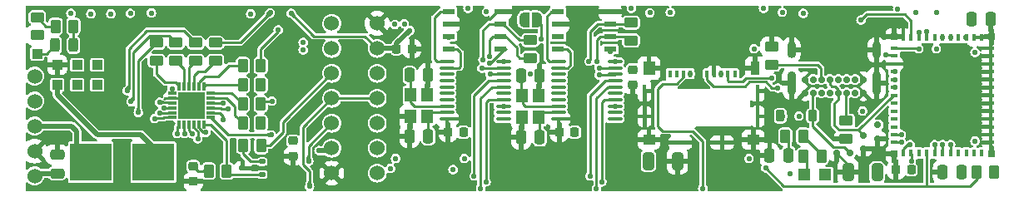
<source format=gbr>
%TF.GenerationSoftware,KiCad,Pcbnew,8.0.3*%
%TF.CreationDate,2024-06-20T21:51:27+02:00*%
%TF.ProjectId,KIA-OBD2-DISPLAY,4b49412d-4f42-4443-922d-444953504c41,rev?*%
%TF.SameCoordinates,Original*%
%TF.FileFunction,Copper,L1,Top*%
%TF.FilePolarity,Positive*%
%FSLAX46Y46*%
G04 Gerber Fmt 4.6, Leading zero omitted, Abs format (unit mm)*
G04 Created by KiCad (PCBNEW 8.0.3) date 2024-06-20 21:51:27*
%MOMM*%
%LPD*%
G01*
G04 APERTURE LIST*
G04 Aperture macros list*
%AMRoundRect*
0 Rectangle with rounded corners*
0 $1 Rounding radius*
0 $2 $3 $4 $5 $6 $7 $8 $9 X,Y pos of 4 corners*
0 Add a 4 corners polygon primitive as box body*
4,1,4,$2,$3,$4,$5,$6,$7,$8,$9,$2,$3,0*
0 Add four circle primitives for the rounded corners*
1,1,$1+$1,$2,$3*
1,1,$1+$1,$4,$5*
1,1,$1+$1,$6,$7*
1,1,$1+$1,$8,$9*
0 Add four rect primitives between the rounded corners*
20,1,$1+$1,$2,$3,$4,$5,0*
20,1,$1+$1,$4,$5,$6,$7,0*
20,1,$1+$1,$6,$7,$8,$9,0*
20,1,$1+$1,$8,$9,$2,$3,0*%
%AMFreePoly0*
4,1,6,0.725000,-0.725000,-0.725000,-0.725000,-0.725000,0.125000,-0.125000,0.725000,0.725000,0.725000,0.725000,-0.725000,0.725000,-0.725000,$1*%
%AMFreePoly1*
4,1,19,0.500000,-0.750000,0.000000,-0.750000,0.000000,-0.744911,-0.071157,-0.744911,-0.207708,-0.704816,-0.327430,-0.627875,-0.420627,-0.520320,-0.479746,-0.390866,-0.500000,-0.250000,-0.500000,0.250000,-0.479746,0.390866,-0.420627,0.520320,-0.327430,0.627875,-0.207708,0.704816,-0.071157,0.744911,0.000000,0.744911,0.000000,0.750000,0.500000,0.750000,0.500000,-0.750000,0.500000,-0.750000,
$1*%
%AMFreePoly2*
4,1,19,0.000000,0.744911,0.071157,0.744911,0.207708,0.704816,0.327430,0.627875,0.420627,0.520320,0.479746,0.390866,0.500000,0.250000,0.500000,-0.250000,0.479746,-0.390866,0.420627,-0.520320,0.327430,-0.627875,0.207708,-0.704816,0.071157,-0.744911,0.000000,-0.744911,0.000000,-0.750000,-0.500000,-0.750000,-0.500000,0.750000,0.000000,0.750000,0.000000,0.744911,0.000000,0.744911,
$1*%
G04 Aperture macros list end*
%TA.AperFunction,SMDPad,CuDef*%
%ADD10R,1.200000X1.200000*%
%TD*%
%TA.AperFunction,ComponentPad*%
%ADD11C,1.524000*%
%TD*%
%TA.AperFunction,SMDPad,CuDef*%
%ADD12RoundRect,0.250000X0.262500X0.450000X-0.262500X0.450000X-0.262500X-0.450000X0.262500X-0.450000X0*%
%TD*%
%TA.AperFunction,SMDPad,CuDef*%
%ADD13RoundRect,0.100000X-0.637500X-0.100000X0.637500X-0.100000X0.637500X0.100000X-0.637500X0.100000X0*%
%TD*%
%TA.AperFunction,SMDPad,CuDef*%
%ADD14RoundRect,0.250000X-0.450000X0.262500X-0.450000X-0.262500X0.450000X-0.262500X0.450000X0.262500X0*%
%TD*%
%TA.AperFunction,SMDPad,CuDef*%
%ADD15R,1.200000X1.400000*%
%TD*%
%TA.AperFunction,SMDPad,CuDef*%
%ADD16RoundRect,0.243750X0.243750X0.456250X-0.243750X0.456250X-0.243750X-0.456250X0.243750X-0.456250X0*%
%TD*%
%TA.AperFunction,SMDPad,CuDef*%
%ADD17RoundRect,0.250000X0.250000X0.475000X-0.250000X0.475000X-0.250000X-0.475000X0.250000X-0.475000X0*%
%TD*%
%TA.AperFunction,SMDPad,CuDef*%
%ADD18RoundRect,0.225000X0.225000X0.250000X-0.225000X0.250000X-0.225000X-0.250000X0.225000X-0.250000X0*%
%TD*%
%TA.AperFunction,SMDPad,CuDef*%
%ADD19RoundRect,0.250000X0.475000X-0.250000X0.475000X0.250000X-0.475000X0.250000X-0.475000X-0.250000X0*%
%TD*%
%TA.AperFunction,ComponentPad*%
%ADD20R,1.000000X1.000000*%
%TD*%
%TA.AperFunction,SMDPad,CuDef*%
%ADD21R,1.300000X0.600000*%
%TD*%
%TA.AperFunction,SMDPad,CuDef*%
%ADD22RoundRect,0.225000X-0.225000X-0.250000X0.225000X-0.250000X0.225000X0.250000X-0.225000X0.250000X0*%
%TD*%
%TA.AperFunction,SMDPad,CuDef*%
%ADD23RoundRect,0.008100X0.396900X0.126900X-0.396900X0.126900X-0.396900X-0.126900X0.396900X-0.126900X0*%
%TD*%
%TA.AperFunction,SMDPad,CuDef*%
%ADD24RoundRect,0.008100X-0.126900X0.396900X-0.126900X-0.396900X0.126900X-0.396900X0.126900X0.396900X0*%
%TD*%
%TA.AperFunction,SMDPad,CuDef*%
%ADD25RoundRect,0.008100X-0.396900X-0.126900X0.396900X-0.126900X0.396900X0.126900X-0.396900X0.126900X0*%
%TD*%
%TA.AperFunction,SMDPad,CuDef*%
%ADD26RoundRect,0.008100X0.126900X-0.396900X0.126900X0.396900X-0.126900X0.396900X-0.126900X-0.396900X0*%
%TD*%
%TA.AperFunction,SMDPad,CuDef*%
%ADD27R,2.700000X2.700000*%
%TD*%
%TA.AperFunction,SMDPad,CuDef*%
%ADD28R,0.400000X0.800000*%
%TD*%
%TA.AperFunction,SMDPad,CuDef*%
%ADD29R,0.800000X0.400000*%
%TD*%
%TA.AperFunction,SMDPad,CuDef*%
%ADD30FreePoly0,270.000000*%
%TD*%
%TA.AperFunction,SMDPad,CuDef*%
%ADD31R,1.450000X1.450000*%
%TD*%
%TA.AperFunction,SMDPad,CuDef*%
%ADD32R,0.700000X0.700000*%
%TD*%
%TA.AperFunction,SMDPad,CuDef*%
%ADD33RoundRect,0.250000X-0.325000X-0.650000X0.325000X-0.650000X0.325000X0.650000X-0.325000X0.650000X0*%
%TD*%
%TA.AperFunction,SMDPad,CuDef*%
%ADD34RoundRect,0.250000X-0.262500X-0.450000X0.262500X-0.450000X0.262500X0.450000X-0.262500X0.450000X0*%
%TD*%
%TA.AperFunction,SMDPad,CuDef*%
%ADD35RoundRect,0.150000X0.150000X0.200000X-0.150000X0.200000X-0.150000X-0.200000X0.150000X-0.200000X0*%
%TD*%
%TA.AperFunction,SMDPad,CuDef*%
%ADD36RoundRect,0.225000X-0.250000X0.225000X-0.250000X-0.225000X0.250000X-0.225000X0.250000X0.225000X0*%
%TD*%
%TA.AperFunction,SMDPad,CuDef*%
%ADD37RoundRect,0.250000X-0.250000X-0.475000X0.250000X-0.475000X0.250000X0.475000X-0.250000X0.475000X0*%
%TD*%
%TA.AperFunction,SMDPad,CuDef*%
%ADD38RoundRect,0.250000X0.325000X0.650000X-0.325000X0.650000X-0.325000X-0.650000X0.325000X-0.650000X0*%
%TD*%
%TA.AperFunction,SMDPad,CuDef*%
%ADD39RoundRect,0.225000X-0.225000X-0.375000X0.225000X-0.375000X0.225000X0.375000X-0.225000X0.375000X0*%
%TD*%
%TA.AperFunction,SMDPad,CuDef*%
%ADD40RoundRect,0.150000X-0.200000X0.150000X-0.200000X-0.150000X0.200000X-0.150000X0.200000X0.150000X0*%
%TD*%
%TA.AperFunction,ComponentPad*%
%ADD41C,0.700000*%
%TD*%
%TA.AperFunction,ComponentPad*%
%ADD42O,0.900000X2.400000*%
%TD*%
%TA.AperFunction,ComponentPad*%
%ADD43O,0.900000X1.700000*%
%TD*%
%TA.AperFunction,SMDPad,CuDef*%
%ADD44RoundRect,0.250000X0.450000X-0.262500X0.450000X0.262500X-0.450000X0.262500X-0.450000X-0.262500X0*%
%TD*%
%TA.AperFunction,SMDPad,CuDef*%
%ADD45R,4.240000X3.810000*%
%TD*%
%TA.AperFunction,SMDPad,CuDef*%
%ADD46RoundRect,0.150000X0.200000X-0.150000X0.200000X0.150000X-0.200000X0.150000X-0.200000X-0.150000X0*%
%TD*%
%TA.AperFunction,SMDPad,CuDef*%
%ADD47RoundRect,0.112500X0.237500X-0.112500X0.237500X0.112500X-0.237500X0.112500X-0.237500X-0.112500X0*%
%TD*%
%TA.AperFunction,SMDPad,CuDef*%
%ADD48R,0.450000X0.700000*%
%TD*%
%TA.AperFunction,SMDPad,CuDef*%
%ADD49R,0.950000X1.400000*%
%TD*%
%TA.AperFunction,SMDPad,CuDef*%
%ADD50R,1.300000X1.400000*%
%TD*%
%TA.AperFunction,SMDPad,CuDef*%
%ADD51R,0.400000X1.200000*%
%TD*%
%TA.AperFunction,SMDPad,CuDef*%
%ADD52R,1.300000X1.000000*%
%TD*%
%TA.AperFunction,SMDPad,CuDef*%
%ADD53R,1.400000X0.400000*%
%TD*%
%TA.AperFunction,SMDPad,CuDef*%
%ADD54FreePoly1,0.000000*%
%TD*%
%TA.AperFunction,SMDPad,CuDef*%
%ADD55FreePoly2,0.000000*%
%TD*%
%TA.AperFunction,ViaPad*%
%ADD56C,0.560000*%
%TD*%
%TA.AperFunction,Conductor*%
%ADD57C,0.254000*%
%TD*%
%TA.AperFunction,Conductor*%
%ADD58C,0.250000*%
%TD*%
%TA.AperFunction,Conductor*%
%ADD59C,0.508000*%
%TD*%
%TA.AperFunction,Conductor*%
%ADD60C,0.200000*%
%TD*%
%TA.AperFunction,Conductor*%
%ADD61C,0.152400*%
%TD*%
G04 APERTURE END LIST*
D10*
%TO.P,D14,1,K*%
%TO.N,Net-(D14-K)*%
X205164000Y-95377000D03*
%TO.P,D14,2,A*%
%TO.N,Net-(D14-A)*%
X207264000Y-95377000D03*
%TD*%
D11*
%TO.P,U8,1,VOUT*%
%TO.N,+3.3V*%
X126873000Y-95504000D03*
%TO.P,U8,2,GND*%
%TO.N,GND*%
X126873000Y-92964000D03*
%TO.P,U8,3,VIN*%
%TO.N,+12V*%
X126873000Y-90424000D03*
%TO.P,U8,4,SHDN*%
%TO.N,unconnected-(U8-SHDN-Pad4)*%
X126873000Y-87884000D03*
%TO.P,U8,5,PG*%
%TO.N,unconnected-(U8-PG-Pad5)*%
X126873000Y-85344000D03*
%TD*%
D12*
%TO.P,R6,1*%
%TO.N,Net-(D4-K)*%
X149861635Y-84257908D03*
%TO.P,R6,2*%
%TO.N,Net-(U4-LED4)*%
X148036635Y-84257908D03*
%TD*%
D13*
%TO.P,U10,1,TXCAN*%
%TO.N,Net-(U10-TXCAN)*%
X168800000Y-83850000D03*
%TO.P,U10,2,RXCAN*%
%TO.N,Net-(U10-RXCAN)*%
X168800000Y-84500000D03*
%TO.P,U10,3,CLKOUT/SOF*%
%TO.N,unconnected-(U10-CLKOUT{slash}SOF-Pad3)*%
X168800000Y-85150000D03*
%TO.P,U10,4,~{TX0RTS}*%
%TO.N,unconnected-(U10-~{TX0RTS}-Pad4)*%
X168800000Y-85800000D03*
%TO.P,U10,5,~{TX1RTS}*%
%TO.N,unconnected-(U10-~{TX1RTS}-Pad5)*%
X168800000Y-86450000D03*
%TO.P,U10,6,NC*%
%TO.N,unconnected-(U10-NC-Pad6)*%
X168800000Y-87100000D03*
%TO.P,U10,7,~{TX2RTS}*%
%TO.N,unconnected-(U10-~{TX2RTS}-Pad7)*%
X168800000Y-87750000D03*
%TO.P,U10,8,OSC2*%
%TO.N,Net-(U10-OSC2)*%
X168800000Y-88400000D03*
%TO.P,U10,9,OSC1*%
%TO.N,Net-(U10-OSC1)*%
X168800000Y-89050000D03*
%TO.P,U10,10,VSS*%
%TO.N,GND*%
X168800000Y-89700000D03*
%TO.P,U10,11,~{RX1BF}*%
%TO.N,unconnected-(U10-~{RX1BF}-Pad11)*%
X174525000Y-89700000D03*
%TO.P,U10,12,~{RX0BF}*%
%TO.N,unconnected-(U10-~{RX0BF}-Pad12)*%
X174525000Y-89050000D03*
%TO.P,U10,13,~{INT}*%
%TO.N,/INTCAN*%
X174525000Y-88400000D03*
%TO.P,U10,14,SCK*%
%TO.N,/SCLK*%
X174525000Y-87750000D03*
%TO.P,U10,15,NC*%
%TO.N,unconnected-(U10-NC-Pad15)*%
X174525000Y-87100000D03*
%TO.P,U10,16,SI*%
%TO.N,/MOSI*%
X174525000Y-86450000D03*
%TO.P,U10,17,SO*%
%TO.N,/MISO*%
X174525000Y-85800000D03*
%TO.P,U10,18,~{CS}*%
%TO.N,/CSCAN*%
X174525000Y-85150000D03*
%TO.P,U10,19,~{RESET}*%
%TO.N,/REST*%
X174525000Y-84500000D03*
%TO.P,U10,20,VDD*%
%TO.N,+3.3V*%
X174525000Y-83850000D03*
%TD*%
D14*
%TO.P,R8,1*%
%TO.N,Net-(D6-K)*%
X143239500Y-81941500D03*
%TO.P,R8,2*%
%TO.N,Net-(U4-LED6)*%
X143239500Y-83766500D03*
%TD*%
D15*
%TO.P,Y1,1,1*%
%TO.N,Net-(U11-OSC1)*%
X178125000Y-89550000D03*
%TO.P,Y1,2,2*%
%TO.N,GND*%
X178125000Y-87350000D03*
%TO.P,Y1,3,3*%
%TO.N,Net-(U11-OSC2)*%
X176425000Y-87350000D03*
%TO.P,Y1,4,4*%
%TO.N,GND*%
X176425000Y-89550000D03*
%TD*%
D16*
%TO.P,D9,1,K*%
%TO.N,Net-(D9-K)*%
X130810000Y-82169000D03*
%TO.P,D9,2,A*%
%TO.N,/ING12V+*%
X128935000Y-82169000D03*
%TD*%
D13*
%TO.P,U11,1,TXCAN*%
%TO.N,Net-(U11-TXCAN)*%
X180150000Y-83850000D03*
%TO.P,U11,2,RXCAN*%
%TO.N,Net-(U11-RXCAN)*%
X180150000Y-84500000D03*
%TO.P,U11,3,CLKOUT/SOF*%
%TO.N,unconnected-(U11-CLKOUT{slash}SOF-Pad3)*%
X180150000Y-85150000D03*
%TO.P,U11,4,~{TX0RTS}*%
%TO.N,unconnected-(U11-~{TX0RTS}-Pad4)*%
X180150000Y-85800000D03*
%TO.P,U11,5,~{TX1RTS}*%
%TO.N,unconnected-(U11-~{TX1RTS}-Pad5)*%
X180150000Y-86450000D03*
%TO.P,U11,6,NC*%
%TO.N,unconnected-(U11-NC-Pad6)*%
X180150000Y-87100000D03*
%TO.P,U11,7,~{TX2RTS}*%
%TO.N,unconnected-(U11-~{TX2RTS}-Pad7)*%
X180150000Y-87750000D03*
%TO.P,U11,8,OSC2*%
%TO.N,Net-(U11-OSC2)*%
X180150000Y-88400000D03*
%TO.P,U11,9,OSC1*%
%TO.N,Net-(U11-OSC1)*%
X180150000Y-89050000D03*
%TO.P,U11,10,VSS*%
%TO.N,GND*%
X180150000Y-89700000D03*
%TO.P,U11,11,~{RX1BF}*%
%TO.N,unconnected-(U11-~{RX1BF}-Pad11)*%
X185875000Y-89700000D03*
%TO.P,U11,12,~{RX0BF}*%
%TO.N,unconnected-(U11-~{RX0BF}-Pad12)*%
X185875000Y-89050000D03*
%TO.P,U11,13,~{INT}*%
%TO.N,/INTCAN2*%
X185875000Y-88400000D03*
%TO.P,U11,14,SCK*%
%TO.N,/SCLK*%
X185875000Y-87750000D03*
%TO.P,U11,15,NC*%
%TO.N,unconnected-(U11-NC-Pad15)*%
X185875000Y-87100000D03*
%TO.P,U11,16,SI*%
%TO.N,/MOSI*%
X185875000Y-86450000D03*
%TO.P,U11,17,SO*%
%TO.N,/MISO*%
X185875000Y-85800000D03*
%TO.P,U11,18,~{CS}*%
%TO.N,/CSCAN2*%
X185875000Y-85150000D03*
%TO.P,U11,19,~{RESET}*%
%TO.N,/REST*%
X185875000Y-84500000D03*
%TO.P,U11,20,VDD*%
%TO.N,+3.3V*%
X185875000Y-83850000D03*
%TD*%
D17*
%TO.P,C1,1*%
%TO.N,GND*%
X166899282Y-85219940D03*
%TO.P,C1,2*%
%TO.N,Net-(U10-OSC2)*%
X164999282Y-85219940D03*
%TD*%
D12*
%TO.P,R3,1*%
%TO.N,Net-(D1-K)*%
X149855695Y-90154639D03*
%TO.P,R3,2*%
%TO.N,Net-(U4-LED1)*%
X148030695Y-90154639D03*
%TD*%
D18*
%TO.P,C5,1*%
%TO.N,+3.3V*%
X216027000Y-94869000D03*
%TO.P,C5,2*%
%TO.N,GND*%
X214477000Y-94869000D03*
%TD*%
D12*
%TO.P,R4,1*%
%TO.N,Net-(D2-K)*%
X149858500Y-88188000D03*
%TO.P,R4,2*%
%TO.N,Net-(U4-LED2)*%
X148033500Y-88188000D03*
%TD*%
D19*
%TO.P,C13,1*%
%TO.N,+3.3V*%
X129159000Y-95245000D03*
%TO.P,C13,2*%
%TO.N,GND*%
X129159000Y-93345000D03*
%TD*%
D20*
%TO.P,J14,1,Pin_1*%
%TO.N,/OBD2 CAN H*%
X131191000Y-86233000D03*
%TD*%
D14*
%TO.P,R10,1*%
%TO.N,Net-(D8-K)*%
X139239500Y-81941500D03*
%TO.P,R10,2*%
%TO.N,Net-(U4-LED8)*%
X139239500Y-83766500D03*
%TD*%
D20*
%TO.P,J12,1,Pin_1*%
%TO.N,Net-(J12-Pin_1)*%
X129159000Y-86233000D03*
%TD*%
D21*
%TO.P,U7,1,TXD*%
%TO.N,Net-(U11-TXCAN)*%
X180100000Y-78795000D03*
%TO.P,U7,2,GND*%
%TO.N,GND*%
X180100000Y-80065000D03*
%TO.P,U7,3,VCC*%
%TO.N,+3.3V*%
X180100000Y-81335000D03*
%TO.P,U7,4,RXD*%
%TO.N,Net-(U11-RXCAN)*%
X180100000Y-82605000D03*
%TO.P,U7,5,VREF*%
%TO.N,Net-(JP2-B)*%
X185400000Y-82605000D03*
%TO.P,U7,6,CANL*%
%TO.N,/CAN LISTEN L*%
X185400000Y-81335000D03*
%TO.P,U7,7,CANH*%
%TO.N,/CAN LISTEN H*%
X185400000Y-80065000D03*
%TO.P,U7,8,S*%
%TO.N,GND*%
X185400000Y-78795000D03*
%TD*%
D22*
%TO.P,C8,1*%
%TO.N,+3.3V*%
X163677000Y-82550000D03*
%TO.P,C8,2*%
%TO.N,GND*%
X165227000Y-82550000D03*
%TD*%
D23*
%TO.P,U4,1,~{SPI_CS}#*%
%TO.N,/CSCAP*%
X144781500Y-89565000D03*
%TO.P,U4,2,WAKE/SPI_MOSI*%
%TO.N,/MOSI*%
X144781500Y-89065000D03*
%TO.P,U4,3,SMDATA/SPI_MSIO/SPI_MISO*%
%TO.N,/MISO*%
X144781500Y-88565000D03*
%TO.P,U4,4,SMCLK/BC_CLK/SPI_CLK*%
%TO.N,/SCLK*%
X144781500Y-88065000D03*
%TO.P,U4,5,LED1*%
%TO.N,Net-(U4-LED1)*%
X144781500Y-87565000D03*
%TO.P,U4,6,LED2*%
%TO.N,Net-(U4-LED2)*%
X144781500Y-87065000D03*
D24*
%TO.P,U4,7,LED3*%
%TO.N,Net-(U4-LED3)*%
X144076500Y-86360000D03*
%TO.P,U4,8,LED4*%
%TO.N,Net-(U4-LED4)*%
X143576500Y-86360000D03*
%TO.P,U4,9,LED5*%
%TO.N,Net-(U4-LED5)*%
X143076500Y-86360000D03*
%TO.P,U4,10,LED6*%
%TO.N,Net-(U4-LED6)*%
X142576500Y-86360000D03*
%TO.P,U4,11,LED7*%
%TO.N,Net-(U4-LED7)*%
X142076500Y-86360000D03*
%TO.P,U4,12,LED8*%
%TO.N,Net-(U4-LED8)*%
X141576500Y-86360000D03*
D25*
%TO.P,U4,13,ALERT#*%
%TO.N,/INTCAP*%
X140871500Y-87065000D03*
%TO.P,U4,14,ADDR_COMM*%
%TO.N,GND*%
X140871500Y-87565000D03*
%TO.P,U4,15,CS8*%
%TO.N,Net-(J9-Pin_1)*%
X140871500Y-88065000D03*
%TO.P,U4,16,CS7*%
%TO.N,Net-(J8-Pin_1)*%
X140871500Y-88565000D03*
%TO.P,U4,17,CS6*%
%TO.N,Net-(J7-Pin_1)*%
X140871500Y-89065000D03*
%TO.P,U4,18,CS5*%
%TO.N,Net-(J6-Pin_1)*%
X140871500Y-89565000D03*
D26*
%TO.P,U4,19,CS4*%
%TO.N,Net-(J5-Pin_1)*%
X141576500Y-90270000D03*
%TO.P,U4,20,CS3*%
%TO.N,Net-(J4-Pin_1)*%
X142076500Y-90270000D03*
%TO.P,U4,21,CS2*%
%TO.N,Net-(J3-Pin_1)*%
X142576500Y-90270000D03*
%TO.P,U4,22,CS1*%
%TO.N,Net-(J2-Pin_1)*%
X143076500Y-90270000D03*
%TO.P,U4,23,VDD*%
%TO.N,+3.3V*%
X143576500Y-90270000D03*
%TO.P,U4,24,RESET*%
%TO.N,/NREST*%
X144076500Y-90270000D03*
D27*
%TO.P,U4,25,GND*%
%TO.N,GND*%
X142826500Y-88315000D03*
%TD*%
D28*
%TO.P,U9,1,GND*%
%TO.N,GND*%
X223200000Y-81400000D03*
%TO.P,U9,2,GND*%
X222400000Y-81400000D03*
%TO.P,U9,3,3V3*%
%TO.N,+3.3V*%
X221600000Y-81400000D03*
%TO.P,U9,4,NC*%
%TO.N,unconnected-(U9-NC-Pad4)*%
X220800000Y-81400000D03*
%TO.P,U9,5,GPIO2/ADC1_CH2*%
%TO.N,/MISO*%
X220000000Y-81400000D03*
%TO.P,U9,6,GPIO3/ADC1_CH3*%
%TO.N,/INTCAP*%
X219200000Y-81400000D03*
%TO.P,U9,7,NC*%
%TO.N,unconnected-(U9-NC-Pad7)*%
X218400000Y-81400000D03*
%TO.P,U9,8,EN/CHIP_PU*%
%TO.N,Net-(U9-EN{slash}CHIP_PU)*%
X217600000Y-81400000D03*
%TO.P,U9,9,MTMS/GPIO4/ADC1_CH4*%
%TO.N,/INTCAN*%
X216800000Y-81400000D03*
%TO.P,U9,10,MTDI/GPIO5/ADC1_CH5*%
%TO.N,/INTING*%
X216000000Y-81400000D03*
%TO.P,U9,11,GND*%
%TO.N,GND*%
X215200000Y-81400000D03*
D29*
%TO.P,U9,12,GPIO0/ADC1_CH0/XTAL_32K_P*%
%TO.N,Net-(D14-A)*%
X214300000Y-82500000D03*
%TO.P,U9,13,GPIO1/ADC1_CH1/XTAL_32K_N*%
%TO.N,/INTCAN2*%
X214300000Y-83300000D03*
%TO.P,U9,14,GND*%
%TO.N,GND*%
X214300000Y-84100000D03*
%TO.P,U9,15,MTCK/GPIO6/ADC1_CH6*%
%TO.N,/SCLK*%
X214300000Y-84900000D03*
%TO.P,U9,16,MTDO/GPIO7*%
%TO.N,/MOSI*%
X214300000Y-85700000D03*
%TO.P,U9,17,GPIO12/USB_D-*%
%TO.N,Net-(D12-A2)*%
X214300000Y-86500000D03*
%TO.P,U9,18,GPIO13/USB_D+*%
%TO.N,Net-(D13-A1)*%
X214300000Y-87300000D03*
%TO.P,U9,19,GPIO14*%
%TO.N,unconnected-(U9-GPIO14-Pad19)*%
X214300000Y-88100000D03*
%TO.P,U9,20,GPIO15*%
%TO.N,unconnected-(U9-GPIO15-Pad20)*%
X214300000Y-88900000D03*
%TO.P,U9,21,NC*%
%TO.N,unconnected-(U9-NC-Pad21)*%
X214300000Y-89700000D03*
%TO.P,U9,22,GPIO8*%
%TO.N,unconnected-(U9-GPIO8-Pad22)*%
X214300000Y-90500000D03*
%TO.P,U9,23,GPIO9*%
%TO.N,/CSSDCARD*%
X214300000Y-91300000D03*
%TO.P,U9,24,GPIO18*%
%TO.N,/CSD1*%
X214300000Y-92100000D03*
D28*
%TO.P,U9,25,GPIO19*%
%TO.N,/CSD2*%
X215200000Y-93200000D03*
%TO.P,U9,26,GPIO20*%
%TO.N,/CSCAP*%
X216000000Y-93200000D03*
%TO.P,U9,27,GPIO21*%
%TO.N,unconnected-(U9-GPIO21-Pad27)*%
X216800000Y-93200000D03*
%TO.P,U9,28,GPIO22*%
%TO.N,/REST*%
X217600000Y-93200000D03*
%TO.P,U9,29,GPIO23*%
%TO.N,/DC*%
X218400000Y-93200000D03*
%TO.P,U9,30,U0RXD/GPIO17*%
%TO.N,/CSCAN*%
X219200000Y-93200000D03*
%TO.P,U9,31,U0TXD/GPIO16*%
%TO.N,/CSCAN2*%
X220000000Y-93200000D03*
%TO.P,U9,32,NC*%
%TO.N,unconnected-(U9-NC-Pad32)*%
X220800000Y-93200000D03*
%TO.P,U9,33,NC*%
%TO.N,unconnected-(U9-NC-Pad33)*%
X221600000Y-93200000D03*
%TO.P,U9,34,NC*%
%TO.N,unconnected-(U9-NC-Pad34)*%
X222400000Y-93200000D03*
%TO.P,U9,35,NC*%
%TO.N,unconnected-(U9-NC-Pad35)*%
X223200000Y-93200000D03*
D29*
%TO.P,U9,36,GND*%
%TO.N,GND*%
X224100000Y-92100000D03*
%TO.P,U9,37,GND*%
X224100000Y-91300000D03*
%TO.P,U9,38,GND*%
X224100000Y-90500000D03*
%TO.P,U9,39,GND*%
X224100000Y-89700000D03*
%TO.P,U9,40,GND*%
X224100000Y-88900000D03*
%TO.P,U9,41,GND*%
X224100000Y-88100000D03*
%TO.P,U9,42,GND*%
X224100000Y-87300000D03*
%TO.P,U9,43,GND*%
X224100000Y-86500000D03*
%TO.P,U9,44,GND*%
X224100000Y-85700000D03*
%TO.P,U9,45,GND*%
X224100000Y-84900000D03*
%TO.P,U9,46,GND*%
X224100000Y-84100000D03*
%TO.P,U9,47,GND*%
X224100000Y-83300000D03*
%TO.P,U9,48,GND*%
X224100000Y-82500000D03*
D30*
%TO.P,U9,49,GND*%
X221175000Y-85325000D03*
D31*
X219200000Y-85325000D03*
X217225000Y-85325000D03*
X221175000Y-87300000D03*
X219200000Y-87300000D03*
X217225000Y-87300000D03*
X221175000Y-89275000D03*
X219200000Y-89275000D03*
X217225000Y-89275000D03*
D32*
%TO.P,U9,50,GND*%
X224150000Y-93250000D03*
%TO.P,U9,51,GND*%
X214250000Y-93250000D03*
%TO.P,U9,52,GND*%
X214250000Y-81350000D03*
%TO.P,U9,53,GND*%
X224150000Y-81350000D03*
%TD*%
D14*
%TO.P,R16,1*%
%TO.N,GND*%
X201829804Y-82352628D03*
%TO.P,R16,2*%
%TO.N,Net-(J10-CC2)*%
X201829804Y-84177628D03*
%TD*%
D33*
%TO.P,C15,1*%
%TO.N,+3.3V*%
X189279000Y-93980000D03*
%TO.P,C15,2*%
%TO.N,GND*%
X192229000Y-93980000D03*
%TD*%
D34*
%TO.P,R11,1*%
%TO.N,/REST*%
X222645727Y-95133997D03*
%TO.P,R11,2*%
%TO.N,+3.3V*%
X224470727Y-95133997D03*
%TD*%
D35*
%TO.P,D11,1,A1*%
%TO.N,GND*%
X208400000Y-93200000D03*
%TO.P,D11,2,A2*%
%TO.N,Net-(D10-A)*%
X209800000Y-93200000D03*
%TD*%
D36*
%TO.P,C11,1*%
%TO.N,+3.3V*%
X187706000Y-84683000D03*
%TO.P,C11,2*%
%TO.N,GND*%
X187706000Y-86233000D03*
%TD*%
D18*
%TO.P,C9,1*%
%TO.N,+3.3V*%
X170460000Y-91059000D03*
%TO.P,C9,2*%
%TO.N,GND*%
X168910000Y-91059000D03*
%TD*%
D11*
%TO.P,U2,1,GND*%
%TO.N,GND*%
X161701490Y-79977439D03*
%TO.P,U2,2,+5V*%
%TO.N,+3.3V*%
X161701490Y-82517439D03*
%TO.P,U2,3,SCLK*%
%TO.N,/SCLK*%
X161701490Y-85057439D03*
%TO.P,U2,4,MOSI*%
%TO.N,/MOSI*%
X161701490Y-87597439D03*
%TO.P,U2,5,RES*%
%TO.N,/REST*%
X161701490Y-90137439D03*
%TO.P,U2,6,DC*%
%TO.N,/DC*%
X161701490Y-92677439D03*
%TO.P,U2,7,CS*%
%TO.N,/CSD2*%
X161701490Y-95217439D03*
%TD*%
D34*
%TO.P,R18,1*%
%TO.N,Net-(D14-K)*%
X205081500Y-93472000D03*
%TO.P,R18,2*%
%TO.N,+3.3V*%
X206906500Y-93472000D03*
%TD*%
D20*
%TO.P,J15,1,Pin_1*%
%TO.N,/CAN LISTEN H*%
X133223000Y-84201000D03*
%TD*%
D12*
%TO.P,R5,1*%
%TO.N,Net-(D3-K)*%
X149855662Y-86219460D03*
%TO.P,R5,2*%
%TO.N,Net-(U4-LED3)*%
X148030662Y-86219460D03*
%TD*%
D37*
%TO.P,C4,1*%
%TO.N,GND*%
X176331646Y-91578373D03*
%TO.P,C4,2*%
%TO.N,Net-(U11-OSC1)*%
X178231646Y-91578373D03*
%TD*%
D17*
%TO.P,C17,1*%
%TO.N,Net-(U9-EN{slash}CHIP_PU)*%
X203513364Y-93406761D03*
%TO.P,C17,2*%
%TO.N,GND*%
X201613364Y-93406761D03*
%TD*%
D18*
%TO.P,C10,1*%
%TO.N,+3.3V*%
X181763000Y-91059000D03*
%TO.P,C10,2*%
%TO.N,GND*%
X180213000Y-91059000D03*
%TD*%
D20*
%TO.P,J16,1,Pin_1*%
%TO.N,/CAN LISTEN L*%
X133223000Y-86233000D03*
%TD*%
D17*
%TO.P,C3,1*%
%TO.N,GND*%
X178223354Y-85316402D03*
%TO.P,C3,2*%
%TO.N,Net-(U11-OSC2)*%
X176323354Y-85316402D03*
%TD*%
D21*
%TO.P,U6,1,TXD*%
%TO.N,Net-(U10-TXCAN)*%
X168947975Y-78745000D03*
%TO.P,U6,2,GND*%
%TO.N,GND*%
X168947975Y-80015000D03*
%TO.P,U6,3,VCC*%
%TO.N,+3.3V*%
X168947975Y-81285000D03*
%TO.P,U6,4,RXD*%
%TO.N,Net-(U10-RXCAN)*%
X168947975Y-82555000D03*
%TO.P,U6,5,VREF*%
%TO.N,Net-(JP2-B)*%
X174247975Y-82555000D03*
%TO.P,U6,6,CANL*%
%TO.N,/OBD2 CAN L*%
X174247975Y-81285000D03*
%TO.P,U6,7,CANH*%
%TO.N,/OBD2 CAN H*%
X174247975Y-80015000D03*
%TO.P,U6,8,S*%
%TO.N,GND*%
X174247975Y-78745000D03*
%TD*%
D38*
%TO.P,C16,1*%
%TO.N,+3.3V*%
X212549000Y-95123000D03*
%TO.P,C16,2*%
%TO.N,GND*%
X209599000Y-95123000D03*
%TD*%
D39*
%TO.P,D10,1,K*%
%TO.N,+12V*%
X202692451Y-89361586D03*
%TO.P,D10,2,A*%
%TO.N,Net-(D10-A)*%
X205992451Y-89361586D03*
%TD*%
D40*
%TO.P,D12,1,A1*%
%TO.N,GND*%
X212600000Y-91700000D03*
%TO.P,D12,2,A2*%
%TO.N,Net-(D12-A2)*%
X212600000Y-90300000D03*
%TD*%
D41*
%TO.P,J10,A1,GND*%
%TO.N,GND*%
X211135000Y-87037000D03*
%TO.P,J10,A4,VBUS*%
%TO.N,Net-(D10-A)*%
X210285000Y-87037000D03*
%TO.P,J10,A5,CC1*%
%TO.N,Net-(J10-CC1)*%
X209435000Y-87037000D03*
%TO.P,J10,A6,D+*%
%TO.N,Net-(D13-A1)*%
X208585000Y-87037000D03*
%TO.P,J10,A7,D-*%
%TO.N,Net-(D12-A2)*%
X207735000Y-87037000D03*
%TO.P,J10,A8,SBU1*%
%TO.N,unconnected-(J10-SBU1-PadA8)*%
X206885000Y-87037000D03*
%TO.P,J10,A9,VBUS*%
%TO.N,Net-(D10-A)*%
X206035000Y-87037000D03*
%TO.P,J10,A12,GND*%
%TO.N,GND*%
X205185000Y-87037000D03*
%TO.P,J10,B1,GND*%
X205185000Y-85687000D03*
%TO.P,J10,B4,VBUS*%
%TO.N,Net-(D10-A)*%
X206035000Y-85687000D03*
%TO.P,J10,B5,CC2*%
%TO.N,Net-(J10-CC2)*%
X206885000Y-85687000D03*
%TO.P,J10,B6,D+*%
%TO.N,Net-(D13-A1)*%
X207735000Y-85687000D03*
%TO.P,J10,B7,D-*%
%TO.N,Net-(D12-A2)*%
X208585000Y-85687000D03*
%TO.P,J10,B8,SBU2*%
%TO.N,unconnected-(J10-SBU2-PadB8)*%
X209435000Y-85687000D03*
%TO.P,J10,B9,VBUS*%
%TO.N,Net-(D10-A)*%
X210285000Y-85687000D03*
%TO.P,J10,B12,GND*%
%TO.N,GND*%
X211135000Y-85687000D03*
D42*
%TO.P,J10,S1,SHIELD*%
X212485000Y-86057000D03*
D43*
X212485000Y-82677000D03*
D42*
X203835000Y-86057000D03*
D43*
X203835000Y-82677000D03*
%TD*%
D34*
%TO.P,R1,1*%
%TO.N,Net-(Q1-B)*%
X148087500Y-92400000D03*
%TO.P,R1,2*%
%TO.N,/REST*%
X149912500Y-92400000D03*
%TD*%
D44*
%TO.P,R17,1*%
%TO.N,GND*%
X209400000Y-91712500D03*
%TO.P,R17,2*%
%TO.N,Net-(J10-CC1)*%
X209400000Y-89887500D03*
%TD*%
D45*
%TO.P,F1,1*%
%TO.N,+12V*%
X132568000Y-94107000D03*
%TO.P,F1,2*%
%TO.N,Net-(J12-Pin_1)*%
X138938000Y-94107000D03*
%TD*%
D17*
%TO.P,C12,1*%
%TO.N,+3.3V*%
X221107000Y-95123000D03*
%TO.P,C12,2*%
%TO.N,GND*%
X219207000Y-95123000D03*
%TD*%
D46*
%TO.P,D13,1,A1*%
%TO.N,Net-(D13-A1)*%
X211150000Y-91350000D03*
%TO.P,D13,2,A2*%
%TO.N,GND*%
X211150000Y-92750000D03*
%TD*%
D37*
%TO.P,C14,1*%
%TO.N,+3.3V*%
X222189000Y-79502000D03*
%TO.P,C14,2*%
%TO.N,GND*%
X224089000Y-79502000D03*
%TD*%
D47*
%TO.P,Q1,1,C*%
%TO.N,/NREST*%
X149997687Y-95354240D03*
%TO.P,Q1,2,B*%
%TO.N,Net-(Q1-B)*%
X149997687Y-94054240D03*
%TO.P,Q1,3,E*%
%TO.N,GND*%
X147997687Y-94704240D03*
%TD*%
D12*
%TO.P,R12,1*%
%TO.N,Net-(D9-K)*%
X130810000Y-80264000D03*
%TO.P,R12,2*%
%TO.N,/INTING*%
X128985000Y-80264000D03*
%TD*%
D14*
%TO.P,R13,1*%
%TO.N,/INTING*%
X127127000Y-79351500D03*
%TO.P,R13,2*%
%TO.N,GND*%
X127127000Y-81176500D03*
%TD*%
%TO.P,R14,1*%
%TO.N,/CAN LISTEN H*%
X187511516Y-79888641D03*
%TO.P,R14,2*%
%TO.N,/CAN LISTEN L*%
X187511516Y-81713641D03*
%TD*%
D48*
%TO.P,J11,CD,CD*%
%TO.N,/CSSDCARD*%
X196661802Y-85083761D03*
D49*
%TO.P,J11,G1,GND*%
%TO.N,GND*%
X200116802Y-84543761D03*
D50*
%TO.P,J11,G2,GND__1*%
X189341802Y-84543761D03*
D51*
%TO.P,J11,G3,GND__2*%
X188891802Y-86843761D03*
%TO.P,J11,G4,GND__3*%
X188891802Y-89443761D03*
D52*
%TO.P,J11,G5,GND__4*%
X189341802Y-91803761D03*
D53*
%TO.P,J11,G6,GND__5*%
X192531802Y-92103761D03*
%TO.P,J11,G7,GND__6*%
X196781802Y-92103761D03*
D52*
%TO.P,J11,G8,GND__7*%
X199941802Y-91803761D03*
D51*
%TO.P,J11,G9,GND__8*%
X200391802Y-89443761D03*
%TO.P,J11,G10,GND__9*%
X200391802Y-86843761D03*
D48*
%TO.P,J11,P1,DAT2*%
%TO.N,unconnected-(J11-DAT2-PadP1)*%
X191461802Y-85083761D03*
%TO.P,J11,P2,CD/DAT3*%
%TO.N,unconnected-(J11-CD{slash}DAT3-PadP2)*%
X192161802Y-85083761D03*
%TO.P,J11,P3,CMD*%
%TO.N,/MOSI*%
X192861802Y-85083761D03*
%TO.P,J11,P4,VDD*%
%TO.N,+3.3V*%
X193561802Y-85083761D03*
%TO.P,J11,P5,CLK*%
%TO.N,/SCLK*%
X195261802Y-85083761D03*
%TO.P,J11,P6,VSS*%
%TO.N,GND*%
X195961802Y-85083761D03*
%TO.P,J11,P7,DAT0*%
%TO.N,/MISO*%
X197361802Y-85083761D03*
%TO.P,J11,P8,DAT1*%
%TO.N,unconnected-(J11-DAT1-PadP8)*%
X198061802Y-85083761D03*
%TD*%
D14*
%TO.P,R9,1*%
%TO.N,Net-(D7-K)*%
X141239500Y-81941500D03*
%TO.P,R9,2*%
%TO.N,Net-(U4-LED7)*%
X141239500Y-83766500D03*
%TD*%
D15*
%TO.P,Y4,1,1*%
%TO.N,Net-(U10-OSC1)*%
X166800000Y-89450000D03*
%TO.P,Y4,2,2*%
%TO.N,GND*%
X166800000Y-87250000D03*
%TO.P,Y4,3,3*%
%TO.N,Net-(U10-OSC2)*%
X165100000Y-87250000D03*
%TO.P,Y4,4,4*%
%TO.N,GND*%
X165100000Y-89450000D03*
%TD*%
D54*
%TO.P,JP2,1,A*%
%TO.N,+3.3V*%
X176650000Y-79600000D03*
D55*
%TO.P,JP2,2,B*%
%TO.N,Net-(JP2-B)*%
X177950000Y-79600000D03*
%TD*%
D36*
%TO.P,C7,1*%
%TO.N,+3.3V*%
X153162000Y-91922000D03*
%TO.P,C7,2*%
%TO.N,GND*%
X153162000Y-93472000D03*
%TD*%
D34*
%TO.P,R2,1*%
%TO.N,+3.3V*%
X144575000Y-95000000D03*
%TO.P,R2,2*%
%TO.N,/NREST*%
X146400000Y-95000000D03*
%TD*%
D36*
%TO.P,C6,1*%
%TO.N,+3.3V*%
X143002000Y-94525800D03*
%TO.P,C6,2*%
%TO.N,GND*%
X143002000Y-96075800D03*
%TD*%
D11*
%TO.P,U1,1,GND*%
%TO.N,GND*%
X157080000Y-95220000D03*
%TO.P,U1,2,+5V*%
%TO.N,+3.3V*%
X157080000Y-92680000D03*
%TO.P,U1,3,SCLK*%
%TO.N,/SCLK*%
X157080000Y-90140000D03*
%TO.P,U1,4,MOSI*%
%TO.N,/MOSI*%
X157080000Y-87600000D03*
%TO.P,U1,5,RES*%
%TO.N,/REST*%
X157080000Y-85060000D03*
%TO.P,U1,6,DC*%
%TO.N,/DC*%
X157080000Y-82520000D03*
%TO.P,U1,7,CS*%
%TO.N,/CSD1*%
X157080000Y-79980000D03*
%TD*%
D12*
%TO.P,R19,1*%
%TO.N,+3.3V*%
X205034865Y-91471692D03*
%TO.P,R19,2*%
%TO.N,Net-(U9-EN{slash}CHIP_PU)*%
X203209865Y-91471692D03*
%TD*%
D14*
%TO.P,R7,1*%
%TO.N,Net-(D5-K)*%
X145239500Y-81941500D03*
%TO.P,R7,2*%
%TO.N,Net-(U4-LED5)*%
X145239500Y-83766500D03*
%TD*%
D37*
%TO.P,C2,1*%
%TO.N,GND*%
X164997975Y-91450000D03*
%TO.P,C2,2*%
%TO.N,Net-(U10-OSC1)*%
X166897975Y-91450000D03*
%TD*%
D14*
%TO.P,R15,1*%
%TO.N,/OBD2 CAN H*%
X177296434Y-81671911D03*
%TO.P,R15,2*%
%TO.N,/OBD2 CAN L*%
X177296434Y-83496911D03*
%TD*%
D20*
%TO.P,J17,1,Pin_1*%
%TO.N,GND*%
X129159000Y-84201000D03*
%TD*%
%TO.P,J18,1,Pin_1*%
%TO.N,/ING12V+*%
X127127000Y-83058000D03*
%TD*%
%TO.P,J13,1,Pin_1*%
%TO.N,/OBD2 CAN L*%
X131191000Y-84201000D03*
%TD*%
D56*
%TO.N,/REST*%
X172364400Y-84531200D03*
X184277000Y-84498814D03*
X201227549Y-94696938D03*
%TO.N,/SCLK*%
X202438000Y-86560613D03*
X172770800Y-96113600D03*
X184556400Y-96113600D03*
X214325200Y-84886800D03*
X146025881Y-88104908D03*
X154736800Y-93980000D03*
%TO.N,/CSD1*%
X215011000Y-92100400D03*
X163068000Y-94742000D03*
%TO.N,/MOSI*%
X183997528Y-96770000D03*
X214325200Y-85699600D03*
X154838400Y-96570800D03*
X146050000Y-89814400D03*
X194818000Y-96770000D03*
X172215183Y-96770000D03*
%TO.N,/DC*%
X218389200Y-92329000D03*
X163576000Y-93726000D03*
%TO.N,/MISO*%
X146558000Y-88646000D03*
X201803000Y-85508914D03*
X220014800Y-81432400D03*
X171551600Y-95504000D03*
X183337200Y-95504000D03*
%TO.N,+3.3V*%
X185882339Y-83858028D03*
X187833000Y-84836000D03*
X169418000Y-94869000D03*
X180086000Y-81330800D03*
X212344000Y-94615000D03*
X193548000Y-85090000D03*
X170688000Y-90932000D03*
X155782861Y-92925238D03*
X152958800Y-78943200D03*
X205028800Y-78943200D03*
X222188721Y-79519508D03*
X203708000Y-95250000D03*
X174532757Y-83844188D03*
X165004899Y-80682131D03*
X199517000Y-93726000D03*
X144576800Y-95046800D03*
X222504000Y-82931000D03*
X206629000Y-93726000D03*
X144263950Y-91079540D03*
X221589600Y-81381600D03*
X189230000Y-93980000D03*
X177292000Y-85090000D03*
X224536000Y-95148400D03*
X204597000Y-89408000D03*
X168960800Y-81381600D03*
X218592400Y-78841600D03*
X170561000Y-93726000D03*
X221107000Y-95123000D03*
X216005981Y-94873577D03*
X191516000Y-78841600D03*
X176682400Y-79603600D03*
X211074000Y-88900000D03*
X200025000Y-82550000D03*
X153162000Y-91948000D03*
X222504000Y-91948000D03*
X181864000Y-90932000D03*
X138751542Y-78901021D03*
X218567000Y-82550000D03*
%TO.N,GND*%
X209397600Y-91744800D03*
X220167200Y-89306400D03*
X207264000Y-89408000D03*
X217170000Y-88290400D03*
X219202000Y-86309200D03*
X209931000Y-82804000D03*
X127101600Y-81178400D03*
X178198908Y-85201735D03*
X219202000Y-88239600D03*
X217220800Y-86309200D03*
X212598000Y-91694000D03*
X220167200Y-87274400D03*
X221132400Y-88290400D03*
X221183200Y-86309200D03*
X167716200Y-94970600D03*
X218186000Y-85293200D03*
X198120000Y-93726000D03*
X220167200Y-85293200D03*
X141884400Y-88798400D03*
X218186000Y-87274400D03*
X218186000Y-89306400D03*
X168402000Y-94234000D03*
X219202000Y-95504000D03*
X205867000Y-82804000D03*
%TO.N,/CSD2*%
X215900000Y-92329000D03*
%TO.N,Net-(U9-EN{slash}CHIP_PU)*%
X217598621Y-80776177D03*
X203515908Y-93423472D03*
%TO.N,/INTCAN2*%
X213461600Y-83159600D03*
X185928000Y-88392000D03*
%TO.N,/CSCAN2*%
X184277000Y-85217000D03*
X220014800Y-92329000D03*
%TO.N,/CSCAN*%
X219202000Y-92329000D03*
X173173220Y-85157933D03*
%TO.N,/INTCAN*%
X174548800Y-88442800D03*
X216789000Y-80899000D03*
%TO.N,Net-(D14-A)*%
X207518000Y-95123000D03*
X216789000Y-82550000D03*
%TO.N,/CSSDCARD*%
X215011000Y-91300685D03*
X196673396Y-85115312D03*
%TO.N,/CSCAP*%
X150944945Y-91335159D03*
X216027000Y-93980000D03*
%TO.N,/INTCAP*%
X219202000Y-81432400D03*
X140868400Y-86614000D03*
%TO.N,/INTING*%
X210905640Y-79632043D03*
X127127000Y-79375000D03*
%TO.N,Net-(JP2-B)*%
X185420000Y-82804000D03*
X178396303Y-81533403D03*
X173088506Y-83991888D03*
%TO.N,+12V*%
X131191000Y-94107000D03*
X202946000Y-89408000D03*
%TO.N,/OBD2 CAN H*%
X172466000Y-83693000D03*
%TO.N,/CAN LISTEN L*%
X164465000Y-80010000D03*
X154178000Y-82677000D03*
X184023000Y-83820000D03*
%TO.N,/CAN LISTEN H*%
X163512500Y-80073500D03*
X154178000Y-81915000D03*
X183235600Y-83820000D03*
%TO.N,/OBD2 CAN L*%
X173101000Y-83312000D03*
%TO.N,Net-(D1-K)*%
X216458800Y-78841600D03*
X149860000Y-90170000D03*
%TO.N,Net-(D2-K)*%
X202895200Y-78841600D03*
X151003000Y-87884000D03*
%TO.N,Net-(D3-K)*%
X149860000Y-86207600D03*
X189433200Y-78892400D03*
%TO.N,Net-(D4-K)*%
X172821600Y-78790800D03*
X151638000Y-80645000D03*
%TO.N,Net-(D5-K)*%
X150825200Y-78892400D03*
%TO.N,Net-(D6-K)*%
X136601200Y-78943200D03*
X136271000Y-86817200D03*
%TO.N,Net-(D7-K)*%
X136674194Y-87945918D03*
%TO.N,Net-(D8-K)*%
X137404555Y-89043756D03*
%TO.N,Net-(J9-Pin_1)*%
X148844000Y-78994000D03*
X139573000Y-88011000D03*
%TO.N,Net-(J5-Pin_1)*%
X141351000Y-91186000D03*
X214630000Y-78486000D03*
%TO.N,Net-(J8-Pin_1)*%
X140034074Y-88581026D03*
X134620000Y-78994000D03*
%TO.N,Net-(J4-Pin_1)*%
X200991750Y-78434365D03*
X142113000Y-91186000D03*
%TO.N,Net-(J7-Pin_1)*%
X132588000Y-78994000D03*
X139573000Y-89109971D03*
%TO.N,Net-(J6-Pin_1)*%
X139065000Y-89662000D03*
X130556000Y-78943200D03*
%TO.N,Net-(J2-Pin_1)*%
X170939937Y-78434896D03*
X143459200Y-91744800D03*
%TO.N,Net-(J3-Pin_1)*%
X142875000Y-91186000D03*
X187551821Y-78454100D03*
%TO.N,Net-(D12-A2)*%
X212598000Y-90271600D03*
X214325200Y-86512400D03*
%TD*%
D57*
%TO.N,/REST*%
X222732766Y-95783234D02*
X221996000Y-96520000D01*
X152146000Y-91059000D02*
X152146000Y-89994000D01*
X217678000Y-96520000D02*
X216916000Y-96520000D01*
X185873814Y-84498814D02*
X185875000Y-84500000D01*
D58*
X201227549Y-94696938D02*
X203050611Y-96520000D01*
D57*
X184277000Y-84498814D02*
X185873814Y-84498814D01*
D58*
X217600000Y-96442000D02*
X217678000Y-96520000D01*
D57*
X174493800Y-84531200D02*
X174525000Y-84500000D01*
X221996000Y-96520000D02*
X217678000Y-96520000D01*
X152146000Y-89994000D02*
X157080000Y-85060000D01*
X150805000Y-92400000D02*
X152146000Y-91059000D01*
D58*
X217600000Y-93200000D02*
X217600000Y-96442000D01*
D57*
X149912500Y-92400000D02*
X150805000Y-92400000D01*
X172364400Y-84531200D02*
X174493800Y-84531200D01*
D58*
X203050611Y-96520000D02*
X216916000Y-96520000D01*
X217509872Y-96520000D02*
X216916000Y-96520000D01*
D57*
X222732766Y-95139936D02*
X222732766Y-95783234D01*
D58*
%TO.N,/SCLK*%
X184556400Y-87985600D02*
X184556400Y-96113600D01*
X185875000Y-87750000D02*
X184792000Y-87750000D01*
D57*
X199573702Y-85922298D02*
X201011815Y-85922298D01*
X195261802Y-85083761D02*
X195261802Y-85687761D01*
X195934041Y-86360000D02*
X199136000Y-86360000D01*
D58*
X173006400Y-87750000D02*
X172770800Y-87985600D01*
X154736800Y-92483200D02*
X157080000Y-90140000D01*
D57*
X144821408Y-88104908D02*
X144781500Y-88065000D01*
D58*
X172770800Y-87985600D02*
X172770800Y-96113600D01*
D57*
X201862900Y-86554533D02*
X202324919Y-86554533D01*
X201747396Y-86439029D02*
X201862900Y-86554533D01*
D58*
X184792000Y-87750000D02*
X184556400Y-87985600D01*
D57*
X201011815Y-85922298D02*
X201230665Y-85922298D01*
X199136000Y-86360000D02*
X199573702Y-85922298D01*
X201230665Y-85922298D02*
X201747396Y-86439029D01*
X195261802Y-85687761D02*
X195934041Y-86360000D01*
D58*
X173006400Y-87750000D02*
X174525000Y-87750000D01*
D57*
X146025881Y-88104908D02*
X144821408Y-88104908D01*
D58*
X154736800Y-93980000D02*
X154736800Y-92483200D01*
D57*
%TO.N,/CSD1*%
X214300400Y-92100400D02*
X214300000Y-92100000D01*
X215011000Y-92100400D02*
X214300400Y-92100400D01*
D58*
%TO.N,/MOSI*%
X154838400Y-95046800D02*
X154178000Y-94386400D01*
X154178000Y-94386400D02*
X154178000Y-90502000D01*
D57*
X194818000Y-91948000D02*
X193802000Y-90932000D01*
D58*
X183997600Y-96769928D02*
X183997600Y-87589901D01*
X183997600Y-87589901D02*
X185137501Y-86450000D01*
D57*
X194818000Y-96770000D02*
X194818000Y-91948000D01*
D58*
X172215183Y-96770000D02*
X172212000Y-96766817D01*
X173351901Y-86450000D02*
X174525000Y-86450000D01*
X185137501Y-86450000D02*
X185875000Y-86450000D01*
D57*
X190246000Y-86614000D02*
X190754000Y-86106000D01*
X190754000Y-90932000D02*
X190246000Y-90424000D01*
D58*
X145673448Y-89065000D02*
X144781500Y-89065000D01*
X172212000Y-87589901D02*
X173351901Y-86450000D01*
D57*
X190246000Y-90424000D02*
X190246000Y-86614000D01*
D58*
X157080000Y-87600000D02*
X161698929Y-87600000D01*
X154178000Y-90502000D02*
X157080000Y-87600000D01*
X183997528Y-96770000D02*
X183997600Y-96769928D01*
X154838400Y-96570800D02*
X154838400Y-95046800D01*
X146050000Y-89814400D02*
X146050000Y-89435582D01*
D57*
X192148563Y-86106000D02*
X192861802Y-85392761D01*
X192861802Y-85392761D02*
X192861802Y-85083761D01*
D58*
X161698929Y-87600000D02*
X161701490Y-87597439D01*
D57*
X193802000Y-90932000D02*
X190754000Y-90932000D01*
D58*
X145676433Y-89062015D02*
X145673448Y-89065000D01*
X146050000Y-89435582D02*
X145676433Y-89062015D01*
X172212000Y-96766817D02*
X172212000Y-87589901D01*
D57*
X190754000Y-86106000D02*
X192148563Y-86106000D01*
%TO.N,/DC*%
X218400000Y-92339800D02*
X218389200Y-92329000D01*
X218400000Y-93200000D02*
X218400000Y-92339800D01*
%TO.N,/MISO*%
X201862901Y-85508914D02*
X201862901Y-85508914D01*
X201803000Y-85508914D02*
X201809079Y-85514993D01*
X198874748Y-85859252D02*
X197428281Y-85859252D01*
D58*
X173076800Y-85800000D02*
X174525000Y-85800000D01*
D57*
X201809079Y-85514993D02*
X201868980Y-85514993D01*
X201868980Y-85514993D02*
X201868980Y-85514993D01*
X145750000Y-88565000D02*
X144781500Y-88565000D01*
X199225086Y-85508914D02*
X198874748Y-85859252D01*
X197361802Y-85792773D02*
X197361802Y-85083761D01*
X145831000Y-88646000D02*
X146558000Y-88646000D01*
D58*
X183337200Y-87325200D02*
X184862400Y-85800000D01*
D57*
X197428281Y-85859252D02*
X197361802Y-85792773D01*
D58*
X171551600Y-87325200D02*
X173076800Y-85800000D01*
D57*
X145750000Y-88565000D02*
X145831000Y-88646000D01*
D58*
X171551600Y-95504000D02*
X171551600Y-87325200D01*
X184862400Y-85800000D02*
X185875000Y-85800000D01*
X183337200Y-95504000D02*
X183337200Y-87325200D01*
D57*
X201803000Y-85508914D02*
X199225086Y-85508914D01*
D58*
%TO.N,+3.3V*%
X206906500Y-93472000D02*
X206906500Y-93321500D01*
D57*
X144030164Y-91079540D02*
X143576500Y-90625876D01*
D59*
X163677000Y-82010030D02*
X163677000Y-82550000D01*
D57*
X143476200Y-95000000D02*
X143002000Y-94525800D01*
X143576500Y-90625876D02*
X143576500Y-90270000D01*
X152958800Y-78943200D02*
X155295600Y-81280000D01*
D59*
X156834762Y-92925238D02*
X157080000Y-92680000D01*
D58*
X206906500Y-93321500D02*
X205025000Y-91440000D01*
D57*
X155295600Y-81280000D02*
X160464051Y-81280000D01*
D59*
X161701490Y-82517439D02*
X163644439Y-82517439D01*
X129159000Y-95245000D02*
X127132000Y-95245000D01*
D57*
X160464051Y-81280000D02*
X161701490Y-82517439D01*
D59*
X127132000Y-95245000D02*
X126873000Y-95504000D01*
D57*
X144575000Y-95000000D02*
X143476200Y-95000000D01*
D59*
X163644439Y-82517439D02*
X163677000Y-82550000D01*
D57*
X144263950Y-91079540D02*
X144030164Y-91079540D01*
D59*
X165004899Y-80682131D02*
X163677000Y-82010030D01*
X155782861Y-92925238D02*
X156834762Y-92925238D01*
D58*
%TO.N,GND*%
X174247975Y-78745000D02*
X173858000Y-78745000D01*
X140069800Y-87565000D02*
X140004800Y-87630000D01*
X173858000Y-78745000D02*
X173101000Y-79502000D01*
X142076500Y-87565000D02*
X142826500Y-88315000D01*
X209599000Y-94399000D02*
X208400000Y-93200000D01*
X140871500Y-87565000D02*
X142076500Y-87565000D01*
X140871500Y-87565000D02*
X140069800Y-87565000D01*
X209599000Y-95123000D02*
X209599000Y-94399000D01*
D57*
%TO.N,/CSD2*%
X215200000Y-93200000D02*
X215200000Y-92775000D01*
X215200000Y-92775000D02*
X215646000Y-92329000D01*
X215646000Y-92329000D02*
X215900000Y-92329000D01*
D58*
%TO.N,Net-(U9-EN{slash}CHIP_PU)*%
X203513364Y-93406761D02*
X203515908Y-93423472D01*
X203515908Y-93423472D02*
X203513364Y-91753364D01*
X217598621Y-81398621D02*
X217600000Y-81400000D01*
X217598621Y-80776177D02*
X217598621Y-81398621D01*
X203513364Y-91753364D02*
X203200000Y-91440000D01*
D57*
%TO.N,/INTCAN2*%
X213461600Y-83159600D02*
X214159600Y-83159600D01*
X214159600Y-83159600D02*
X214300000Y-83300000D01*
%TO.N,/CSCAN2*%
X185808000Y-85217000D02*
X185875000Y-85150000D01*
X220014800Y-92329000D02*
X220014800Y-93185200D01*
X184277000Y-85217000D02*
X185808000Y-85217000D01*
X220014800Y-93185200D02*
X220000000Y-93200000D01*
%TO.N,/CSCAN*%
X173173220Y-85157933D02*
X174517067Y-85157933D01*
X219200000Y-92331000D02*
X219202000Y-92329000D01*
X174517067Y-85157933D02*
X174525000Y-85150000D01*
X219200000Y-93200000D02*
X219200000Y-92331000D01*
D60*
%TO.N,/INTCAN*%
X216789000Y-80899000D02*
X216789000Y-81389000D01*
X216789000Y-81389000D02*
X216800000Y-81400000D01*
D58*
%TO.N,Net-(D14-A)*%
X216739000Y-82500000D02*
X214300000Y-82500000D01*
X216789000Y-82550000D02*
X216739000Y-82500000D01*
D57*
%TO.N,/CSSDCARD*%
X214300000Y-91300000D02*
X215010315Y-91300000D01*
X215010315Y-91300000D02*
X215011000Y-91300685D01*
%TO.N,/CSCAP*%
X216027000Y-93227000D02*
X216000000Y-93200000D01*
X150944945Y-91335159D02*
X146551659Y-91335159D01*
X146551659Y-91335159D02*
X144781500Y-89565000D01*
X216027000Y-93980000D02*
X216027000Y-93227000D01*
%TO.N,/INTCAP*%
X140868400Y-87061900D02*
X140871500Y-87065000D01*
X140868400Y-86614000D02*
X140868400Y-87061900D01*
D58*
%TO.N,/INTING*%
X211492883Y-79044800D02*
X215341200Y-79044800D01*
D57*
X127127000Y-79351500D02*
X127127000Y-79351500D01*
X127127000Y-79375000D02*
X127127000Y-79351500D01*
X127150500Y-79375000D02*
X127127000Y-79375000D01*
D58*
X215341200Y-79044800D02*
X216000000Y-79703600D01*
X216000000Y-79703600D02*
X216000000Y-81400000D01*
D57*
X128985000Y-80264000D02*
X128039500Y-80264000D01*
D58*
X210905640Y-79632043D02*
X211492883Y-79044800D01*
D57*
X128039500Y-80264000D02*
X127150500Y-79375000D01*
D58*
%TO.N,Net-(JP2-B)*%
X174781339Y-82555000D02*
X174247975Y-82555000D01*
X173088506Y-83991888D02*
X173197364Y-83991888D01*
D57*
X185420000Y-82625000D02*
X185400000Y-82605000D01*
D58*
X174634252Y-82555000D02*
X174781339Y-82555000D01*
X178396303Y-81533403D02*
X178396303Y-80046303D01*
X178396303Y-80046303D02*
X177950000Y-79600000D01*
X173197364Y-83991888D02*
X174634252Y-82555000D01*
D57*
X185420000Y-82804000D02*
X185420000Y-82625000D01*
D58*
%TO.N,Net-(U4-LED3)*%
X144217040Y-86219460D02*
X148030662Y-86219460D01*
X144076500Y-86360000D02*
X144217040Y-86219460D01*
%TO.N,Net-(U4-LED5)*%
X143510000Y-84836000D02*
X144170000Y-84836000D01*
X143076500Y-86360000D02*
X143076500Y-85269500D01*
X144170000Y-84836000D02*
X145239500Y-83766500D01*
X143076500Y-85269500D02*
X143510000Y-84836000D01*
%TO.N,/NREST*%
X146754240Y-95354240D02*
X149997687Y-95354240D01*
X144076500Y-90270000D02*
X144803800Y-90270000D01*
X144803800Y-90270000D02*
X146400000Y-91866200D01*
X146400000Y-95000000D02*
X146754240Y-95354240D01*
X146400000Y-91866200D02*
X146400000Y-95000000D01*
%TO.N,Net-(U4-LED2)*%
X146910500Y-87065000D02*
X148033500Y-88188000D01*
X144781500Y-87065000D02*
X146910500Y-87065000D01*
%TO.N,Net-(U4-LED4)*%
X144187501Y-85344000D02*
X145542000Y-85344000D01*
X143576500Y-85955001D02*
X144187501Y-85344000D01*
X145542000Y-85344000D02*
X146628092Y-84257908D01*
X143576500Y-86360000D02*
X143576500Y-85955001D01*
X146628092Y-84257908D02*
X148036635Y-84257908D01*
%TO.N,Net-(U4-LED8)*%
X141576500Y-86360000D02*
X141195500Y-85979000D01*
X139239500Y-85137500D02*
X139239500Y-83766500D01*
X140081000Y-85979000D02*
X139239500Y-85137500D01*
X141195500Y-85979000D02*
X140081000Y-85979000D01*
%TO.N,Net-(U4-LED6)*%
X142576500Y-84429500D02*
X143239500Y-83766500D01*
X142576500Y-86360000D02*
X142576500Y-84429500D01*
D57*
%TO.N,Net-(U4-LED1)*%
X147193000Y-88392000D02*
X147193000Y-89316944D01*
D58*
X148030695Y-90067895D02*
X148030695Y-90154639D01*
D57*
X145527800Y-87565000D02*
X146366000Y-87565000D01*
X147193000Y-89316944D02*
X148030695Y-90154639D01*
D58*
X144781500Y-87565000D02*
X145527800Y-87565000D01*
D57*
X146366000Y-87565000D02*
X147193000Y-88392000D01*
D58*
%TO.N,Net-(U4-LED7)*%
X142076500Y-86360000D02*
X142076500Y-84603500D01*
X142076500Y-84603500D02*
X141239500Y-83766500D01*
%TO.N,Net-(U10-RXCAN)*%
X170008000Y-84500000D02*
X168800000Y-84500000D01*
X170180000Y-84328000D02*
X170008000Y-84500000D01*
X168947975Y-82555000D02*
X169804000Y-82555000D01*
X169804000Y-82555000D02*
X170180000Y-82931000D01*
X170180000Y-82931000D02*
X170180000Y-84328000D01*
%TO.N,Net-(U10-TXCAN)*%
X168143000Y-78745000D02*
X167513000Y-79375000D01*
X167797000Y-83850000D02*
X168800000Y-83850000D01*
X168947975Y-78745000D02*
X168143000Y-78745000D01*
X167513000Y-79375000D02*
X167513000Y-83566000D01*
X167513000Y-83566000D02*
X167797000Y-83850000D01*
%TO.N,Net-(U11-TXCAN)*%
X178943000Y-83566000D02*
X179227000Y-83850000D01*
X179396000Y-78795000D02*
X178943000Y-79248000D01*
X179227000Y-83850000D02*
X180150000Y-83850000D01*
X178943000Y-79248000D02*
X178943000Y-83566000D01*
X180100000Y-78795000D02*
X179396000Y-78795000D01*
%TO.N,Net-(U11-RXCAN)*%
X181356000Y-84201000D02*
X181057000Y-84500000D01*
X181030000Y-82605000D02*
X181356000Y-82931000D01*
X181356000Y-82931000D02*
X181356000Y-84201000D01*
X180100000Y-82605000D02*
X181030000Y-82605000D01*
X181057000Y-84500000D02*
X180150000Y-84500000D01*
%TO.N,Net-(U10-OSC2)*%
X166220000Y-88400000D02*
X166212000Y-88392000D01*
X166212000Y-88392000D02*
X165481000Y-88392000D01*
X165100000Y-87250000D02*
X165100000Y-85320658D01*
X165100000Y-88011000D02*
X165100000Y-87250000D01*
X165100000Y-85320658D02*
X164999282Y-85219940D01*
X168800000Y-88400000D02*
X166220000Y-88400000D01*
X165481000Y-88392000D02*
X165100000Y-88011000D01*
%TO.N,Net-(U11-OSC2)*%
X176792000Y-88400000D02*
X180150000Y-88400000D01*
X176323354Y-87248354D02*
X176425000Y-87350000D01*
X176323354Y-85316402D02*
X176323354Y-87248354D01*
X176530000Y-87455000D02*
X176530000Y-88138000D01*
X176425000Y-87350000D02*
X176530000Y-87455000D01*
X176530000Y-88138000D02*
X176792000Y-88400000D01*
%TO.N,Net-(U11-OSC1)*%
X178231646Y-89656646D02*
X178125000Y-89550000D01*
X178125000Y-89550000D02*
X178625000Y-89050000D01*
X178231646Y-91578373D02*
X178231646Y-89656646D01*
X178625000Y-89050000D02*
X180150000Y-89050000D01*
D59*
%TO.N,+12V*%
X130643000Y-90424000D02*
X127381000Y-90424000D01*
X131171000Y-90952000D02*
X130643000Y-90424000D01*
X131171000Y-94107000D02*
X131171000Y-90952000D01*
D57*
%TO.N,/OBD2 CAN H*%
X174503000Y-80015000D02*
X176159911Y-81671911D01*
X176159911Y-81671911D02*
X177296434Y-81671911D01*
X173106000Y-80015000D02*
X174247975Y-80015000D01*
X173101000Y-80010000D02*
X173106000Y-80015000D01*
X172466000Y-83693000D02*
X172466000Y-80645000D01*
X174247975Y-80015000D02*
X174503000Y-80015000D01*
X172466000Y-80645000D02*
X173101000Y-80010000D01*
%TO.N,/CAN LISTEN L*%
X184277000Y-81407000D02*
X184023000Y-81661000D01*
X184023000Y-81661000D02*
X184023000Y-83820000D01*
X184349000Y-81335000D02*
X184277000Y-81407000D01*
X185400000Y-81335000D02*
X184349000Y-81335000D01*
X187132875Y-81335000D02*
X187511516Y-81713641D01*
X185400000Y-81335000D02*
X187132875Y-81335000D01*
%TO.N,/CAN LISTEN H*%
X183388000Y-83667600D02*
X183388000Y-80772000D01*
X184095000Y-80065000D02*
X185400000Y-80065000D01*
X187335157Y-80065000D02*
X187511516Y-79888641D01*
X183388000Y-80772000D02*
X184095000Y-80065000D01*
X183235600Y-83820000D02*
X183388000Y-83667600D01*
X185400000Y-80065000D02*
X187335157Y-80065000D01*
%TO.N,/OBD2 CAN L*%
X173101000Y-81661000D02*
X173482000Y-81280000D01*
X173482000Y-81280000D02*
X173487000Y-81285000D01*
X176206911Y-83496911D02*
X177296434Y-83496911D01*
X173487000Y-81285000D02*
X174247975Y-81285000D01*
X174757000Y-81285000D02*
X175895000Y-82423000D01*
X175895000Y-82423000D02*
X175895000Y-83185000D01*
X175895000Y-83185000D02*
X176206911Y-83496911D01*
X173101000Y-83312000D02*
X173101000Y-81661000D01*
X174247975Y-81285000D02*
X174757000Y-81285000D01*
%TO.N,/ING12V+*%
X127127000Y-83058000D02*
X128046000Y-83058000D01*
X128046000Y-83058000D02*
X128935000Y-82169000D01*
%TO.N,Net-(D2-K)*%
X151003000Y-87884000D02*
X150162500Y-87884000D01*
X150162500Y-87884000D02*
X149858500Y-88188000D01*
%TO.N,Net-(D4-K)*%
X149861635Y-82548365D02*
X149861635Y-84257908D01*
X151638000Y-80772000D02*
X149861635Y-82548365D01*
X151638000Y-80645000D02*
X151638000Y-80772000D01*
D58*
%TO.N,Net-(D5-K)*%
X147776100Y-81941500D02*
X150825200Y-78892400D01*
X145239500Y-81941500D02*
X147776100Y-81941500D01*
%TO.N,Net-(D6-K)*%
X136448800Y-82550000D02*
X138277600Y-80721200D01*
X138277600Y-80721200D02*
X142019200Y-80721200D01*
X136448800Y-86639400D02*
X136448800Y-82550000D01*
X142019200Y-80721200D02*
X143239500Y-81941500D01*
X136271000Y-86817200D02*
X136448800Y-86639400D01*
%TO.N,Net-(D7-K)*%
X136906000Y-82897964D02*
X138589964Y-81214000D01*
X136906000Y-87714112D02*
X136906000Y-82897964D01*
X138589964Y-81214000D02*
X140512000Y-81214000D01*
X140512000Y-81214000D02*
X141239500Y-81941500D01*
X136674194Y-87945918D02*
X136906000Y-87714112D01*
%TO.N,Net-(D8-K)*%
X137414000Y-83767000D02*
X139239500Y-81941500D01*
X137414000Y-89034311D02*
X137414000Y-83767000D01*
X137404555Y-89043756D02*
X137414000Y-89034311D01*
D57*
%TO.N,Net-(D9-K)*%
X130810000Y-82169000D02*
X130810000Y-80264000D01*
D58*
%TO.N,Net-(Q1-B)*%
X148867440Y-94054240D02*
X148082000Y-93268800D01*
X148082000Y-93268800D02*
X148087500Y-93263300D01*
X148087500Y-93263300D02*
X148087500Y-92400000D01*
X149997687Y-94054240D02*
X148867440Y-94054240D01*
D57*
%TO.N,Net-(J9-Pin_1)*%
X140817500Y-88011000D02*
X140871500Y-88065000D01*
X139573000Y-88011000D02*
X140817500Y-88011000D01*
%TO.N,Net-(J5-Pin_1)*%
X141351000Y-91186000D02*
X141351000Y-90495500D01*
X141351000Y-90495500D02*
X141576500Y-90270000D01*
%TO.N,Net-(J8-Pin_1)*%
X140034074Y-88581026D02*
X140042638Y-88589590D01*
X140042638Y-88589590D02*
X140846910Y-88589590D01*
X140863735Y-88572765D02*
X140846910Y-88589590D01*
X140871500Y-88565000D02*
X140846910Y-88589590D01*
X140853399Y-88565000D02*
X140871500Y-88565000D01*
X140042638Y-88589590D02*
X140045231Y-88589590D01*
X140863735Y-88572765D02*
X140861164Y-88572765D01*
X140861164Y-88572765D02*
X140853399Y-88565000D01*
D61*
X140863735Y-88572765D02*
X140871500Y-88565000D01*
D57*
%TO.N,Net-(J4-Pin_1)*%
X142068600Y-90277900D02*
X142076500Y-90270000D01*
X142113000Y-91186000D02*
X142068600Y-91141600D01*
X142068600Y-91141600D02*
X142068600Y-90277900D01*
%TO.N,Net-(J7-Pin_1)*%
X139574945Y-89108026D02*
X140828474Y-89108026D01*
X139573000Y-89109971D02*
X139574945Y-89108026D01*
X140828474Y-89108026D02*
X140871500Y-89065000D01*
X139573000Y-89109971D02*
X139687925Y-89109971D01*
X139687925Y-89109971D02*
X139689870Y-89108026D01*
%TO.N,Net-(J6-Pin_1)*%
X140004800Y-89560400D02*
X140009400Y-89565000D01*
X139090029Y-89636971D02*
X139928229Y-89636971D01*
X139065000Y-89662000D02*
X139090029Y-89636971D01*
X140009400Y-89565000D02*
X140871500Y-89565000D01*
X139928229Y-89636971D02*
X140004800Y-89560400D01*
%TO.N,Net-(J2-Pin_1)*%
X143459200Y-91744800D02*
X143459200Y-90995066D01*
X143076500Y-90612366D02*
X143076500Y-90270000D01*
X143459200Y-90995066D02*
X143076500Y-90612366D01*
%TO.N,Net-(J3-Pin_1)*%
X142875000Y-91186000D02*
X142576500Y-90887500D01*
X142576500Y-90887500D02*
X142576500Y-90270000D01*
D58*
%TO.N,Net-(U10-OSC1)*%
X166800000Y-89450000D02*
X167200000Y-89050000D01*
X166897975Y-89547975D02*
X166800000Y-89450000D01*
X166897975Y-91450000D02*
X166897975Y-89547975D01*
X167200000Y-89050000D02*
X168800000Y-89050000D01*
%TO.N,Net-(D10-A)*%
X205992451Y-90422451D02*
X208127600Y-92557600D01*
X208127600Y-92557600D02*
X209157600Y-92557600D01*
X209157600Y-92557600D02*
X209800000Y-93200000D01*
X206000000Y-89354037D02*
X205992451Y-89361586D01*
X205992451Y-89361586D02*
X205992451Y-90422451D01*
X206000000Y-87000000D02*
X206000000Y-89354037D01*
%TO.N,Net-(D13-A1)*%
X208200001Y-90344001D02*
X208200001Y-88090999D01*
X214160800Y-87300000D02*
X210630400Y-90830400D01*
X207725721Y-86168576D02*
X207735000Y-86159297D01*
X208585000Y-87706000D02*
X208585000Y-87037000D01*
X214300000Y-87300000D02*
X214160800Y-87300000D01*
X210630400Y-90830400D02*
X208686400Y-90830400D01*
X210630400Y-90830400D02*
X211150000Y-91350000D01*
X208271323Y-86405223D02*
X207962368Y-86405223D01*
X207962368Y-86405223D02*
X207725721Y-86168576D01*
X207735000Y-86159297D02*
X207735000Y-85687000D01*
X208585000Y-87037000D02*
X208585000Y-86718900D01*
X208686400Y-90830400D02*
X208200001Y-90344001D01*
X208585000Y-86718900D02*
X208271323Y-86405223D01*
X208200001Y-88090999D02*
X208585000Y-87706000D01*
%TO.N,Net-(J10-CC2)*%
X206513663Y-84187263D02*
X201494808Y-84187263D01*
X206850000Y-85650000D02*
X206850000Y-84523600D01*
X206850000Y-84523600D02*
X206513663Y-84187263D01*
%TO.N,Net-(J10-CC1)*%
X209400000Y-87000000D02*
X209400000Y-89887500D01*
D59*
%TO.N,Net-(J12-Pin_1)*%
X133223000Y-91313000D02*
X137668000Y-91313000D01*
X129159000Y-87249000D02*
X133223000Y-91313000D01*
X138938000Y-92583000D02*
X138938000Y-94107000D01*
X129159000Y-86233000D02*
X129159000Y-87249000D01*
X137668000Y-91313000D02*
X138938000Y-92583000D01*
D58*
%TO.N,Net-(D14-K)*%
X205418000Y-95123000D02*
X205418000Y-93578000D01*
X205418000Y-93578000D02*
X205058000Y-93218000D01*
%TD*%
%TA.AperFunction,Conductor*%
%TO.N,/SCLK*%
G36*
X154861328Y-93423427D02*
G01*
X154864276Y-93428387D01*
X154992515Y-93862787D01*
X154991571Y-93871692D01*
X154985807Y-93876895D01*
X154741313Y-93979113D01*
X154732358Y-93979142D01*
X154732287Y-93979113D01*
X154487792Y-93876895D01*
X154481481Y-93870542D01*
X154481084Y-93862787D01*
X154609324Y-93428387D01*
X154614953Y-93421423D01*
X154620545Y-93420000D01*
X154853055Y-93420000D01*
X154861328Y-93423427D01*
G37*
%TD.AperFunction*%
%TD*%
%TA.AperFunction,Conductor*%
%TO.N,+3.3V*%
G36*
X153216775Y-78840044D02*
G01*
X153222516Y-78845205D01*
X153274965Y-78940665D01*
X153440353Y-79241680D01*
X153441334Y-79250580D01*
X153438372Y-79255586D01*
X153271186Y-79422772D01*
X153262913Y-79426199D01*
X153257280Y-79424753D01*
X153071741Y-79322812D01*
X152860805Y-79206916D01*
X152855204Y-79199929D01*
X152855614Y-79192221D01*
X152956236Y-78947017D01*
X152962546Y-78940665D01*
X153207821Y-78840015D01*
X153216775Y-78840044D01*
G37*
%TD.AperFunction*%
%TD*%
%TA.AperFunction,Conductor*%
%TO.N,Net-(D6-K)*%
G36*
X136569818Y-86329147D02*
G01*
X136573245Y-86337420D01*
X136573232Y-86337962D01*
X136551515Y-86806081D01*
X136547709Y-86814187D01*
X136539870Y-86817239D01*
X136275887Y-86818182D01*
X136267602Y-86814785D01*
X136080621Y-86626859D01*
X136077215Y-86618578D01*
X136080020Y-86611006D01*
X136320297Y-86329819D01*
X136328277Y-86325756D01*
X136329192Y-86325720D01*
X136561545Y-86325720D01*
X136569818Y-86329147D01*
G37*
%TD.AperFunction*%
%TD*%
%TA.AperFunction,Conductor*%
%TO.N,+3.3V*%
G36*
X144571707Y-94771271D02*
G01*
X144576638Y-94778745D01*
X144576850Y-94780919D01*
X144577791Y-95044429D01*
X144576886Y-95048984D01*
X144474101Y-95294835D01*
X144467748Y-95301146D01*
X144458938Y-95301175D01*
X144318891Y-95244819D01*
X144033441Y-95129950D01*
X144027045Y-95123682D01*
X144026109Y-95119096D01*
X144026109Y-94882659D01*
X144029536Y-94874386D01*
X144035593Y-94871171D01*
X144562936Y-94769473D01*
X144571707Y-94771271D01*
G37*
%TD.AperFunction*%
%TD*%
%TA.AperFunction,Conductor*%
%TO.N,Net-(D7-K)*%
G36*
X137025477Y-87485362D02*
G01*
X137028904Y-87493635D01*
X137028747Y-87495546D01*
X136955808Y-87936164D01*
X136951076Y-87943766D01*
X136944307Y-87945953D01*
X136679081Y-87946900D01*
X136670796Y-87943503D01*
X136485012Y-87756781D01*
X136481607Y-87748501D01*
X136485055Y-87740236D01*
X136485597Y-87739730D01*
X136777694Y-87484819D01*
X136785387Y-87481935D01*
X137017204Y-87481935D01*
X137025477Y-87485362D01*
G37*
%TD.AperFunction*%
%TD*%
%TA.AperFunction,Conductor*%
%TO.N,Net-(D8-K)*%
G36*
X137538360Y-88489062D02*
G01*
X137541367Y-88494227D01*
X137660505Y-88926674D01*
X137659398Y-88935561D01*
X137653738Y-88940577D01*
X137409068Y-89042869D01*
X137400113Y-89042898D01*
X137400042Y-89042869D01*
X137155746Y-88940734D01*
X137149435Y-88934381D01*
X137149107Y-88926402D01*
X137286410Y-88493796D01*
X137292179Y-88486947D01*
X137297562Y-88485635D01*
X137530087Y-88485635D01*
X137538360Y-88489062D01*
G37*
%TD.AperFunction*%
%TD*%
%TA.AperFunction,Conductor*%
%TO.N,/CSCAP*%
G36*
X150836662Y-91080371D02*
G01*
X150841823Y-91086112D01*
X150944058Y-91330646D01*
X150944087Y-91339601D01*
X150944058Y-91339672D01*
X150841823Y-91584205D01*
X150835470Y-91590516D01*
X150827761Y-91590927D01*
X150393378Y-91464611D01*
X150386391Y-91459010D01*
X150384945Y-91453376D01*
X150384945Y-91216941D01*
X150388372Y-91208668D01*
X150393375Y-91205707D01*
X150827762Y-91079390D01*
X150836662Y-91080371D01*
G37*
%TD.AperFunction*%
%TD*%
%TA.AperFunction,Conductor*%
%TO.N,/MOSI*%
G36*
X154962928Y-96014227D02*
G01*
X154965876Y-96019187D01*
X155094115Y-96453587D01*
X155093171Y-96462492D01*
X155087407Y-96467695D01*
X154842913Y-96569913D01*
X154833958Y-96569942D01*
X154833887Y-96569913D01*
X154589392Y-96467695D01*
X154583081Y-96461342D01*
X154582684Y-96453587D01*
X154710924Y-96019187D01*
X154716553Y-96012223D01*
X154722145Y-96010800D01*
X154954655Y-96010800D01*
X154962928Y-96014227D01*
G37*
%TD.AperFunction*%
%TD*%
%TA.AperFunction,Conductor*%
%TO.N,Net-(J9-Pin_1)*%
G36*
X139877776Y-87809782D02*
G01*
X139881724Y-87812118D01*
X139881770Y-87812051D01*
X139882726Y-87812689D01*
X139882729Y-87812692D01*
X139932673Y-87833379D01*
X139961931Y-87845499D01*
X139961932Y-87845499D01*
X139961934Y-87845500D01*
X139961936Y-87845500D01*
X139998936Y-87845500D01*
X140002203Y-87845965D01*
X140124568Y-87881548D01*
X140131554Y-87887148D01*
X140133000Y-87892782D01*
X140133000Y-88129217D01*
X140129573Y-88137490D01*
X140124567Y-88140452D01*
X139968569Y-88185814D01*
X139967133Y-88186135D01*
X139908769Y-88195380D01*
X139873979Y-88213105D01*
X139871935Y-88213915D01*
X139690183Y-88266768D01*
X139681282Y-88265787D01*
X139676121Y-88260046D01*
X139625096Y-88138000D01*
X139573885Y-88015511D01*
X139573857Y-88006558D01*
X139676121Y-87761952D01*
X139682474Y-87755642D01*
X139690182Y-87755231D01*
X139877776Y-87809782D01*
G37*
%TD.AperFunction*%
%TD*%
%TA.AperFunction,Conductor*%
%TO.N,Net-(D5-K)*%
G36*
X150576218Y-78789231D02*
G01*
X150821381Y-78889836D01*
X150827734Y-78896147D01*
X150827763Y-78896218D01*
X150928368Y-79141381D01*
X150928339Y-79150336D01*
X150923136Y-79156100D01*
X150525290Y-79372588D01*
X150516385Y-79373532D01*
X150511425Y-79370584D01*
X150347015Y-79206174D01*
X150343588Y-79197901D01*
X150345009Y-79192313D01*
X150561501Y-78794461D01*
X150568463Y-78788834D01*
X150576218Y-78789231D01*
G37*
%TD.AperFunction*%
%TD*%
%TA.AperFunction,Conductor*%
%TO.N,GND*%
G36*
X162753231Y-80675627D02*
G01*
X162798584Y-80610856D01*
X162798590Y-80610846D01*
X162891909Y-80410723D01*
X162891913Y-80410712D01*
X162896860Y-80392249D01*
X162933224Y-80332587D01*
X162996070Y-80302056D01*
X163065446Y-80310349D01*
X163110347Y-80343135D01*
X163194604Y-80440372D01*
X163194606Y-80440373D01*
X163194608Y-80440375D01*
X163310838Y-80515072D01*
X163310843Y-80515074D01*
X163405966Y-80543004D01*
X163443190Y-80553934D01*
X163443412Y-80553999D01*
X163443414Y-80554000D01*
X163443415Y-80554000D01*
X163581586Y-80554000D01*
X163581586Y-80553999D01*
X163688483Y-80522612D01*
X163714156Y-80515074D01*
X163714157Y-80515073D01*
X163714159Y-80515073D01*
X163716251Y-80513729D01*
X163798709Y-80460736D01*
X163830396Y-80440372D01*
X163920879Y-80335949D01*
X163920879Y-80335947D01*
X163922548Y-80334022D01*
X163981326Y-80296247D01*
X164051195Y-80296247D01*
X164109972Y-80334020D01*
X164147104Y-80376872D01*
X164147106Y-80376873D01*
X164147108Y-80376875D01*
X164263337Y-80451571D01*
X164263338Y-80451571D01*
X164263341Y-80451573D01*
X164317415Y-80467450D01*
X164376191Y-80505223D01*
X164405217Y-80568779D01*
X164395274Y-80637937D01*
X164370160Y-80674108D01*
X163397932Y-81646337D01*
X163313311Y-81730957D01*
X163313307Y-81730963D01*
X163253472Y-81834599D01*
X163252681Y-81837552D01*
X163252591Y-81837892D01*
X163251271Y-81842819D01*
X163239171Y-81887972D01*
X163205051Y-81943943D01*
X163205680Y-81944572D01*
X163203089Y-81947162D01*
X163202804Y-81947631D01*
X163201819Y-81948432D01*
X163123632Y-82026620D01*
X163062309Y-82060105D01*
X163035951Y-82062939D01*
X162624245Y-82062939D01*
X162557206Y-82043254D01*
X162514887Y-81997393D01*
X162505652Y-81980115D01*
X162501873Y-81975510D01*
X162385373Y-81833555D01*
X162238815Y-81713277D01*
X162238808Y-81713273D01*
X162071612Y-81623905D01*
X162071609Y-81623904D01*
X162071608Y-81623903D01*
X162071605Y-81623902D01*
X161890173Y-81568866D01*
X161890171Y-81568865D01*
X161890173Y-81568865D01*
X161701490Y-81550282D01*
X161512807Y-81568865D01*
X161356255Y-81616354D01*
X161286388Y-81616977D01*
X161232580Y-81585374D01*
X160914645Y-81267439D01*
X160881160Y-81206116D01*
X160886144Y-81136424D01*
X160928016Y-81080491D01*
X160993480Y-81056074D01*
X161061753Y-81070926D01*
X161064326Y-81072371D01*
X161068082Y-81074539D01*
X161268205Y-81167858D01*
X161268219Y-81167863D01*
X161481503Y-81225012D01*
X161481513Y-81225014D01*
X161701489Y-81244260D01*
X161701491Y-81244260D01*
X161921466Y-81225014D01*
X161921476Y-81225012D01*
X162134760Y-81167863D01*
X162134774Y-81167858D01*
X162334897Y-81074539D01*
X162334907Y-81074533D01*
X162399678Y-81029180D01*
X161728937Y-80358439D01*
X161751650Y-80358439D01*
X161848551Y-80332475D01*
X161935430Y-80282315D01*
X162006366Y-80211379D01*
X162056526Y-80124500D01*
X162082490Y-80027599D01*
X162082490Y-80004886D01*
X162753231Y-80675627D01*
G37*
%TD.AperFunction*%
%TA.AperFunction,Conductor*%
G36*
X168088666Y-78170185D02*
G01*
X168134421Y-78222989D01*
X168144365Y-78292147D01*
X168124728Y-78343392D01*
X168109106Y-78366770D01*
X168109057Y-78366890D01*
X168108879Y-78367110D01*
X168102322Y-78376924D01*
X168101443Y-78376337D01*
X168065214Y-78421292D01*
X168026599Y-78439206D01*
X168017363Y-78441681D01*
X168017358Y-78441683D01*
X167943141Y-78484532D01*
X167943136Y-78484536D01*
X167252537Y-79175135D01*
X167252535Y-79175138D01*
X167218628Y-79233867D01*
X167209682Y-79249361D01*
X167193867Y-79308384D01*
X167187500Y-79332147D01*
X167187500Y-83523147D01*
X167187500Y-83608853D01*
X167197065Y-83644552D01*
X167209682Y-83691640D01*
X167227909Y-83723209D01*
X167252535Y-83765862D01*
X167252537Y-83765864D01*
X167269932Y-83783259D01*
X167303417Y-83844582D01*
X167298433Y-83914274D01*
X167256561Y-83970207D01*
X167191097Y-83994624D01*
X167182251Y-83994940D01*
X167149282Y-83994940D01*
X167149282Y-86363940D01*
X167129597Y-86430979D01*
X167076793Y-86476734D01*
X167056872Y-86481067D01*
X167050000Y-86487940D01*
X167050000Y-87376000D01*
X167030315Y-87443039D01*
X166977511Y-87488794D01*
X166926000Y-87500000D01*
X166674000Y-87500000D01*
X166606961Y-87480315D01*
X166561206Y-87427511D01*
X166550000Y-87376000D01*
X166550000Y-86131000D01*
X166569685Y-86063961D01*
X166622489Y-86018206D01*
X166642409Y-86013872D01*
X166649282Y-86007000D01*
X166649282Y-83994940D01*
X166649281Y-83994939D01*
X166599311Y-83994940D01*
X166599293Y-83994941D01*
X166496584Y-84005434D01*
X166330162Y-84060581D01*
X166330157Y-84060583D01*
X166180936Y-84152624D01*
X166056966Y-84276594D01*
X165964925Y-84425815D01*
X165964923Y-84425820D01*
X165909187Y-84594022D01*
X165869414Y-84651467D01*
X165804899Y-84678290D01*
X165736123Y-84665975D01*
X165684923Y-84618432D01*
X165674440Y-84595973D01*
X165654515Y-84539032D01*
X165652075Y-84532058D01*
X165571432Y-84422790D01*
X165462164Y-84342147D01*
X165462162Y-84342146D01*
X165333982Y-84297293D01*
X165303552Y-84294440D01*
X165303548Y-84294440D01*
X164695016Y-84294440D01*
X164695012Y-84294440D01*
X164664582Y-84297293D01*
X164664580Y-84297293D01*
X164536401Y-84342146D01*
X164536399Y-84342147D01*
X164427132Y-84422790D01*
X164346489Y-84532057D01*
X164346488Y-84532059D01*
X164301635Y-84660238D01*
X164301635Y-84660240D01*
X164298782Y-84690670D01*
X164298782Y-85749209D01*
X164301635Y-85779639D01*
X164301635Y-85779641D01*
X164346488Y-85907820D01*
X164346489Y-85907822D01*
X164427132Y-86017090D01*
X164536400Y-86097733D01*
X164542879Y-86100000D01*
X164567053Y-86108459D01*
X164623829Y-86149181D01*
X164649576Y-86214134D01*
X164636119Y-86282695D01*
X164587732Y-86333098D01*
X164526098Y-86349500D01*
X164480247Y-86349500D01*
X164421770Y-86361131D01*
X164421769Y-86361132D01*
X164355447Y-86405447D01*
X164311132Y-86471769D01*
X164311131Y-86471770D01*
X164299500Y-86530247D01*
X164299500Y-87969752D01*
X164311131Y-88028229D01*
X164311132Y-88028230D01*
X164362233Y-88104707D01*
X164358511Y-88107193D01*
X164380478Y-88147421D01*
X164375494Y-88217113D01*
X164333622Y-88273046D01*
X164302647Y-88289960D01*
X164257916Y-88306644D01*
X164257906Y-88306649D01*
X164142812Y-88392809D01*
X164142809Y-88392812D01*
X164056649Y-88507906D01*
X164056645Y-88507913D01*
X164006403Y-88642620D01*
X164006401Y-88642627D01*
X164000000Y-88702155D01*
X164000000Y-89200000D01*
X165226000Y-89200000D01*
X165293039Y-89219685D01*
X165338794Y-89272489D01*
X165350000Y-89324000D01*
X165350000Y-90569000D01*
X165330315Y-90636039D01*
X165277511Y-90681794D01*
X165254084Y-90686890D01*
X165247975Y-90693000D01*
X165247975Y-92674999D01*
X165297947Y-92674999D01*
X165297961Y-92674998D01*
X165400672Y-92664505D01*
X165567094Y-92609358D01*
X165567099Y-92609356D01*
X165716320Y-92517315D01*
X165840290Y-92393345D01*
X165932331Y-92244124D01*
X165932334Y-92244117D01*
X165988069Y-92075918D01*
X166027841Y-92018473D01*
X166092357Y-91991649D01*
X166161133Y-92003964D01*
X166212333Y-92051506D01*
X166222816Y-92073965D01*
X166240244Y-92123769D01*
X166245182Y-92137882D01*
X166325825Y-92247150D01*
X166435093Y-92327793D01*
X166477820Y-92342744D01*
X166563274Y-92372646D01*
X166593705Y-92375500D01*
X166593709Y-92375500D01*
X167202245Y-92375500D01*
X167232674Y-92372646D01*
X167232676Y-92372646D01*
X167311682Y-92345000D01*
X167360857Y-92327793D01*
X167470125Y-92247150D01*
X167550768Y-92137882D01*
X167580992Y-92051506D01*
X167595621Y-92009701D01*
X167595621Y-92009699D01*
X167598475Y-91979269D01*
X167598475Y-91357322D01*
X167960001Y-91357322D01*
X167970144Y-91456607D01*
X168023452Y-91617481D01*
X168023457Y-91617492D01*
X168112424Y-91761728D01*
X168112427Y-91761732D01*
X168232267Y-91881572D01*
X168232271Y-91881575D01*
X168376507Y-91970542D01*
X168376518Y-91970547D01*
X168537393Y-92023855D01*
X168636683Y-92033999D01*
X168660000Y-92033998D01*
X168660000Y-91309000D01*
X167960001Y-91309000D01*
X167960001Y-91357322D01*
X167598475Y-91357322D01*
X167598475Y-90920730D01*
X167595621Y-90890300D01*
X167595621Y-90890298D01*
X167558510Y-90784244D01*
X167550768Y-90762118D01*
X167470125Y-90652850D01*
X167362303Y-90573274D01*
X167320054Y-90517628D01*
X167314595Y-90447971D01*
X167347663Y-90386422D01*
X167408757Y-90352521D01*
X167413778Y-90351713D01*
X167413774Y-90351689D01*
X167478229Y-90338868D01*
X167478229Y-90338867D01*
X167478231Y-90338867D01*
X167544552Y-90294552D01*
X167564834Y-90264197D01*
X167618446Y-90219393D01*
X167687770Y-90210686D01*
X167743423Y-90234714D01*
X167859909Y-90324098D01*
X167859912Y-90324099D01*
X167948598Y-90360834D01*
X168003002Y-90404674D01*
X168025067Y-90470968D01*
X168018852Y-90514398D01*
X167970144Y-90661390D01*
X167970144Y-90661391D01*
X167960000Y-90760677D01*
X167960000Y-90809000D01*
X168660000Y-90809000D01*
X168660000Y-90443000D01*
X168636319Y-90419319D01*
X168602834Y-90357996D01*
X168600000Y-90331638D01*
X168600000Y-89624000D01*
X168619685Y-89556961D01*
X168672489Y-89511206D01*
X168724000Y-89500000D01*
X170029510Y-89500000D01*
X170029511Y-89499998D01*
X170022057Y-89443372D01*
X170022055Y-89443366D01*
X169961600Y-89297414D01*
X169865422Y-89172073D01*
X169786512Y-89111522D01*
X169745310Y-89055094D01*
X169737999Y-89013147D01*
X169737999Y-88905143D01*
X169737999Y-88905136D01*
X169737997Y-88905117D01*
X169735086Y-88880012D01*
X169735085Y-88880008D01*
X169689838Y-88777534D01*
X169689706Y-88777235D01*
X169689705Y-88777234D01*
X169688757Y-88775086D01*
X169679685Y-88705808D01*
X169688757Y-88674913D01*
X169689704Y-88672766D01*
X169689706Y-88672765D01*
X169735085Y-88569991D01*
X169738000Y-88544865D01*
X169737999Y-88255136D01*
X169737997Y-88255117D01*
X169735086Y-88230012D01*
X169735085Y-88230008D01*
X169688757Y-88125086D01*
X169679685Y-88055808D01*
X169688757Y-88024913D01*
X169689704Y-88022766D01*
X169689706Y-88022765D01*
X169735085Y-87919991D01*
X169738000Y-87894865D01*
X169737999Y-87605136D01*
X169737578Y-87601507D01*
X169735086Y-87580012D01*
X169735085Y-87580008D01*
X169688757Y-87475086D01*
X169679685Y-87405808D01*
X169688757Y-87374913D01*
X169689704Y-87372766D01*
X169689706Y-87372765D01*
X169735085Y-87269991D01*
X169738000Y-87244865D01*
X169737999Y-86955136D01*
X169737863Y-86953965D01*
X169735086Y-86930012D01*
X169735085Y-86930008D01*
X169693062Y-86834835D01*
X169689706Y-86827235D01*
X169689705Y-86827234D01*
X169688757Y-86825086D01*
X169679685Y-86755808D01*
X169688757Y-86724913D01*
X169689704Y-86722766D01*
X169689706Y-86722765D01*
X169735085Y-86619991D01*
X169738000Y-86594865D01*
X169737999Y-86305136D01*
X169737997Y-86305117D01*
X169735086Y-86280012D01*
X169735085Y-86280008D01*
X169688757Y-86175086D01*
X169679685Y-86105808D01*
X169688757Y-86074913D01*
X169689704Y-86072766D01*
X169689706Y-86072765D01*
X169735085Y-85969991D01*
X169738000Y-85944865D01*
X169737999Y-85655136D01*
X169737957Y-85654770D01*
X169735086Y-85630012D01*
X169735085Y-85630008D01*
X169694961Y-85539137D01*
X169689706Y-85527235D01*
X169689705Y-85527234D01*
X169688757Y-85525086D01*
X169679685Y-85455808D01*
X169688757Y-85424913D01*
X169689704Y-85422766D01*
X169689706Y-85422765D01*
X169735085Y-85319991D01*
X169738000Y-85294865D01*
X169737999Y-85005136D01*
X169737997Y-85005117D01*
X169734011Y-84970742D01*
X169735871Y-84970526D01*
X169737036Y-84912197D01*
X169775977Y-84854184D01*
X169840099Y-84826434D01*
X169855292Y-84825500D01*
X170050851Y-84825500D01*
X170050853Y-84825500D01*
X170133639Y-84803318D01*
X170207862Y-84760465D01*
X170379860Y-84588466D01*
X170379862Y-84588465D01*
X170440465Y-84527862D01*
X170468387Y-84479500D01*
X170483318Y-84453639D01*
X170505501Y-84370853D01*
X170505501Y-84285147D01*
X170505501Y-84277552D01*
X170505500Y-84277534D01*
X170505500Y-82888149D01*
X170505500Y-82888148D01*
X170505500Y-82888147D01*
X170483318Y-82805362D01*
X170472581Y-82786764D01*
X170440469Y-82731144D01*
X170440463Y-82731136D01*
X170003864Y-82294537D01*
X170003862Y-82294535D01*
X169929639Y-82251682D01*
X169861752Y-82233492D01*
X169802092Y-82197127D01*
X169790744Y-82182608D01*
X169742527Y-82110447D01*
X169676205Y-82066132D01*
X169676204Y-82066131D01*
X169617727Y-82054500D01*
X169617723Y-82054500D01*
X169224812Y-82054500D01*
X169157773Y-82034815D01*
X169112018Y-81982011D01*
X169102074Y-81912853D01*
X169131099Y-81849297D01*
X169157773Y-81826184D01*
X169162457Y-81823173D01*
X169162459Y-81823173D01*
X169190450Y-81805183D01*
X169257489Y-81785500D01*
X169617725Y-81785500D01*
X169617726Y-81785499D01*
X169640457Y-81780978D01*
X169676204Y-81773868D01*
X169676204Y-81773867D01*
X169676206Y-81773867D01*
X169742527Y-81729552D01*
X169786842Y-81663231D01*
X169786842Y-81663229D01*
X169786843Y-81663229D01*
X169796237Y-81616000D01*
X169798475Y-81604748D01*
X169798475Y-80965252D01*
X169798475Y-80965249D01*
X169798474Y-80965247D01*
X169784460Y-80894790D01*
X169787204Y-80894244D01*
X169781675Y-80842883D01*
X169812941Y-80780399D01*
X169833520Y-80764412D01*
X169832964Y-80763669D01*
X169955162Y-80672190D01*
X169955165Y-80672187D01*
X170041325Y-80557093D01*
X170041329Y-80557086D01*
X170091571Y-80422379D01*
X170091573Y-80422372D01*
X170097974Y-80362844D01*
X170097975Y-80362827D01*
X170097975Y-80265000D01*
X168821975Y-80265000D01*
X168754936Y-80245315D01*
X168709181Y-80192511D01*
X168697975Y-80141000D01*
X168697975Y-79889000D01*
X168717660Y-79821961D01*
X168770464Y-79776206D01*
X168821975Y-79765000D01*
X170097975Y-79765000D01*
X170097975Y-79667172D01*
X170097974Y-79667155D01*
X170091573Y-79607627D01*
X170091571Y-79607620D01*
X170041329Y-79472913D01*
X170041325Y-79472906D01*
X169955165Y-79357812D01*
X169955162Y-79357809D01*
X169832964Y-79266331D01*
X169834546Y-79264216D01*
X169794872Y-79224538D01*
X169780024Y-79156264D01*
X169784978Y-79135313D01*
X169784460Y-79135210D01*
X169798474Y-79064752D01*
X169798475Y-79064750D01*
X169798475Y-78425249D01*
X169798474Y-78425247D01*
X169786843Y-78366770D01*
X169786842Y-78366768D01*
X169771222Y-78343392D01*
X169750343Y-78276715D01*
X169768827Y-78209335D01*
X169820805Y-78162644D01*
X169874323Y-78150500D01*
X170352282Y-78150500D01*
X170419321Y-78170185D01*
X170465076Y-78222989D01*
X170475020Y-78292147D01*
X170454496Y-78434895D01*
X170474159Y-78571661D01*
X170531557Y-78697343D01*
X170531558Y-78697345D01*
X170622041Y-78801768D01*
X170622043Y-78801769D01*
X170622045Y-78801771D01*
X170738275Y-78876468D01*
X170738280Y-78876470D01*
X170820093Y-78900492D01*
X170869040Y-78914864D01*
X170870849Y-78915395D01*
X170870851Y-78915396D01*
X170870852Y-78915396D01*
X171009023Y-78915396D01*
X171009023Y-78915395D01*
X171128423Y-78880337D01*
X171141593Y-78876470D01*
X171141594Y-78876469D01*
X171141596Y-78876469D01*
X171142143Y-78876118D01*
X171238616Y-78814118D01*
X171257833Y-78801768D01*
X171348316Y-78697345D01*
X171405714Y-78571661D01*
X171425378Y-78434896D01*
X171408475Y-78317335D01*
X171404854Y-78292147D01*
X171414798Y-78222988D01*
X171460553Y-78170184D01*
X171527592Y-78150500D01*
X172506861Y-78150500D01*
X172573900Y-78170185D01*
X172619655Y-78222989D01*
X172629599Y-78292147D01*
X172600574Y-78355703D01*
X172573901Y-78378815D01*
X172551087Y-78393477D01*
X172503705Y-78423927D01*
X172503704Y-78423927D01*
X172503704Y-78423928D01*
X172434559Y-78503726D01*
X172413221Y-78528351D01*
X172413220Y-78528352D01*
X172355822Y-78654034D01*
X172336159Y-78790800D01*
X172355822Y-78927565D01*
X172404765Y-79034734D01*
X172413221Y-79053249D01*
X172503704Y-79157672D01*
X172503706Y-79157673D01*
X172503708Y-79157675D01*
X172619938Y-79232372D01*
X172619943Y-79232374D01*
X172711561Y-79259275D01*
X172731641Y-79265171D01*
X172752512Y-79271299D01*
X172752514Y-79271300D01*
X172752515Y-79271300D01*
X172890685Y-79271300D01*
X173014843Y-79234844D01*
X173084713Y-79234844D01*
X173143491Y-79272618D01*
X173148849Y-79280330D01*
X173149306Y-79279989D01*
X173240784Y-79402187D01*
X173323667Y-79464234D01*
X173365537Y-79520168D01*
X173370521Y-79589859D01*
X173337035Y-79651182D01*
X173275712Y-79684667D01*
X173249355Y-79687500D01*
X173179101Y-79687500D01*
X173147013Y-79683276D01*
X173144116Y-79682500D01*
X173057884Y-79682500D01*
X173010305Y-79695249D01*
X172974589Y-79704819D01*
X172899911Y-79747934D01*
X172899908Y-79747936D01*
X172203936Y-80443908D01*
X172203934Y-80443911D01*
X172160819Y-80518589D01*
X172153644Y-80545366D01*
X172141283Y-80591500D01*
X172138500Y-80601885D01*
X172138500Y-83290962D01*
X172118815Y-83358001D01*
X172108216Y-83372159D01*
X172074583Y-83410976D01*
X172057621Y-83430551D01*
X172057620Y-83430552D01*
X172000222Y-83556234D01*
X171980559Y-83693000D01*
X172000222Y-83829765D01*
X172055589Y-83951000D01*
X172057621Y-83955449D01*
X172076187Y-83976875D01*
X172105212Y-84040431D01*
X172095268Y-84109589D01*
X172053040Y-84158323D01*
X172053209Y-84158518D01*
X172051859Y-84159687D01*
X172049516Y-84162392D01*
X172046505Y-84164326D01*
X171956021Y-84268751D01*
X171956020Y-84268752D01*
X171898622Y-84394434D01*
X171878959Y-84531200D01*
X171898622Y-84667965D01*
X171954212Y-84789688D01*
X171956021Y-84793649D01*
X172046504Y-84898072D01*
X172046506Y-84898073D01*
X172046508Y-84898075D01*
X172162738Y-84972772D01*
X172162743Y-84972774D01*
X172295312Y-85011699D01*
X172295314Y-85011700D01*
X172295315Y-85011700D01*
X172433485Y-85011700D01*
X172535807Y-84981656D01*
X172605677Y-84981656D01*
X172664455Y-85019430D01*
X172693480Y-85082986D01*
X172693480Y-85118279D01*
X172687779Y-85157932D01*
X172707442Y-85294698D01*
X172764840Y-85420380D01*
X172764843Y-85420386D01*
X172796593Y-85457026D01*
X172825619Y-85520581D01*
X172815676Y-85589740D01*
X172790562Y-85625910D01*
X171291137Y-87125335D01*
X171291135Y-87125338D01*
X171253474Y-87190569D01*
X171248282Y-87199561D01*
X171232852Y-87257147D01*
X171232416Y-87258774D01*
X171226100Y-87282346D01*
X171226100Y-90448989D01*
X171206415Y-90516028D01*
X171153611Y-90561783D01*
X171084453Y-90571727D01*
X171020897Y-90542702D01*
X171014419Y-90536670D01*
X170938225Y-90460476D01*
X170938221Y-90460473D01*
X170938220Y-90460472D01*
X170818126Y-90399281D01*
X170818124Y-90399280D01*
X170818121Y-90399279D01*
X170718493Y-90383500D01*
X170718488Y-90383500D01*
X170201512Y-90383500D01*
X170201507Y-90383500D01*
X170101878Y-90399279D01*
X170101874Y-90399280D01*
X170101874Y-90399281D01*
X170091290Y-90404674D01*
X169981778Y-90460473D01*
X169962825Y-90479426D01*
X169901501Y-90512910D01*
X169831809Y-90507924D01*
X169775876Y-90466052D01*
X169769606Y-90456839D01*
X169763335Y-90446672D01*
X169744895Y-90379280D01*
X169765818Y-90312616D01*
X169793388Y-90283200D01*
X169865423Y-90227926D01*
X169961600Y-90102586D01*
X170022055Y-89956631D01*
X170029512Y-89900000D01*
X169000000Y-89900000D01*
X169000000Y-90041000D01*
X169036000Y-90041000D01*
X169103039Y-90060685D01*
X169148794Y-90113489D01*
X169160000Y-90165000D01*
X169160000Y-92033999D01*
X169183308Y-92033999D01*
X169183322Y-92033998D01*
X169282607Y-92023855D01*
X169443481Y-91970547D01*
X169443492Y-91970542D01*
X169587728Y-91881575D01*
X169587732Y-91881572D01*
X169707573Y-91761731D01*
X169769606Y-91661160D01*
X169821554Y-91614435D01*
X169890516Y-91603212D01*
X169954599Y-91631056D01*
X169962826Y-91638575D01*
X169981774Y-91657523D01*
X169981778Y-91657526D01*
X169981780Y-91657528D01*
X170101874Y-91718719D01*
X170101876Y-91718719D01*
X170101878Y-91718720D01*
X170201507Y-91734500D01*
X170201512Y-91734500D01*
X170718493Y-91734500D01*
X170818121Y-91718720D01*
X170818121Y-91718719D01*
X170818126Y-91718719D01*
X170938220Y-91657528D01*
X170968176Y-91627572D01*
X171014419Y-91581330D01*
X171075742Y-91547845D01*
X171145434Y-91552829D01*
X171201367Y-91594701D01*
X171225784Y-91660165D01*
X171226100Y-91669011D01*
X171226100Y-93455672D01*
X171206415Y-93522711D01*
X171153611Y-93568466D01*
X171084453Y-93578410D01*
X171020897Y-93549385D01*
X170989306Y-93507184D01*
X170978791Y-93484161D01*
X170969379Y-93463551D01*
X170878896Y-93359128D01*
X170878893Y-93359126D01*
X170878891Y-93359124D01*
X170762661Y-93284427D01*
X170762656Y-93284425D01*
X170630087Y-93245500D01*
X170630085Y-93245500D01*
X170491915Y-93245500D01*
X170491912Y-93245500D01*
X170359343Y-93284425D01*
X170359338Y-93284427D01*
X170243108Y-93359124D01*
X170243106Y-93359126D01*
X170243104Y-93359127D01*
X170243104Y-93359128D01*
X170220893Y-93384761D01*
X170152621Y-93463551D01*
X170152620Y-93463552D01*
X170095222Y-93589234D01*
X170075559Y-93726000D01*
X170095222Y-93862765D01*
X170152619Y-93988445D01*
X170152621Y-93988449D01*
X170243104Y-94092872D01*
X170243106Y-94092873D01*
X170243108Y-94092875D01*
X170359338Y-94167572D01*
X170359343Y-94167574D01*
X170461264Y-94197500D01*
X170483094Y-94203910D01*
X170491912Y-94206499D01*
X170491914Y-94206500D01*
X170491915Y-94206500D01*
X170630086Y-94206500D01*
X170630086Y-94206499D01*
X170760326Y-94168258D01*
X170762656Y-94167574D01*
X170762657Y-94167573D01*
X170762659Y-94167573D01*
X170766100Y-94165362D01*
X170841724Y-94116761D01*
X170878896Y-94092872D01*
X170969379Y-93988449D01*
X170969381Y-93988445D01*
X170989306Y-93944816D01*
X171035060Y-93892012D01*
X171102100Y-93872327D01*
X171169139Y-93892012D01*
X171214894Y-93944815D01*
X171226100Y-93996327D01*
X171226100Y-95099653D01*
X171206415Y-95166692D01*
X171195813Y-95180855D01*
X171143223Y-95241546D01*
X171143220Y-95241552D01*
X171085822Y-95367234D01*
X171066159Y-95503999D01*
X171085822Y-95640765D01*
X171138222Y-95755503D01*
X171143221Y-95766449D01*
X171233704Y-95870872D01*
X171233706Y-95870873D01*
X171233708Y-95870875D01*
X171349938Y-95945572D01*
X171349943Y-95945574D01*
X171428807Y-95968730D01*
X171471790Y-95981351D01*
X171482512Y-95984499D01*
X171482514Y-95984500D01*
X171482515Y-95984500D01*
X171620685Y-95984500D01*
X171727566Y-95953117D01*
X171797434Y-95953117D01*
X171856213Y-95990891D01*
X171885238Y-96054447D01*
X171886500Y-96072094D01*
X171886500Y-96369327D01*
X171866815Y-96436366D01*
X171856216Y-96450525D01*
X171841445Y-96467573D01*
X171806804Y-96507550D01*
X171806803Y-96507552D01*
X171749405Y-96633234D01*
X171729742Y-96770000D01*
X171749562Y-96907853D01*
X171739618Y-96977012D01*
X171693863Y-97029816D01*
X171626824Y-97049500D01*
X155330919Y-97049500D01*
X155263880Y-97029815D01*
X155218125Y-96977011D01*
X155208181Y-96907853D01*
X155237205Y-96844298D01*
X155237247Y-96844249D01*
X155246779Y-96833249D01*
X155304177Y-96707565D01*
X155323841Y-96570800D01*
X155304177Y-96434035D01*
X155300767Y-96426567D01*
X155291764Y-96398327D01*
X155291204Y-96395395D01*
X155168974Y-95981351D01*
X155163900Y-95946243D01*
X155163900Y-95219999D01*
X155813179Y-95219999D01*
X155813179Y-95220000D01*
X155832424Y-95439976D01*
X155832426Y-95439986D01*
X155889575Y-95653270D01*
X155889580Y-95653284D01*
X155982898Y-95853405D01*
X155982901Y-95853411D01*
X156028258Y-95918187D01*
X156028259Y-95918188D01*
X156699000Y-95247447D01*
X156699000Y-95270160D01*
X156724964Y-95367061D01*
X156775124Y-95453940D01*
X156846060Y-95524876D01*
X156932939Y-95575036D01*
X157029840Y-95601000D01*
X157052553Y-95601000D01*
X156381810Y-96271740D01*
X156446590Y-96317099D01*
X156446592Y-96317100D01*
X156646715Y-96410419D01*
X156646729Y-96410424D01*
X156860013Y-96467573D01*
X156860023Y-96467575D01*
X157079999Y-96486821D01*
X157080001Y-96486821D01*
X157299976Y-96467575D01*
X157299986Y-96467573D01*
X157513270Y-96410424D01*
X157513284Y-96410419D01*
X157713407Y-96317100D01*
X157713417Y-96317094D01*
X157778188Y-96271741D01*
X157107448Y-95601000D01*
X157130160Y-95601000D01*
X157227061Y-95575036D01*
X157313940Y-95524876D01*
X157384876Y-95453940D01*
X157435036Y-95367061D01*
X157461000Y-95270160D01*
X157461000Y-95247447D01*
X158131741Y-95918188D01*
X158177094Y-95853417D01*
X158177100Y-95853407D01*
X158270419Y-95653284D01*
X158270424Y-95653270D01*
X158327573Y-95439986D01*
X158327575Y-95439976D01*
X158346821Y-95220000D01*
X158346821Y-95219999D01*
X158346597Y-95217439D01*
X160734333Y-95217439D01*
X160752916Y-95406120D01*
X160763186Y-95439976D01*
X160807953Y-95587554D01*
X160807954Y-95587557D01*
X160807955Y-95587558D01*
X160807956Y-95587561D01*
X160897324Y-95754757D01*
X160897328Y-95754764D01*
X161017606Y-95901322D01*
X161164164Y-96021600D01*
X161164171Y-96021604D01*
X161331367Y-96110972D01*
X161331368Y-96110972D01*
X161331375Y-96110976D01*
X161512807Y-96166012D01*
X161512806Y-96166012D01*
X161529723Y-96167678D01*
X161701490Y-96184596D01*
X161890173Y-96166012D01*
X162071605Y-96110976D01*
X162238814Y-96021601D01*
X162385373Y-95901322D01*
X162505652Y-95754763D01*
X162595027Y-95587554D01*
X162650063Y-95406122D01*
X162663679Y-95267878D01*
X162689839Y-95203094D01*
X162746873Y-95162735D01*
X162816673Y-95159618D01*
X162854119Y-95175718D01*
X162866339Y-95183572D01*
X162866343Y-95183574D01*
X162969139Y-95213757D01*
X162990397Y-95219999D01*
X162998912Y-95222499D01*
X162998914Y-95222500D01*
X162998915Y-95222500D01*
X163137086Y-95222500D01*
X163137086Y-95222499D01*
X163269659Y-95183573D01*
X163273889Y-95180855D01*
X163346975Y-95133885D01*
X163385896Y-95108872D01*
X163476379Y-95004449D01*
X163533777Y-94878765D01*
X163535181Y-94869000D01*
X168932559Y-94869000D01*
X168952222Y-95005765D01*
X168994503Y-95098345D01*
X169009621Y-95131449D01*
X169100104Y-95235872D01*
X169100106Y-95235873D01*
X169100108Y-95235875D01*
X169216338Y-95310572D01*
X169216343Y-95310574D01*
X169348912Y-95349499D01*
X169348914Y-95349500D01*
X169348915Y-95349500D01*
X169487086Y-95349500D01*
X169487086Y-95349499D01*
X169589964Y-95319292D01*
X169619656Y-95310574D01*
X169619657Y-95310573D01*
X169619659Y-95310573D01*
X169628050Y-95305181D01*
X169715468Y-95249000D01*
X169735896Y-95235872D01*
X169826379Y-95131449D01*
X169883777Y-95005765D01*
X169903441Y-94869000D01*
X169883777Y-94732235D01*
X169875769Y-94714701D01*
X169832816Y-94620646D01*
X169826379Y-94606551D01*
X169735896Y-94502128D01*
X169735893Y-94502126D01*
X169735891Y-94502124D01*
X169619661Y-94427427D01*
X169619656Y-94427425D01*
X169487087Y-94388500D01*
X169487085Y-94388500D01*
X169348915Y-94388500D01*
X169348912Y-94388500D01*
X169216343Y-94427425D01*
X169216338Y-94427427D01*
X169100108Y-94502124D01*
X169100106Y-94502126D01*
X169100104Y-94502127D01*
X169100104Y-94502128D01*
X169050514Y-94559358D01*
X169009621Y-94606551D01*
X169009620Y-94606552D01*
X168952222Y-94732234D01*
X168932559Y-94869000D01*
X163535181Y-94869000D01*
X163553441Y-94742000D01*
X163533777Y-94605235D01*
X163531825Y-94600961D01*
X163499016Y-94529120D01*
X163476379Y-94479551D01*
X163417587Y-94411702D01*
X163388563Y-94348147D01*
X163398507Y-94278989D01*
X163444261Y-94226185D01*
X163511301Y-94206500D01*
X163645086Y-94206500D01*
X163645086Y-94206499D01*
X163775326Y-94168258D01*
X163777656Y-94167574D01*
X163777657Y-94167573D01*
X163777659Y-94167573D01*
X163781100Y-94165362D01*
X163856724Y-94116761D01*
X163893896Y-94092872D01*
X163984379Y-93988449D01*
X164041777Y-93862765D01*
X164061441Y-93726000D01*
X164041777Y-93589235D01*
X164041775Y-93589231D01*
X164011305Y-93522511D01*
X163984379Y-93463551D01*
X163893896Y-93359128D01*
X163893893Y-93359126D01*
X163893891Y-93359124D01*
X163777661Y-93284427D01*
X163777656Y-93284425D01*
X163645087Y-93245500D01*
X163645085Y-93245500D01*
X163506915Y-93245500D01*
X163506912Y-93245500D01*
X163374343Y-93284425D01*
X163374338Y-93284427D01*
X163258108Y-93359124D01*
X163258106Y-93359126D01*
X163258104Y-93359127D01*
X163258104Y-93359128D01*
X163235893Y-93384761D01*
X163167621Y-93463551D01*
X163167620Y-93463552D01*
X163110222Y-93589234D01*
X163090559Y-93726000D01*
X163110222Y-93862765D01*
X163167619Y-93988445D01*
X163167621Y-93988449D01*
X163225877Y-94055680D01*
X163226412Y-94056297D01*
X163255437Y-94119853D01*
X163245493Y-94189011D01*
X163199739Y-94241815D01*
X163132699Y-94261500D01*
X162998912Y-94261500D01*
X162866343Y-94300425D01*
X162866338Y-94300427D01*
X162750108Y-94375124D01*
X162750106Y-94375126D01*
X162750104Y-94375127D01*
X162750104Y-94375128D01*
X162732518Y-94395423D01*
X162659621Y-94479550D01*
X162628288Y-94548159D01*
X162582532Y-94600962D01*
X162515492Y-94620646D01*
X162448453Y-94600961D01*
X162419641Y-94575311D01*
X162385373Y-94533555D01*
X162238815Y-94413277D01*
X162238808Y-94413273D01*
X162071612Y-94323905D01*
X162071609Y-94323904D01*
X162071608Y-94323903D01*
X162071605Y-94323902D01*
X161890173Y-94268866D01*
X161890171Y-94268865D01*
X161890173Y-94268865D01*
X161701490Y-94250282D01*
X161512808Y-94268865D01*
X161445035Y-94289424D01*
X161331375Y-94323902D01*
X161331372Y-94323903D01*
X161331370Y-94323904D01*
X161331367Y-94323905D01*
X161164171Y-94413273D01*
X161164164Y-94413277D01*
X161017606Y-94533555D01*
X160897328Y-94680113D01*
X160897324Y-94680120D01*
X160807956Y-94847316D01*
X160807955Y-94847319D01*
X160807954Y-94847321D01*
X160807953Y-94847324D01*
X160788849Y-94910301D01*
X160752916Y-95028757D01*
X160734333Y-95217439D01*
X158346597Y-95217439D01*
X158327575Y-95000023D01*
X158327573Y-95000013D01*
X158270424Y-94786729D01*
X158270420Y-94786720D01*
X158177096Y-94586586D01*
X158131741Y-94521811D01*
X158131740Y-94521810D01*
X157461000Y-95192551D01*
X157461000Y-95169840D01*
X157435036Y-95072939D01*
X157384876Y-94986060D01*
X157313940Y-94915124D01*
X157227061Y-94864964D01*
X157130160Y-94839000D01*
X157107448Y-94839000D01*
X157778188Y-94168259D01*
X157778187Y-94168258D01*
X157713411Y-94122901D01*
X157713405Y-94122898D01*
X157513284Y-94029580D01*
X157513270Y-94029575D01*
X157299986Y-93972426D01*
X157299976Y-93972424D01*
X157080001Y-93953179D01*
X157079999Y-93953179D01*
X156860023Y-93972424D01*
X156860013Y-93972426D01*
X156646729Y-94029575D01*
X156646720Y-94029579D01*
X156446590Y-94122901D01*
X156381811Y-94168258D01*
X157052553Y-94839000D01*
X157029840Y-94839000D01*
X156932939Y-94864964D01*
X156846060Y-94915124D01*
X156775124Y-94986060D01*
X156724964Y-95072939D01*
X156699000Y-95169840D01*
X156699000Y-95192553D01*
X156028258Y-94521811D01*
X155982901Y-94586590D01*
X155889579Y-94786720D01*
X155889575Y-94786729D01*
X155832426Y-95000013D01*
X155832424Y-95000023D01*
X155813179Y-95219999D01*
X155163900Y-95219999D01*
X155163900Y-95099655D01*
X155163901Y-95099642D01*
X155163901Y-95003948D01*
X155163900Y-95003944D01*
X155162849Y-95000023D01*
X155141718Y-94921162D01*
X155135294Y-94910035D01*
X155098865Y-94846938D01*
X155038262Y-94786335D01*
X155038261Y-94786334D01*
X155033931Y-94782004D01*
X155033920Y-94781994D01*
X154881418Y-94629492D01*
X154847933Y-94568169D01*
X154852917Y-94498477D01*
X154894789Y-94442544D01*
X154934165Y-94422833D01*
X154938459Y-94421573D01*
X155054696Y-94346872D01*
X155145179Y-94242449D01*
X155202577Y-94116765D01*
X155222241Y-93980000D01*
X155202577Y-93843235D01*
X155199167Y-93835767D01*
X155190164Y-93807527D01*
X155189604Y-93804595D01*
X155067374Y-93390551D01*
X155062300Y-93355443D01*
X155062300Y-93023689D01*
X155081985Y-92956650D01*
X155118743Y-92924798D01*
X155117784Y-92924182D01*
X155254815Y-92924182D01*
X155267503Y-92929976D01*
X155305277Y-92988754D01*
X155309038Y-93006042D01*
X155317083Y-93062003D01*
X155372230Y-93182755D01*
X155374482Y-93187687D01*
X155464965Y-93292110D01*
X155464967Y-93292111D01*
X155464969Y-93292113D01*
X155581199Y-93366810D01*
X155581204Y-93366812D01*
X155713773Y-93405737D01*
X155713775Y-93405738D01*
X155713776Y-93405738D01*
X155851946Y-93405738D01*
X155873453Y-93399423D01*
X155923387Y-93384760D01*
X155958322Y-93379738D01*
X156371068Y-93379738D01*
X156438107Y-93399423D01*
X156449733Y-93407885D01*
X156542674Y-93484161D01*
X156542681Y-93484165D01*
X156709877Y-93573533D01*
X156709878Y-93573533D01*
X156709885Y-93573537D01*
X156891317Y-93628573D01*
X156891316Y-93628573D01*
X156908233Y-93630239D01*
X157080000Y-93647157D01*
X157268683Y-93628573D01*
X157450115Y-93573537D01*
X157617324Y-93484162D01*
X157763883Y-93363883D01*
X157884162Y-93217324D01*
X157973537Y-93050115D01*
X158028573Y-92868683D01*
X158047157Y-92680000D01*
X158046905Y-92677439D01*
X160734333Y-92677439D01*
X160752916Y-92866120D01*
X160769496Y-92920778D01*
X160807953Y-93047554D01*
X160807954Y-93047557D01*
X160807955Y-93047558D01*
X160807956Y-93047561D01*
X160897324Y-93214757D01*
X160897328Y-93214764D01*
X161017606Y-93361322D01*
X161164164Y-93481600D01*
X161164171Y-93481604D01*
X161331367Y-93570972D01*
X161331368Y-93570972D01*
X161331375Y-93570976D01*
X161512807Y-93626012D01*
X161512806Y-93626012D01*
X161529723Y-93627678D01*
X161701490Y-93644596D01*
X161890173Y-93626012D01*
X162071605Y-93570976D01*
X162238814Y-93481601D01*
X162385373Y-93361322D01*
X162505652Y-93214763D01*
X162595027Y-93047554D01*
X162650063Y-92866122D01*
X162668647Y-92677439D01*
X162650063Y-92488756D01*
X162595027Y-92307324D01*
X162593123Y-92303761D01*
X162505655Y-92140120D01*
X162505651Y-92140113D01*
X162385373Y-91993555D01*
X162362747Y-91974986D01*
X163997976Y-91974986D01*
X164008469Y-92077697D01*
X164063616Y-92244119D01*
X164063618Y-92244124D01*
X164155659Y-92393345D01*
X164279629Y-92517315D01*
X164428850Y-92609356D01*
X164428855Y-92609358D01*
X164595277Y-92664505D01*
X164595284Y-92664506D01*
X164697994Y-92674999D01*
X164747974Y-92674998D01*
X164747975Y-92674998D01*
X164747975Y-91700000D01*
X163997976Y-91700000D01*
X163997976Y-91974986D01*
X162362747Y-91974986D01*
X162238815Y-91873277D01*
X162238808Y-91873273D01*
X162071612Y-91783905D01*
X162071609Y-91783904D01*
X162071608Y-91783903D01*
X162071605Y-91783902D01*
X161890173Y-91728866D01*
X161890171Y-91728865D01*
X161890173Y-91728865D01*
X161701490Y-91710282D01*
X161512808Y-91728865D01*
X161417670Y-91757725D01*
X161331375Y-91783902D01*
X161331372Y-91783903D01*
X161331370Y-91783904D01*
X161331367Y-91783905D01*
X161164171Y-91873273D01*
X161164164Y-91873277D01*
X161017606Y-91993555D01*
X160897328Y-92140113D01*
X160897324Y-92140120D01*
X160807956Y-92307316D01*
X160807955Y-92307319D01*
X160807954Y-92307321D01*
X160807953Y-92307324D01*
X160796524Y-92345001D01*
X160752916Y-92488757D01*
X160734333Y-92677439D01*
X158046905Y-92677439D01*
X158028573Y-92491317D01*
X157973537Y-92309885D01*
X157972168Y-92307324D01*
X157884165Y-92142681D01*
X157884161Y-92142674D01*
X157763883Y-91996116D01*
X157617325Y-91875838D01*
X157617318Y-91875834D01*
X157450122Y-91786466D01*
X157450119Y-91786465D01*
X157450118Y-91786464D01*
X157450115Y-91786463D01*
X157268683Y-91731427D01*
X157268681Y-91731426D01*
X157268683Y-91731426D01*
X157080000Y-91712843D01*
X156891318Y-91731426D01*
X156791417Y-91761731D01*
X156709885Y-91786463D01*
X156709882Y-91786464D01*
X156709880Y-91786465D01*
X156709877Y-91786466D01*
X156542681Y-91875834D01*
X156542674Y-91875838D01*
X156396116Y-91996116D01*
X156275838Y-92142674D01*
X156275834Y-92142681D01*
X156186463Y-92309883D01*
X156164364Y-92382734D01*
X156126067Y-92441172D01*
X156062255Y-92469629D01*
X156045704Y-92470738D01*
X155958322Y-92470738D01*
X155923387Y-92465715D01*
X155851947Y-92444738D01*
X155851946Y-92444738D01*
X155713776Y-92444738D01*
X155713773Y-92444738D01*
X155581204Y-92483663D01*
X155581201Y-92483664D01*
X155475353Y-92551688D01*
X155439127Y-92562324D01*
X155432873Y-92591074D01*
X155417754Y-92612849D01*
X155374484Y-92662784D01*
X155374481Y-92662790D01*
X155317083Y-92788472D01*
X155309038Y-92844433D01*
X155280013Y-92907989D01*
X155254815Y-92924182D01*
X155117784Y-92924182D01*
X155092587Y-92907989D01*
X155063562Y-92844433D01*
X155062300Y-92826786D01*
X155062300Y-92669388D01*
X155081985Y-92602349D01*
X155098614Y-92581712D01*
X155236361Y-92443964D01*
X155293263Y-92412894D01*
X155314603Y-92366168D01*
X155320609Y-92359717D01*
X156608922Y-91071403D01*
X156670243Y-91037920D01*
X156732591Y-91040424D01*
X156891317Y-91088573D01*
X157080000Y-91107157D01*
X157268683Y-91088573D01*
X157450115Y-91033537D01*
X157617324Y-90944162D01*
X157763883Y-90823883D01*
X157884162Y-90677324D01*
X157973537Y-90510115D01*
X158028573Y-90328683D01*
X158047157Y-90140000D01*
X158046905Y-90137439D01*
X160734333Y-90137439D01*
X160752916Y-90326120D01*
X160769267Y-90380023D01*
X160807953Y-90507554D01*
X160807954Y-90507557D01*
X160807955Y-90507558D01*
X160807956Y-90507561D01*
X160897324Y-90674757D01*
X160897328Y-90674764D01*
X161017606Y-90821322D01*
X161164164Y-90941600D01*
X161164171Y-90941604D01*
X161331367Y-91030972D01*
X161331368Y-91030972D01*
X161331375Y-91030976D01*
X161512807Y-91086012D01*
X161512806Y-91086012D01*
X161529723Y-91087678D01*
X161701490Y-91104596D01*
X161890173Y-91086012D01*
X162071605Y-91030976D01*
X162238814Y-90941601D01*
X162259026Y-90925013D01*
X163997975Y-90925013D01*
X163997975Y-91200000D01*
X164747975Y-91200000D01*
X164747975Y-90306000D01*
X164767660Y-90238961D01*
X164820464Y-90193206D01*
X164843890Y-90188109D01*
X164850000Y-90182000D01*
X164850000Y-89700000D01*
X164000000Y-89700000D01*
X164000000Y-90197844D01*
X164006401Y-90257372D01*
X164006403Y-90257379D01*
X164056645Y-90392086D01*
X164056647Y-90392089D01*
X164099091Y-90448787D01*
X164123508Y-90514251D01*
X164108656Y-90582524D01*
X164105364Y-90588192D01*
X164063618Y-90655875D01*
X164063617Y-90655877D01*
X164008469Y-90822302D01*
X164008468Y-90822309D01*
X163997975Y-90925013D01*
X162259026Y-90925013D01*
X162385373Y-90821322D01*
X162505652Y-90674763D01*
X162595027Y-90507554D01*
X162650063Y-90326122D01*
X162668647Y-90137439D01*
X162650063Y-89948756D01*
X162595027Y-89767324D01*
X162595023Y-89767316D01*
X162505655Y-89600120D01*
X162505651Y-89600113D01*
X162385373Y-89453555D01*
X162238815Y-89333277D01*
X162238808Y-89333273D01*
X162071612Y-89243905D01*
X162071609Y-89243904D01*
X162071608Y-89243903D01*
X162071605Y-89243902D01*
X161890173Y-89188866D01*
X161890171Y-89188865D01*
X161890173Y-89188865D01*
X161701490Y-89170282D01*
X161512808Y-89188865D01*
X161408766Y-89220426D01*
X161331375Y-89243902D01*
X161331372Y-89243903D01*
X161331370Y-89243904D01*
X161331367Y-89243905D01*
X161164171Y-89333273D01*
X161164164Y-89333277D01*
X161017606Y-89453555D01*
X160897328Y-89600113D01*
X160897324Y-89600120D01*
X160807956Y-89767316D01*
X160807955Y-89767319D01*
X160807954Y-89767321D01*
X160807953Y-89767324D01*
X160793673Y-89814400D01*
X160752916Y-89948757D01*
X160734333Y-90137439D01*
X158046905Y-90137439D01*
X158028573Y-89951317D01*
X157973537Y-89769885D01*
X157972168Y-89767324D01*
X157884165Y-89602681D01*
X157884161Y-89602674D01*
X157763883Y-89456116D01*
X157617325Y-89335838D01*
X157617318Y-89335834D01*
X157450122Y-89246466D01*
X157450119Y-89246465D01*
X157450118Y-89246464D01*
X157450115Y-89246463D01*
X157268683Y-89191427D01*
X157268681Y-89191426D01*
X157268683Y-89191426D01*
X157080000Y-89172843D01*
X156891318Y-89191426D01*
X156795715Y-89220427D01*
X156709885Y-89246463D01*
X156709882Y-89246464D01*
X156709880Y-89246465D01*
X156709877Y-89246466D01*
X156542681Y-89335834D01*
X156542674Y-89335838D01*
X156396116Y-89456116D01*
X156275838Y-89602674D01*
X156275834Y-89602681D01*
X156186466Y-89769877D01*
X156186465Y-89769880D01*
X156186464Y-89769882D01*
X156186463Y-89769885D01*
X156177480Y-89799500D01*
X156131426Y-89951318D01*
X156112843Y-90140000D01*
X156131426Y-90328681D01*
X156179573Y-90487402D01*
X156180196Y-90557269D01*
X156148593Y-90611078D01*
X154715181Y-92044491D01*
X154653858Y-92077976D01*
X154584166Y-92072992D01*
X154528233Y-92031120D01*
X154503816Y-91965656D01*
X154503500Y-91956810D01*
X154503500Y-90688188D01*
X154523185Y-90621149D01*
X154539819Y-90600507D01*
X155569596Y-89570730D01*
X156608922Y-88531403D01*
X156670243Y-88497920D01*
X156732591Y-88500424D01*
X156891317Y-88548573D01*
X157080000Y-88567157D01*
X157268683Y-88548573D01*
X157450115Y-88493537D01*
X157617324Y-88404162D01*
X157763883Y-88283883D01*
X157884162Y-88137324D01*
X157931830Y-88048144D01*
X157962349Y-87991047D01*
X158011311Y-87941203D01*
X158071707Y-87925500D01*
X160711152Y-87925500D01*
X160778191Y-87945185D01*
X160820510Y-87991047D01*
X160897324Y-88134757D01*
X160897328Y-88134764D01*
X161017606Y-88281322D01*
X161164164Y-88401600D01*
X161164171Y-88401604D01*
X161331367Y-88490972D01*
X161331368Y-88490972D01*
X161331375Y-88490976D01*
X161512807Y-88546012D01*
X161512806Y-88546012D01*
X161527387Y-88547448D01*
X161701490Y-88564596D01*
X161890173Y-88546012D01*
X162071605Y-88490976D01*
X162238814Y-88401601D01*
X162385373Y-88281322D01*
X162505652Y-88134763D01*
X162595027Y-87967554D01*
X162650063Y-87786122D01*
X162668647Y-87597439D01*
X162650063Y-87408756D01*
X162595027Y-87227324D01*
X162595023Y-87227316D01*
X162505655Y-87060120D01*
X162505651Y-87060113D01*
X162385373Y-86913555D01*
X162238815Y-86793277D01*
X162238808Y-86793273D01*
X162071612Y-86703905D01*
X162071609Y-86703904D01*
X162071608Y-86703903D01*
X162071605Y-86703902D01*
X161890173Y-86648866D01*
X161890171Y-86648865D01*
X161890173Y-86648865D01*
X161701490Y-86630282D01*
X161512808Y-86648865D01*
X161408740Y-86680434D01*
X161331375Y-86703902D01*
X161331372Y-86703903D01*
X161331370Y-86703904D01*
X161331367Y-86703905D01*
X161164171Y-86793273D01*
X161164164Y-86793277D01*
X161017606Y-86913555D01*
X160897328Y-87060113D01*
X160897324Y-87060120D01*
X160817772Y-87208953D01*
X160768810Y-87258797D01*
X160708414Y-87274500D01*
X158071707Y-87274500D01*
X158004668Y-87254815D01*
X157962349Y-87208953D01*
X157884165Y-87062681D01*
X157884161Y-87062674D01*
X157763883Y-86916116D01*
X157617325Y-86795838D01*
X157617318Y-86795834D01*
X157450122Y-86706466D01*
X157450119Y-86706465D01*
X157450118Y-86706464D01*
X157450115Y-86706463D01*
X157268683Y-86651427D01*
X157268681Y-86651426D01*
X157268683Y-86651426D01*
X157080000Y-86632843D01*
X156891318Y-86651426D01*
X156795692Y-86680434D01*
X156709885Y-86706463D01*
X156709882Y-86706464D01*
X156709880Y-86706465D01*
X156709877Y-86706466D01*
X156542681Y-86795834D01*
X156542674Y-86795838D01*
X156396116Y-86916116D01*
X156275838Y-87062674D01*
X156275834Y-87062681D01*
X156186466Y-87229877D01*
X156186465Y-87229880D01*
X156186464Y-87229882D01*
X156186463Y-87229885D01*
X156170549Y-87282347D01*
X156131426Y-87411318D01*
X156112843Y-87600000D01*
X156131426Y-87788681D01*
X156179573Y-87947402D01*
X156180196Y-88017269D01*
X156148593Y-88071078D01*
X153917537Y-90302135D01*
X153917535Y-90302138D01*
X153874680Y-90376363D01*
X153861707Y-90424784D01*
X153852500Y-90459145D01*
X153852500Y-91241546D01*
X153832815Y-91308585D01*
X153780011Y-91354340D01*
X153710853Y-91364284D01*
X153672206Y-91352031D01*
X153545123Y-91287279D01*
X153445493Y-91271500D01*
X153445488Y-91271500D01*
X152878512Y-91271500D01*
X152878507Y-91271500D01*
X152778878Y-91287279D01*
X152658778Y-91348473D01*
X152658774Y-91348476D01*
X152610854Y-91396396D01*
X152566231Y-91420761D01*
X152560310Y-91449985D01*
X152502279Y-91563876D01*
X152486500Y-91663506D01*
X152486500Y-92180493D01*
X152502279Y-92280121D01*
X152502280Y-92280124D01*
X152502281Y-92280126D01*
X152563472Y-92400220D01*
X152563473Y-92400221D01*
X152563476Y-92400225D01*
X152582424Y-92419173D01*
X152615909Y-92480496D01*
X152610925Y-92550188D01*
X152569053Y-92606121D01*
X152559841Y-92612392D01*
X152459268Y-92674426D01*
X152339427Y-92794267D01*
X152339424Y-92794271D01*
X152250457Y-92938507D01*
X152250452Y-92938518D01*
X152197144Y-93099393D01*
X152187000Y-93198677D01*
X152187000Y-93222000D01*
X153288000Y-93222000D01*
X153355039Y-93241685D01*
X153400794Y-93294489D01*
X153412000Y-93346000D01*
X153412000Y-94421999D01*
X153460308Y-94421999D01*
X153460322Y-94421998D01*
X153559607Y-94411855D01*
X153699572Y-94365476D01*
X153769400Y-94363074D01*
X153829442Y-94398806D01*
X153858350Y-94451088D01*
X153874682Y-94512039D01*
X153917535Y-94586262D01*
X154215199Y-94883926D01*
X154476581Y-95145307D01*
X154510066Y-95206630D01*
X154512900Y-95232988D01*
X154512900Y-95946242D01*
X154507826Y-95981350D01*
X154385593Y-96395400D01*
X154384605Y-96400214D01*
X154375936Y-96426780D01*
X154372622Y-96434035D01*
X154352959Y-96570800D01*
X154372622Y-96707565D01*
X154425486Y-96823318D01*
X154430021Y-96833249D01*
X154433981Y-96837819D01*
X154439595Y-96844298D01*
X154468619Y-96907854D01*
X154458675Y-96977013D01*
X154412919Y-97029816D01*
X154345881Y-97049500D01*
X143827967Y-97049500D01*
X143760928Y-97029815D01*
X143715173Y-96977011D01*
X143705229Y-96907853D01*
X143734254Y-96844297D01*
X143740286Y-96837819D01*
X143824572Y-96753532D01*
X143824575Y-96753528D01*
X143913542Y-96609292D01*
X143913547Y-96609281D01*
X143966855Y-96448406D01*
X143976999Y-96349122D01*
X143977000Y-96349109D01*
X143977000Y-96325800D01*
X142027001Y-96325800D01*
X142027001Y-96349122D01*
X142037144Y-96448407D01*
X142090452Y-96609281D01*
X142090457Y-96609292D01*
X142179424Y-96753528D01*
X142179427Y-96753532D01*
X142263714Y-96837819D01*
X142297199Y-96899142D01*
X142292215Y-96968834D01*
X142250343Y-97024767D01*
X142184879Y-97049184D01*
X142176033Y-97049500D01*
X126071200Y-97049500D01*
X126004161Y-97029815D01*
X125958406Y-96977011D01*
X125947200Y-96925500D01*
X125947200Y-96239663D01*
X125966885Y-96172624D01*
X126019689Y-96126869D01*
X126088847Y-96116925D01*
X126152403Y-96145950D01*
X126167054Y-96160999D01*
X126189117Y-96187884D01*
X126335674Y-96308161D01*
X126335681Y-96308165D01*
X126502877Y-96397533D01*
X126502878Y-96397533D01*
X126502885Y-96397537D01*
X126684317Y-96452573D01*
X126684316Y-96452573D01*
X126701233Y-96454239D01*
X126873000Y-96471157D01*
X127061683Y-96452573D01*
X127243115Y-96397537D01*
X127410324Y-96308162D01*
X127556883Y-96187883D01*
X127677162Y-96041324D01*
X127766537Y-95874115D01*
X127792809Y-95787503D01*
X127831107Y-95729066D01*
X127894919Y-95700610D01*
X127911470Y-95699500D01*
X128212423Y-95699500D01*
X128279462Y-95719185D01*
X128312193Y-95749867D01*
X128361848Y-95817148D01*
X128361849Y-95817148D01*
X128361850Y-95817150D01*
X128471118Y-95897793D01*
X128507387Y-95910484D01*
X128599299Y-95942646D01*
X128629730Y-95945500D01*
X128629734Y-95945500D01*
X129688270Y-95945500D01*
X129718699Y-95942646D01*
X129718701Y-95942646D01*
X129791657Y-95917117D01*
X129846882Y-95897793D01*
X129956150Y-95817150D01*
X130023730Y-95725582D01*
X130079377Y-95683331D01*
X130149033Y-95677872D01*
X130210583Y-95710939D01*
X130244484Y-95772033D01*
X130247500Y-95799215D01*
X130247500Y-96031752D01*
X130259131Y-96090229D01*
X130259132Y-96090230D01*
X130303447Y-96156552D01*
X130369769Y-96200867D01*
X130369770Y-96200868D01*
X130428247Y-96212499D01*
X130428250Y-96212500D01*
X130428252Y-96212500D01*
X134707750Y-96212500D01*
X134707751Y-96212499D01*
X134722568Y-96209552D01*
X134766229Y-96200868D01*
X134766229Y-96200867D01*
X134766231Y-96200867D01*
X134832552Y-96156552D01*
X134876867Y-96090231D01*
X134876867Y-96090229D01*
X134876868Y-96090229D01*
X134888499Y-96031752D01*
X134888500Y-96031750D01*
X134888500Y-92182249D01*
X134888499Y-92182247D01*
X134876868Y-92123770D01*
X134876867Y-92123769D01*
X134832552Y-92057447D01*
X134766231Y-92013133D01*
X134766221Y-92013131D01*
X134766154Y-92013117D01*
X134766000Y-92013036D01*
X134754946Y-92008458D01*
X134755355Y-92007469D01*
X134704243Y-91980733D01*
X134669669Y-91920017D01*
X134673408Y-91850248D01*
X134714274Y-91793576D01*
X134779292Y-91767994D01*
X134790345Y-91767500D01*
X136715655Y-91767500D01*
X136782694Y-91787185D01*
X136828449Y-91839989D01*
X136838393Y-91909147D01*
X136809368Y-91972703D01*
X136750590Y-92010477D01*
X136739847Y-92013117D01*
X136739816Y-92013123D01*
X136739768Y-92013133D01*
X136673447Y-92057447D01*
X136629132Y-92123769D01*
X136629131Y-92123770D01*
X136617500Y-92182247D01*
X136617500Y-96031752D01*
X136629131Y-96090229D01*
X136629132Y-96090230D01*
X136673447Y-96156552D01*
X136739769Y-96200867D01*
X136739770Y-96200868D01*
X136798247Y-96212499D01*
X136798250Y-96212500D01*
X136798252Y-96212500D01*
X141077750Y-96212500D01*
X141077751Y-96212499D01*
X141092568Y-96209552D01*
X141136229Y-96200868D01*
X141136229Y-96200867D01*
X141136231Y-96200867D01*
X141202552Y-96156552D01*
X141246867Y-96090231D01*
X141246867Y-96090229D01*
X141246868Y-96090229D01*
X141258499Y-96031752D01*
X141258500Y-96031750D01*
X141258500Y-95802477D01*
X142027000Y-95802477D01*
X142027000Y-95825800D01*
X144022241Y-95825800D01*
X144089280Y-95845485D01*
X144095876Y-95850031D01*
X144099616Y-95852792D01*
X144099617Y-95852792D01*
X144099618Y-95852793D01*
X144142345Y-95867744D01*
X144227799Y-95897646D01*
X144258230Y-95900500D01*
X144258234Y-95900500D01*
X144891770Y-95900500D01*
X144922199Y-95897646D01*
X144922201Y-95897646D01*
X144989427Y-95874122D01*
X145050382Y-95852793D01*
X145159650Y-95772150D01*
X145240293Y-95662882D01*
X145271032Y-95575036D01*
X145285146Y-95534701D01*
X145285146Y-95534699D01*
X145288000Y-95504269D01*
X145288000Y-94495730D01*
X145285146Y-94465300D01*
X145285146Y-94465298D01*
X145250322Y-94365780D01*
X145240293Y-94337118D01*
X145159650Y-94227850D01*
X145050382Y-94147207D01*
X145050380Y-94147206D01*
X144922200Y-94102353D01*
X144891770Y-94099500D01*
X144891766Y-94099500D01*
X144258234Y-94099500D01*
X144258230Y-94099500D01*
X144227800Y-94102353D01*
X144227798Y-94102353D01*
X144099619Y-94147206D01*
X144099617Y-94147207D01*
X144008547Y-94214420D01*
X143990350Y-94227850D01*
X143910932Y-94335459D01*
X143904189Y-94344595D01*
X143902468Y-94343325D01*
X143862401Y-94384498D01*
X143794337Y-94400277D01*
X143728546Y-94376752D01*
X143685918Y-94321393D01*
X143677500Y-94276484D01*
X143677500Y-94267306D01*
X143661720Y-94167678D01*
X143661719Y-94167676D01*
X143661719Y-94167674D01*
X143600528Y-94047580D01*
X143600526Y-94047578D01*
X143600523Y-94047574D01*
X143505225Y-93952276D01*
X143505221Y-93952273D01*
X143505220Y-93952272D01*
X143385126Y-93891081D01*
X143385124Y-93891080D01*
X143385121Y-93891079D01*
X143285493Y-93875300D01*
X143285488Y-93875300D01*
X142718512Y-93875300D01*
X142718507Y-93875300D01*
X142618878Y-93891079D01*
X142618874Y-93891080D01*
X142618874Y-93891081D01*
X142566661Y-93917685D01*
X142498778Y-93952273D01*
X142498774Y-93952276D01*
X142403476Y-94047574D01*
X142403473Y-94047578D01*
X142403472Y-94047580D01*
X142342333Y-94167573D01*
X142342279Y-94167678D01*
X142326500Y-94267306D01*
X142326500Y-94784293D01*
X142342279Y-94883921D01*
X142342280Y-94883924D01*
X142342281Y-94883926D01*
X142403472Y-95004020D01*
X142403473Y-95004021D01*
X142403476Y-95004025D01*
X142422424Y-95022973D01*
X142455909Y-95084296D01*
X142450925Y-95153988D01*
X142409053Y-95209921D01*
X142399841Y-95216192D01*
X142299268Y-95278226D01*
X142179427Y-95398067D01*
X142179424Y-95398071D01*
X142090457Y-95542307D01*
X142090452Y-95542318D01*
X142037144Y-95703193D01*
X142027000Y-95802477D01*
X141258500Y-95802477D01*
X141258500Y-92182249D01*
X141258499Y-92182247D01*
X141246868Y-92123770D01*
X141246867Y-92123769D01*
X141202552Y-92057447D01*
X141136230Y-92013132D01*
X141136229Y-92013131D01*
X141077752Y-92001500D01*
X141077748Y-92001500D01*
X139050622Y-92001500D01*
X138983583Y-91981815D01*
X138962941Y-91965181D01*
X138038761Y-91041001D01*
X138038759Y-91040998D01*
X137947072Y-90949311D01*
X137947070Y-90949309D01*
X137866344Y-90902702D01*
X137843433Y-90889474D01*
X137843432Y-90889473D01*
X137829605Y-90885768D01*
X137815780Y-90882064D01*
X137815778Y-90882063D01*
X137755874Y-90866012D01*
X137727836Y-90858499D01*
X137608164Y-90858499D01*
X137600568Y-90858499D01*
X137600552Y-90858500D01*
X133462623Y-90858500D01*
X133395584Y-90838815D01*
X133374942Y-90822181D01*
X129682236Y-87129475D01*
X129648751Y-87068152D01*
X129653735Y-86998460D01*
X129695607Y-86942527D01*
X129726806Y-86928619D01*
X129725946Y-86926542D01*
X129737229Y-86921867D01*
X129737231Y-86921867D01*
X129803552Y-86877552D01*
X129847867Y-86811231D01*
X129847867Y-86811229D01*
X129847868Y-86811229D01*
X129859499Y-86752752D01*
X129859500Y-86752750D01*
X129859500Y-85713249D01*
X129859499Y-85713247D01*
X130490500Y-85713247D01*
X130490500Y-86752752D01*
X130502131Y-86811229D01*
X130502132Y-86811230D01*
X130546447Y-86877552D01*
X130612769Y-86921867D01*
X130612770Y-86921868D01*
X130671247Y-86933499D01*
X130671250Y-86933500D01*
X130671252Y-86933500D01*
X131710750Y-86933500D01*
X131710751Y-86933499D01*
X131725568Y-86930552D01*
X131769229Y-86921868D01*
X131769229Y-86921867D01*
X131769231Y-86921867D01*
X131835552Y-86877552D01*
X131879867Y-86811231D01*
X131879867Y-86811229D01*
X131879868Y-86811229D01*
X131891499Y-86752752D01*
X131891500Y-86752750D01*
X131891500Y-85713249D01*
X131891499Y-85713247D01*
X132522500Y-85713247D01*
X132522500Y-86752752D01*
X132534131Y-86811229D01*
X132534132Y-86811230D01*
X132578447Y-86877552D01*
X132644769Y-86921867D01*
X132644770Y-86921868D01*
X132703247Y-86933499D01*
X132703250Y-86933500D01*
X132703252Y-86933500D01*
X133742750Y-86933500D01*
X133742751Y-86933499D01*
X133757568Y-86930552D01*
X133801229Y-86921868D01*
X133801229Y-86921867D01*
X133801231Y-86921867D01*
X133867552Y-86877552D01*
X133907879Y-86817200D01*
X135785559Y-86817200D01*
X135805222Y-86953965D01*
X135854872Y-87062681D01*
X135862621Y-87079649D01*
X135953104Y-87184072D01*
X135953106Y-87184073D01*
X135953108Y-87184075D01*
X136069338Y-87258772D01*
X136069343Y-87258774D01*
X136201912Y-87297699D01*
X136201914Y-87297700D01*
X136348896Y-87297700D01*
X136415935Y-87317385D01*
X136461690Y-87370189D01*
X136471634Y-87439347D01*
X136442609Y-87502903D01*
X136430431Y-87515122D01*
X136415600Y-87528066D01*
X136366499Y-87570915D01*
X136360337Y-87575546D01*
X136354058Y-87580985D01*
X136348300Y-87586862D01*
X136345365Y-87589513D01*
X136344822Y-87590019D01*
X136344816Y-87590026D01*
X136340604Y-87596085D01*
X136332505Y-87606503D01*
X136265817Y-87683464D01*
X136265814Y-87683470D01*
X136208416Y-87809152D01*
X136188753Y-87945918D01*
X136208416Y-88082683D01*
X136265814Y-88208365D01*
X136265815Y-88208367D01*
X136356298Y-88312790D01*
X136356300Y-88312791D01*
X136356302Y-88312793D01*
X136472532Y-88387490D01*
X136472537Y-88387492D01*
X136605106Y-88426417D01*
X136605108Y-88426418D01*
X136605109Y-88426418D01*
X136743280Y-88426418D01*
X136743280Y-88426417D01*
X136857731Y-88392812D01*
X136875850Y-88387492D01*
X136875850Y-88387491D01*
X136875853Y-88387491D01*
X136875854Y-88387489D01*
X136883918Y-88383808D01*
X136884722Y-88385568D01*
X136940924Y-88369056D01*
X137007967Y-88388729D01*
X137053731Y-88441525D01*
X137063687Y-88510682D01*
X137059136Y-88530568D01*
X136953236Y-88864232D01*
X136952058Y-88869498D01*
X136951368Y-88869343D01*
X136943475Y-88896703D01*
X136938779Y-88906986D01*
X136938777Y-88906991D01*
X136919114Y-89043756D01*
X136938777Y-89180521D01*
X136994354Y-89302215D01*
X136996176Y-89306205D01*
X137086659Y-89410628D01*
X137086661Y-89410629D01*
X137086663Y-89410631D01*
X137202893Y-89485328D01*
X137202898Y-89485330D01*
X137335467Y-89524255D01*
X137335469Y-89524256D01*
X137335470Y-89524256D01*
X137473641Y-89524256D01*
X137473641Y-89524255D01*
X137606214Y-89485329D01*
X137621624Y-89475426D01*
X137701644Y-89424000D01*
X137722451Y-89410628D01*
X137812934Y-89306205D01*
X137870332Y-89180521D01*
X137889996Y-89043756D01*
X137870332Y-88906991D01*
X137867861Y-88901581D01*
X137860544Y-88877883D01*
X137860243Y-88877967D01*
X137743954Y-88455863D01*
X137739500Y-88422928D01*
X137739500Y-83953189D01*
X137759185Y-83886150D01*
X137775819Y-83865508D01*
X138127319Y-83514008D01*
X138188642Y-83480523D01*
X138258334Y-83485507D01*
X138314267Y-83527379D01*
X138338684Y-83592843D01*
X138339000Y-83601689D01*
X138339000Y-84083269D01*
X138341853Y-84113699D01*
X138341853Y-84113701D01*
X138383865Y-84233761D01*
X138386707Y-84241882D01*
X138467350Y-84351150D01*
X138576618Y-84431793D01*
X138615010Y-84445227D01*
X138704799Y-84476646D01*
X138735230Y-84479500D01*
X138735234Y-84479500D01*
X138790000Y-84479500D01*
X138857039Y-84499185D01*
X138902794Y-84551989D01*
X138914000Y-84603500D01*
X138914000Y-85094647D01*
X138914000Y-85180353D01*
X138917817Y-85194598D01*
X138936182Y-85263140D01*
X138954499Y-85294865D01*
X138979035Y-85337362D01*
X139398393Y-85756720D01*
X139816194Y-86174520D01*
X139816204Y-86174531D01*
X139820535Y-86178862D01*
X139881138Y-86239465D01*
X139913794Y-86258319D01*
X139955361Y-86282318D01*
X140038147Y-86304501D01*
X140038149Y-86304501D01*
X140131449Y-86304501D01*
X140131465Y-86304500D01*
X140288560Y-86304500D01*
X140355599Y-86324185D01*
X140401354Y-86376989D01*
X140411298Y-86446147D01*
X140404704Y-86468603D01*
X140405121Y-86468726D01*
X140402623Y-86477233D01*
X140382959Y-86614000D01*
X140389476Y-86659328D01*
X140379532Y-86728486D01*
X140335630Y-86780075D01*
X140324208Y-86787706D01*
X140278102Y-86856708D01*
X140278102Y-86856709D01*
X140265451Y-86920308D01*
X140233066Y-86982219D01*
X140218145Y-86995383D01*
X140111622Y-87075125D01*
X140024064Y-87192090D01*
X140024063Y-87192092D01*
X139973006Y-87328982D01*
X139973006Y-87328983D01*
X139966500Y-87389483D01*
X139966500Y-87456375D01*
X139946815Y-87523414D01*
X139894011Y-87569169D01*
X139824853Y-87579113D01*
X139807877Y-87575443D01*
X139747564Y-87557905D01*
X139747561Y-87557904D01*
X139738095Y-87556812D01*
X139717376Y-87552607D01*
X139642086Y-87530500D01*
X139642085Y-87530500D01*
X139503915Y-87530500D01*
X139503912Y-87530500D01*
X139371343Y-87569425D01*
X139371338Y-87569427D01*
X139255108Y-87644124D01*
X139255106Y-87644126D01*
X139255104Y-87644127D01*
X139255104Y-87644128D01*
X139181129Y-87729500D01*
X139164621Y-87748551D01*
X139164620Y-87748552D01*
X139107222Y-87874234D01*
X139087559Y-88010999D01*
X139107222Y-88147765D01*
X139156249Y-88255117D01*
X139164621Y-88273449D01*
X139255104Y-88377872D01*
X139371341Y-88452573D01*
X139376937Y-88456169D01*
X139422692Y-88508973D01*
X139432636Y-88578132D01*
X139403611Y-88641688D01*
X139376938Y-88664800D01*
X139255106Y-88743097D01*
X139255104Y-88743098D01*
X139255104Y-88743099D01*
X139179586Y-88830252D01*
X139164621Y-88847522D01*
X139164620Y-88847523D01*
X139107222Y-88973205D01*
X139092201Y-89077679D01*
X139063175Y-89141235D01*
X139004398Y-89179008D01*
X138863341Y-89220426D01*
X138863338Y-89220427D01*
X138747110Y-89295123D01*
X138747106Y-89295126D01*
X138747104Y-89295127D01*
X138747104Y-89295128D01*
X138690842Y-89360058D01*
X138656621Y-89399551D01*
X138656620Y-89399552D01*
X138599222Y-89525234D01*
X138579559Y-89662000D01*
X138599222Y-89798765D01*
X138645683Y-89900499D01*
X138656621Y-89924449D01*
X138747104Y-90028872D01*
X138747106Y-90028873D01*
X138747108Y-90028875D01*
X138863338Y-90103572D01*
X138863343Y-90103574D01*
X138966220Y-90133780D01*
X138983150Y-90138752D01*
X138995912Y-90142499D01*
X138995914Y-90142500D01*
X138995915Y-90142500D01*
X139134086Y-90142500D01*
X139134086Y-90142499D01*
X139266659Y-90103573D01*
X139268194Y-90102587D01*
X139352188Y-90048607D01*
X139382896Y-90028872D01*
X139401617Y-90007267D01*
X139460396Y-89969493D01*
X139495329Y-89964471D01*
X139971343Y-89964471D01*
X139971345Y-89964471D01*
X140054639Y-89942152D01*
X140092691Y-89920183D01*
X140111866Y-89909113D01*
X140173865Y-89892500D01*
X140401622Y-89892500D01*
X140425814Y-89894882D01*
X140454053Y-89900500D01*
X140966145Y-89900499D01*
X141033183Y-89920183D01*
X141065410Y-89950187D01*
X141119310Y-90022188D01*
X141143059Y-90039966D01*
X141184930Y-90095900D01*
X141189914Y-90165592D01*
X141156436Y-90226908D01*
X141149916Y-90233429D01*
X141149910Y-90233435D01*
X141088933Y-90294411D01*
X141045819Y-90369089D01*
X141037282Y-90400951D01*
X141024683Y-90447971D01*
X141023500Y-90452385D01*
X141023500Y-90783962D01*
X141003815Y-90851001D01*
X140993216Y-90865159D01*
X140942621Y-90923551D01*
X140942620Y-90923552D01*
X140885222Y-91049234D01*
X140865559Y-91186000D01*
X140885222Y-91322765D01*
X140942620Y-91448447D01*
X140942621Y-91448449D01*
X141033104Y-91552872D01*
X141033106Y-91552873D01*
X141033108Y-91552875D01*
X141149338Y-91627572D01*
X141149343Y-91627574D01*
X141229726Y-91651176D01*
X141281363Y-91666338D01*
X141281912Y-91666499D01*
X141281914Y-91666500D01*
X141281915Y-91666500D01*
X141420086Y-91666500D01*
X141420086Y-91666499D01*
X141522964Y-91636292D01*
X141552656Y-91627574D01*
X141552657Y-91627574D01*
X141552659Y-91627573D01*
X141664961Y-91555400D01*
X141732000Y-91535716D01*
X141799036Y-91555399D01*
X141839386Y-91581330D01*
X141911342Y-91627574D01*
X142013342Y-91657523D01*
X142043363Y-91666338D01*
X142043912Y-91666499D01*
X142043914Y-91666500D01*
X142043915Y-91666500D01*
X142182086Y-91666500D01*
X142182086Y-91666499D01*
X142284964Y-91636292D01*
X142314656Y-91627574D01*
X142314657Y-91627574D01*
X142314659Y-91627573D01*
X142426961Y-91555400D01*
X142494000Y-91535716D01*
X142561036Y-91555399D01*
X142601386Y-91581330D01*
X142673342Y-91627574D01*
X142775342Y-91657523D01*
X142805363Y-91666338D01*
X142805912Y-91666499D01*
X142805914Y-91666500D01*
X142855054Y-91666500D01*
X142922093Y-91686185D01*
X142967848Y-91738989D01*
X142977792Y-91772853D01*
X142993422Y-91881565D01*
X143049321Y-92003964D01*
X143050821Y-92007249D01*
X143141304Y-92111672D01*
X143141306Y-92111673D01*
X143141308Y-92111675D01*
X143257538Y-92186372D01*
X143257543Y-92186374D01*
X143390112Y-92225299D01*
X143390114Y-92225300D01*
X143390115Y-92225300D01*
X143528286Y-92225300D01*
X143528286Y-92225299D01*
X143660859Y-92186373D01*
X143666320Y-92182864D01*
X143758271Y-92123770D01*
X143777096Y-92111672D01*
X143867579Y-92007249D01*
X143924977Y-91881565D01*
X143944641Y-91744800D01*
X143933335Y-91666167D01*
X143943278Y-91597011D01*
X143989033Y-91544207D01*
X144056072Y-91524522D01*
X144091008Y-91529545D01*
X144194864Y-91560040D01*
X144194865Y-91560040D01*
X144333036Y-91560040D01*
X144333036Y-91560039D01*
X144465609Y-91521113D01*
X144498462Y-91500000D01*
X144553385Y-91464703D01*
X144581846Y-91446412D01*
X144672329Y-91341989D01*
X144729727Y-91216305D01*
X144749391Y-91079540D01*
X144734634Y-90976906D01*
X144744577Y-90907750D01*
X144790332Y-90854946D01*
X144857371Y-90835261D01*
X144924411Y-90854945D01*
X144945053Y-90871580D01*
X146038181Y-91964707D01*
X146071666Y-92026030D01*
X146074500Y-92052388D01*
X146074500Y-94006778D01*
X146054815Y-94073817D01*
X146002011Y-94119572D01*
X145991456Y-94123819D01*
X145924617Y-94147207D01*
X145815350Y-94227850D01*
X145734707Y-94337117D01*
X145734706Y-94337119D01*
X145689853Y-94465298D01*
X145689853Y-94465300D01*
X145687000Y-94495730D01*
X145687000Y-95504269D01*
X145689853Y-95534699D01*
X145689853Y-95534701D01*
X145734706Y-95662880D01*
X145734707Y-95662882D01*
X145815350Y-95772150D01*
X145924618Y-95852793D01*
X145967345Y-95867744D01*
X146052799Y-95897646D01*
X146083230Y-95900500D01*
X146083234Y-95900500D01*
X146716770Y-95900500D01*
X146747199Y-95897646D01*
X146747201Y-95897646D01*
X146814427Y-95874122D01*
X146875382Y-95852793D01*
X146984650Y-95772150D01*
X147015679Y-95730105D01*
X147071326Y-95687856D01*
X147115449Y-95679740D01*
X149479176Y-95679740D01*
X149546215Y-95699425D01*
X149566857Y-95716059D01*
X149577888Y-95727090D01*
X149677927Y-95773739D01*
X149723508Y-95779740D01*
X150271865Y-95779739D01*
X150271867Y-95779739D01*
X150287059Y-95777739D01*
X150317447Y-95773739D01*
X150417486Y-95727090D01*
X150495537Y-95649039D01*
X150542186Y-95549000D01*
X150548187Y-95503419D01*
X150548186Y-95205062D01*
X150542186Y-95159480D01*
X150495537Y-95059441D01*
X150417486Y-94981390D01*
X150317447Y-94934741D01*
X150317445Y-94934740D01*
X150271875Y-94928741D01*
X150271872Y-94928740D01*
X150271866Y-94928740D01*
X150271859Y-94928740D01*
X149723506Y-94928740D01*
X149677930Y-94934740D01*
X149677923Y-94934742D01*
X149577887Y-94981390D01*
X149566857Y-94992421D01*
X149505534Y-95025906D01*
X149479176Y-95028740D01*
X148976572Y-95028740D01*
X148909533Y-95009055D01*
X148881028Y-94976159D01*
X148877529Y-94978787D01*
X148840328Y-94929240D01*
X147896687Y-94929240D01*
X147829648Y-94909555D01*
X147783893Y-94856751D01*
X147772687Y-94805240D01*
X147772687Y-93979240D01*
X147772686Y-93979239D01*
X147698346Y-93979240D01*
X147698322Y-93979241D01*
X147663608Y-93981973D01*
X147515005Y-94025146D01*
X147515002Y-94025147D01*
X147381801Y-94103922D01*
X147381792Y-94103928D01*
X147272375Y-94213345D01*
X147272371Y-94213351D01*
X147234931Y-94276658D01*
X147183861Y-94324341D01*
X147115119Y-94336844D01*
X147050530Y-94310198D01*
X147028433Y-94287174D01*
X146984650Y-94227850D01*
X146969187Y-94216438D01*
X146875382Y-94147207D01*
X146808544Y-94123819D01*
X146751768Y-94083097D01*
X146726022Y-94018144D01*
X146725500Y-94006778D01*
X146725500Y-91919055D01*
X146725501Y-91919042D01*
X146725501Y-91823348D01*
X146725501Y-91823347D01*
X146724269Y-91818749D01*
X146725934Y-91748899D01*
X146765098Y-91691038D01*
X146829327Y-91663536D01*
X146844045Y-91662659D01*
X147273500Y-91662659D01*
X147340539Y-91682344D01*
X147386294Y-91735148D01*
X147396238Y-91804306D01*
X147390541Y-91827615D01*
X147377353Y-91865301D01*
X147374500Y-91895730D01*
X147374500Y-92904269D01*
X147377353Y-92934699D01*
X147377353Y-92934701D01*
X147421899Y-93062003D01*
X147422207Y-93062882D01*
X147502850Y-93172150D01*
X147612118Y-93252793D01*
X147692177Y-93280807D01*
X147748951Y-93321527D01*
X147770996Y-93365753D01*
X147778682Y-93394440D01*
X147786445Y-93407885D01*
X147821535Y-93468662D01*
X147821537Y-93468664D01*
X148189719Y-93836846D01*
X148223204Y-93898169D01*
X148221079Y-93927878D01*
X148222687Y-93927878D01*
X148222687Y-94479240D01*
X148840327Y-94479240D01*
X148877530Y-94429691D01*
X148881064Y-94432344D01*
X148895719Y-94409727D01*
X148959382Y-94380938D01*
X148976574Y-94379740D01*
X149479176Y-94379740D01*
X149546215Y-94399425D01*
X149566857Y-94416059D01*
X149577888Y-94427090D01*
X149677927Y-94473739D01*
X149723508Y-94479740D01*
X150271865Y-94479739D01*
X150271867Y-94479739D01*
X150287059Y-94477739D01*
X150317447Y-94473739D01*
X150417486Y-94427090D01*
X150495537Y-94349039D01*
X150542186Y-94249000D01*
X150548187Y-94203419D01*
X150548186Y-93905062D01*
X150548115Y-93904525D01*
X150543633Y-93870474D01*
X150542186Y-93859480D01*
X150495537Y-93759441D01*
X150481418Y-93745322D01*
X152187001Y-93745322D01*
X152197144Y-93844607D01*
X152250452Y-94005481D01*
X152250457Y-94005492D01*
X152339424Y-94149728D01*
X152339427Y-94149732D01*
X152459267Y-94269572D01*
X152459271Y-94269575D01*
X152603507Y-94358542D01*
X152603518Y-94358547D01*
X152764393Y-94411855D01*
X152863683Y-94421999D01*
X152911999Y-94421998D01*
X152912000Y-94421998D01*
X152912000Y-93722000D01*
X152187001Y-93722000D01*
X152187001Y-93745322D01*
X150481418Y-93745322D01*
X150417486Y-93681390D01*
X150317447Y-93634741D01*
X150317445Y-93634740D01*
X150271875Y-93628741D01*
X150271872Y-93628740D01*
X150271866Y-93628740D01*
X150271859Y-93628740D01*
X149723506Y-93628740D01*
X149677930Y-93634740D01*
X149677923Y-93634742D01*
X149577887Y-93681390D01*
X149566857Y-93692421D01*
X149505534Y-93725906D01*
X149479176Y-93728740D01*
X149053629Y-93728740D01*
X148986590Y-93709055D01*
X148965948Y-93692421D01*
X148643733Y-93370206D01*
X148610248Y-93308883D01*
X148615232Y-93239191D01*
X148657104Y-93183258D01*
X148657781Y-93182755D01*
X148665169Y-93177302D01*
X148672150Y-93172150D01*
X148752793Y-93062882D01*
X148778170Y-92990358D01*
X148797646Y-92934701D01*
X148797646Y-92934699D01*
X148800500Y-92904269D01*
X148800500Y-91895730D01*
X148797646Y-91865301D01*
X148788076Y-91837951D01*
X148784458Y-91827614D01*
X148780896Y-91757836D01*
X148815624Y-91697209D01*
X148877617Y-91664981D01*
X148901500Y-91662659D01*
X149098500Y-91662659D01*
X149165539Y-91682344D01*
X149211294Y-91735148D01*
X149221238Y-91804306D01*
X149215541Y-91827615D01*
X149202353Y-91865301D01*
X149199500Y-91895730D01*
X149199500Y-92904269D01*
X149202353Y-92934699D01*
X149202353Y-92934701D01*
X149246899Y-93062003D01*
X149247207Y-93062882D01*
X149327850Y-93172150D01*
X149437118Y-93252793D01*
X149464202Y-93262270D01*
X149565299Y-93297646D01*
X149595730Y-93300500D01*
X149595734Y-93300500D01*
X150229270Y-93300500D01*
X150259699Y-93297646D01*
X150259701Y-93297646D01*
X150341919Y-93268876D01*
X150387882Y-93252793D01*
X150497150Y-93172150D01*
X150577793Y-93062882D01*
X150603170Y-92990358D01*
X150622646Y-92934701D01*
X150622646Y-92934699D01*
X150625500Y-92904269D01*
X150625500Y-92851500D01*
X150645185Y-92784461D01*
X150697989Y-92738706D01*
X150749500Y-92727500D01*
X150848114Y-92727500D01*
X150848116Y-92727500D01*
X150931410Y-92705181D01*
X151006090Y-92662065D01*
X152362146Y-91306008D01*
X152407375Y-91281311D01*
X152414342Y-91249286D01*
X152415767Y-91246749D01*
X152451181Y-91185410D01*
X152473500Y-91102116D01*
X152473500Y-91015884D01*
X152473500Y-90181016D01*
X152493185Y-90113977D01*
X152509814Y-90093340D01*
X156611092Y-85992061D01*
X156672413Y-85958578D01*
X156734764Y-85961083D01*
X156891314Y-86008572D01*
X156891316Y-86008573D01*
X156908233Y-86010239D01*
X157080000Y-86027157D01*
X157268683Y-86008573D01*
X157450115Y-85953537D01*
X157617324Y-85864162D01*
X157763883Y-85743883D01*
X157884162Y-85597324D01*
X157973537Y-85430115D01*
X158028573Y-85248683D01*
X158047157Y-85060000D01*
X158046905Y-85057439D01*
X160734333Y-85057439D01*
X160752916Y-85246120D01*
X160767703Y-85294865D01*
X160807953Y-85427554D01*
X160807954Y-85427557D01*
X160807955Y-85427558D01*
X160807956Y-85427561D01*
X160897324Y-85594757D01*
X160897328Y-85594764D01*
X161017606Y-85741322D01*
X161164164Y-85861600D01*
X161164171Y-85861604D01*
X161331367Y-85950972D01*
X161331368Y-85950972D01*
X161331375Y-85950976D01*
X161512807Y-86006012D01*
X161512806Y-86006012D01*
X161522838Y-86007000D01*
X161701490Y-86024596D01*
X161890173Y-86006012D01*
X162071605Y-85950976D01*
X162238814Y-85861601D01*
X162385373Y-85741322D01*
X162505652Y-85594763D01*
X162595027Y-85427554D01*
X162650063Y-85246122D01*
X162668647Y-85057439D01*
X162650063Y-84868756D01*
X162595027Y-84687324D01*
X162595023Y-84687316D01*
X162505655Y-84520120D01*
X162505651Y-84520113D01*
X162385373Y-84373555D01*
X162238815Y-84253277D01*
X162238808Y-84253273D01*
X162071612Y-84163905D01*
X162071609Y-84163904D01*
X162071608Y-84163903D01*
X162071605Y-84163902D01*
X161890173Y-84108866D01*
X161890171Y-84108865D01*
X161890173Y-84108865D01*
X161701490Y-84090282D01*
X161512808Y-84108865D01*
X161426673Y-84134994D01*
X161331375Y-84163902D01*
X161331372Y-84163903D01*
X161331370Y-84163904D01*
X161331367Y-84163905D01*
X161164171Y-84253273D01*
X161164164Y-84253277D01*
X161017606Y-84373555D01*
X160897328Y-84520113D01*
X160897324Y-84520120D01*
X160807956Y-84687316D01*
X160807955Y-84687319D01*
X160807954Y-84687321D01*
X160807953Y-84687324D01*
X160795552Y-84728206D01*
X160752916Y-84868757D01*
X160734333Y-85057439D01*
X158046905Y-85057439D01*
X158028573Y-84871317D01*
X157973537Y-84689885D01*
X157972168Y-84687324D01*
X157884165Y-84522681D01*
X157884161Y-84522674D01*
X157763883Y-84376116D01*
X157617325Y-84255838D01*
X157617318Y-84255834D01*
X157450122Y-84166466D01*
X157450119Y-84166465D01*
X157450118Y-84166464D01*
X157450115Y-84166463D01*
X157268683Y-84111427D01*
X157268681Y-84111426D01*
X157268683Y-84111426D01*
X157080000Y-84092843D01*
X156891318Y-84111426D01*
X156804547Y-84137748D01*
X156709885Y-84166463D01*
X156709882Y-84166464D01*
X156709880Y-84166465D01*
X156709877Y-84166466D01*
X156542681Y-84255834D01*
X156542674Y-84255838D01*
X156396116Y-84376116D01*
X156275838Y-84522674D01*
X156275834Y-84522681D01*
X156186466Y-84689877D01*
X156186465Y-84689880D01*
X156186464Y-84689882D01*
X156186463Y-84689885D01*
X156177100Y-84720752D01*
X156131426Y-84871318D01*
X156112843Y-85060000D01*
X156131426Y-85248681D01*
X156178915Y-85405232D01*
X156179538Y-85475099D01*
X156147935Y-85528908D01*
X151944910Y-89731935D01*
X151883936Y-89792908D01*
X151883934Y-89792911D01*
X151840819Y-89867589D01*
X151840175Y-89869993D01*
X151818787Y-89949815D01*
X151818500Y-89950885D01*
X151818500Y-90871982D01*
X151798815Y-90939021D01*
X151782181Y-90959663D01*
X151578618Y-91163225D01*
X151517295Y-91196710D01*
X151447603Y-91191726D01*
X151391670Y-91149854D01*
X151378143Y-91127055D01*
X151353326Y-91072713D01*
X151353324Y-91072711D01*
X151353324Y-91072710D01*
X151262841Y-90968287D01*
X151262838Y-90968285D01*
X151262836Y-90968283D01*
X151146606Y-90893586D01*
X151146601Y-90893584D01*
X151014032Y-90854659D01*
X151014030Y-90854659D01*
X150875860Y-90854659D01*
X150799497Y-90877079D01*
X150775306Y-90881635D01*
X150770388Y-90882062D01*
X150770376Y-90882064D01*
X150698776Y-90902885D01*
X150628907Y-90902702D01*
X150570228Y-90864774D01*
X150541369Y-90801142D01*
X150547111Y-90742863D01*
X150565841Y-90689338D01*
X150567208Y-90674757D01*
X150568695Y-90658908D01*
X150568695Y-89650369D01*
X150565841Y-89619939D01*
X150565841Y-89619937D01*
X150523872Y-89500000D01*
X150520988Y-89491757D01*
X150440345Y-89382489D01*
X150331077Y-89301846D01*
X150293938Y-89288850D01*
X150237164Y-89248129D01*
X150211417Y-89183176D01*
X150224874Y-89114615D01*
X150273261Y-89064212D01*
X150293932Y-89054771D01*
X150333882Y-89040793D01*
X150443150Y-88960150D01*
X150523793Y-88850882D01*
X150546219Y-88786790D01*
X150568646Y-88722701D01*
X150568646Y-88722699D01*
X150571500Y-88692269D01*
X150571500Y-88404952D01*
X150591185Y-88337913D01*
X150643989Y-88292158D01*
X150713147Y-88282214D01*
X150762540Y-88300637D01*
X150801342Y-88325574D01*
X150933912Y-88364499D01*
X150933914Y-88364500D01*
X150933915Y-88364500D01*
X151072086Y-88364500D01*
X151072086Y-88364499D01*
X151204659Y-88325573D01*
X151234106Y-88306649D01*
X151279951Y-88277186D01*
X151320896Y-88250872D01*
X151411379Y-88146449D01*
X151468777Y-88020765D01*
X151488441Y-87884000D01*
X151468777Y-87747235D01*
X151459243Y-87726359D01*
X151425877Y-87653298D01*
X151411379Y-87621551D01*
X151320896Y-87517128D01*
X151320893Y-87517126D01*
X151320891Y-87517124D01*
X151204661Y-87442427D01*
X151204656Y-87442425D01*
X151072087Y-87403500D01*
X151072085Y-87403500D01*
X150933915Y-87403500D01*
X150933912Y-87403500D01*
X150801343Y-87442425D01*
X150801338Y-87442427D01*
X150685104Y-87517126D01*
X150684458Y-87517687D01*
X150683679Y-87518042D01*
X150677643Y-87521922D01*
X150677085Y-87521053D01*
X150620902Y-87546710D01*
X150551744Y-87536765D01*
X150503488Y-87497606D01*
X150499059Y-87491605D01*
X150443150Y-87415850D01*
X150333882Y-87335207D01*
X150291206Y-87320274D01*
X150234431Y-87279552D01*
X150208684Y-87214599D01*
X150222141Y-87146037D01*
X150270529Y-87095635D01*
X150291197Y-87086195D01*
X150331044Y-87072253D01*
X150440312Y-86991610D01*
X150520955Y-86882342D01*
X150551224Y-86795838D01*
X150565808Y-86754161D01*
X150565808Y-86754159D01*
X150568662Y-86723729D01*
X150568662Y-85715190D01*
X150565808Y-85684760D01*
X150565808Y-85684758D01*
X150530506Y-85583873D01*
X150520955Y-85556578D01*
X150440312Y-85447310D01*
X150331044Y-85366667D01*
X150331042Y-85366666D01*
X150302760Y-85356770D01*
X150245984Y-85316048D01*
X150220237Y-85251095D01*
X150233694Y-85182534D01*
X150282081Y-85132131D01*
X150302760Y-85122688D01*
X150302912Y-85122634D01*
X150337017Y-85110701D01*
X150446285Y-85030058D01*
X150526928Y-84920790D01*
X150553335Y-84845324D01*
X150571781Y-84792609D01*
X150571781Y-84792607D01*
X150574635Y-84762177D01*
X150574635Y-83753638D01*
X150571781Y-83723208D01*
X150571781Y-83723206D01*
X150526928Y-83595027D01*
X150526927Y-83595025D01*
X150525890Y-83593620D01*
X150446285Y-83485758D01*
X150337017Y-83405115D01*
X150323571Y-83400410D01*
X150272179Y-83382427D01*
X150215404Y-83341705D01*
X150189657Y-83276752D01*
X150189135Y-83265386D01*
X150189135Y-82735381D01*
X150208820Y-82668342D01*
X150225449Y-82647705D01*
X150958154Y-81915000D01*
X153692559Y-81915000D01*
X153712222Y-82051765D01*
X153769620Y-82177447D01*
X153769623Y-82177453D01*
X153801983Y-82214798D01*
X153831008Y-82278354D01*
X153821064Y-82347512D01*
X153801983Y-82377202D01*
X153769623Y-82414546D01*
X153769620Y-82414552D01*
X153712222Y-82540234D01*
X153692559Y-82677000D01*
X153712222Y-82813765D01*
X153769620Y-82939447D01*
X153769621Y-82939449D01*
X153860104Y-83043872D01*
X153860106Y-83043873D01*
X153860108Y-83043875D01*
X153976338Y-83118572D01*
X153976343Y-83118574D01*
X154077569Y-83148296D01*
X154090207Y-83152007D01*
X154108912Y-83157499D01*
X154108914Y-83157500D01*
X154108915Y-83157500D01*
X154247086Y-83157500D01*
X154247086Y-83157499D01*
X154349964Y-83127292D01*
X154379656Y-83118574D01*
X154379657Y-83118573D01*
X154379659Y-83118573D01*
X154395346Y-83108492D01*
X154474964Y-83057324D01*
X154495896Y-83043872D01*
X154586379Y-82939449D01*
X154643777Y-82813765D01*
X154663441Y-82677000D01*
X154643777Y-82540235D01*
X154642871Y-82538252D01*
X154589760Y-82421955D01*
X154586379Y-82414551D01*
X154586377Y-82414549D01*
X154586376Y-82414546D01*
X154554017Y-82377203D01*
X154524991Y-82313648D01*
X154534934Y-82244489D01*
X154554017Y-82214797D01*
X154586376Y-82177453D01*
X154586376Y-82177451D01*
X154586379Y-82177449D01*
X154643777Y-82051765D01*
X154663441Y-81915000D01*
X154644617Y-81784074D01*
X154643777Y-81778234D01*
X154612766Y-81710330D01*
X154586379Y-81652551D01*
X154495896Y-81548128D01*
X154495893Y-81548126D01*
X154495891Y-81548124D01*
X154379661Y-81473427D01*
X154379656Y-81473425D01*
X154247087Y-81434500D01*
X154247085Y-81434500D01*
X154108915Y-81434500D01*
X154108912Y-81434500D01*
X153976343Y-81473425D01*
X153976338Y-81473427D01*
X153860108Y-81548124D01*
X153860106Y-81548126D01*
X153860104Y-81548127D01*
X153860104Y-81548128D01*
X153794444Y-81623904D01*
X153769621Y-81652551D01*
X153769620Y-81652552D01*
X153712222Y-81778234D01*
X153692559Y-81915000D01*
X150958154Y-81915000D01*
X151742140Y-81131013D01*
X151794885Y-81099719D01*
X151839659Y-81086573D01*
X151955896Y-81011872D01*
X152046379Y-80907449D01*
X152103777Y-80781765D01*
X152123441Y-80645000D01*
X152104127Y-80510666D01*
X152103777Y-80508234D01*
X152067509Y-80428819D01*
X152046379Y-80382551D01*
X151955896Y-80278128D01*
X151955893Y-80278126D01*
X151955891Y-80278124D01*
X151839661Y-80203427D01*
X151839656Y-80203425D01*
X151707087Y-80164500D01*
X151707085Y-80164500D01*
X151568915Y-80164500D01*
X151568912Y-80164500D01*
X151436343Y-80203425D01*
X151436338Y-80203427D01*
X151320108Y-80278124D01*
X151320106Y-80278126D01*
X151320104Y-80278127D01*
X151320104Y-80278128D01*
X151257721Y-80350122D01*
X151229621Y-80382551D01*
X151229620Y-80382552D01*
X151172222Y-80508234D01*
X151152559Y-80645000D01*
X151162491Y-80714082D01*
X151152547Y-80783240D01*
X151127434Y-80819409D01*
X149660545Y-82286300D01*
X149599571Y-82347273D01*
X149599569Y-82347276D01*
X149556454Y-82421954D01*
X149556454Y-82421955D01*
X149534148Y-82505203D01*
X149534135Y-82505250D01*
X149534135Y-83265386D01*
X149514450Y-83332425D01*
X149461646Y-83378180D01*
X149451091Y-83382427D01*
X149386252Y-83405115D01*
X149276985Y-83485758D01*
X149196342Y-83595025D01*
X149196341Y-83595027D01*
X149151488Y-83723206D01*
X149151488Y-83723208D01*
X149148635Y-83753638D01*
X149148635Y-84762177D01*
X149151488Y-84792607D01*
X149151488Y-84792609D01*
X149193335Y-84912197D01*
X149196342Y-84920790D01*
X149276985Y-85030058D01*
X149386253Y-85110701D01*
X149414536Y-85120597D01*
X149471311Y-85161317D01*
X149497059Y-85226270D01*
X149483603Y-85294831D01*
X149435217Y-85345235D01*
X149414539Y-85354678D01*
X149380282Y-85366666D01*
X149380279Y-85366667D01*
X149271012Y-85447310D01*
X149190369Y-85556577D01*
X149190368Y-85556579D01*
X149145515Y-85684758D01*
X149145515Y-85684760D01*
X149142662Y-85715190D01*
X149142662Y-86723729D01*
X149145515Y-86754159D01*
X149145515Y-86754161D01*
X149182451Y-86859714D01*
X149190369Y-86882342D01*
X149271012Y-86991610D01*
X149380280Y-87072253D01*
X149422957Y-87087186D01*
X149479730Y-87127906D01*
X149505477Y-87192859D01*
X149492021Y-87261420D01*
X149443634Y-87311823D01*
X149422954Y-87321267D01*
X149383118Y-87335207D01*
X149383117Y-87335207D01*
X149383116Y-87335208D01*
X149273850Y-87415850D01*
X149193207Y-87525117D01*
X149193206Y-87525119D01*
X149148353Y-87653298D01*
X149148353Y-87653300D01*
X149145500Y-87683730D01*
X149145500Y-88692269D01*
X149148353Y-88722699D01*
X149148353Y-88722701D01*
X149193206Y-88850880D01*
X149193207Y-88850882D01*
X149273850Y-88960150D01*
X149383118Y-89040793D01*
X149420255Y-89053788D01*
X149477029Y-89094508D01*
X149502777Y-89159460D01*
X149489321Y-89228022D01*
X149440934Y-89278425D01*
X149420256Y-89287869D01*
X149399526Y-89295123D01*
X149380313Y-89301846D01*
X149380312Y-89301846D01*
X149380311Y-89301847D01*
X149271045Y-89382489D01*
X149190402Y-89491756D01*
X149190401Y-89491758D01*
X149145548Y-89619937D01*
X149145548Y-89619939D01*
X149142695Y-89650369D01*
X149142695Y-90658908D01*
X149145548Y-90689338D01*
X149145548Y-90689340D01*
X149190400Y-90817516D01*
X149190402Y-90817521D01*
X149190404Y-90817524D01*
X149194736Y-90825720D01*
X149208656Y-90894189D01*
X149183349Y-90959315D01*
X149126851Y-91000420D01*
X149085104Y-91007659D01*
X148801286Y-91007659D01*
X148734247Y-90987974D01*
X148688492Y-90935170D01*
X148678548Y-90866012D01*
X148691654Y-90825720D01*
X148695982Y-90817528D01*
X148695988Y-90817521D01*
X148732678Y-90712668D01*
X148740841Y-90689340D01*
X148740841Y-90689338D01*
X148743695Y-90658908D01*
X148743695Y-89650369D01*
X148740841Y-89619939D01*
X148740841Y-89619937D01*
X148698872Y-89500000D01*
X148695988Y-89491757D01*
X148615345Y-89382489D01*
X148506077Y-89301846D01*
X148468938Y-89288850D01*
X148412164Y-89248129D01*
X148386417Y-89183176D01*
X148399874Y-89114615D01*
X148448261Y-89064212D01*
X148468932Y-89054771D01*
X148508882Y-89040793D01*
X148618150Y-88960150D01*
X148698793Y-88850882D01*
X148721219Y-88786790D01*
X148743646Y-88722701D01*
X148743646Y-88722699D01*
X148746500Y-88692269D01*
X148746500Y-87683730D01*
X148743646Y-87653300D01*
X148743646Y-87653298D01*
X148706745Y-87547844D01*
X148698793Y-87525118D01*
X148618150Y-87415850D01*
X148508882Y-87335207D01*
X148466206Y-87320274D01*
X148409431Y-87279552D01*
X148383684Y-87214599D01*
X148397141Y-87146037D01*
X148445529Y-87095635D01*
X148466197Y-87086195D01*
X148506044Y-87072253D01*
X148615312Y-86991610D01*
X148695955Y-86882342D01*
X148726224Y-86795838D01*
X148740808Y-86754161D01*
X148740808Y-86754159D01*
X148743662Y-86723729D01*
X148743662Y-85715190D01*
X148740808Y-85684760D01*
X148740808Y-85684758D01*
X148705506Y-85583873D01*
X148695955Y-85556578D01*
X148615312Y-85447310D01*
X148506044Y-85366667D01*
X148506042Y-85366666D01*
X148477760Y-85356770D01*
X148420984Y-85316048D01*
X148395237Y-85251095D01*
X148408694Y-85182534D01*
X148457081Y-85132131D01*
X148477760Y-85122688D01*
X148477912Y-85122634D01*
X148512017Y-85110701D01*
X148621285Y-85030058D01*
X148701928Y-84920790D01*
X148728335Y-84845324D01*
X148746781Y-84792609D01*
X148746781Y-84792607D01*
X148749635Y-84762177D01*
X148749635Y-83753638D01*
X148746781Y-83723208D01*
X148746781Y-83723206D01*
X148701928Y-83595027D01*
X148701927Y-83595025D01*
X148700890Y-83593620D01*
X148621285Y-83485758D01*
X148512017Y-83405115D01*
X148512015Y-83405114D01*
X148383835Y-83360261D01*
X148353405Y-83357408D01*
X148353401Y-83357408D01*
X147719869Y-83357408D01*
X147719865Y-83357408D01*
X147689435Y-83360261D01*
X147689433Y-83360261D01*
X147561254Y-83405114D01*
X147561252Y-83405115D01*
X147451985Y-83485758D01*
X147371342Y-83595025D01*
X147371341Y-83595027D01*
X147326488Y-83723206D01*
X147326488Y-83723208D01*
X147323635Y-83753638D01*
X147323635Y-83808408D01*
X147303950Y-83875447D01*
X147251146Y-83921202D01*
X147199635Y-83932408D01*
X146585239Y-83932408D01*
X146502451Y-83954590D01*
X146428230Y-83997443D01*
X146428227Y-83997445D01*
X146351681Y-84073992D01*
X146290358Y-84107477D01*
X146220666Y-84102493D01*
X146164733Y-84060621D01*
X146140316Y-83995157D01*
X146140000Y-83986311D01*
X146140000Y-83449730D01*
X146137146Y-83419300D01*
X146137146Y-83419298D01*
X146099393Y-83311410D01*
X146092293Y-83291118D01*
X146011650Y-83181850D01*
X145902382Y-83101207D01*
X145902380Y-83101206D01*
X145774200Y-83056353D01*
X145743770Y-83053500D01*
X145743766Y-83053500D01*
X144735234Y-83053500D01*
X144735230Y-83053500D01*
X144704800Y-83056353D01*
X144704798Y-83056353D01*
X144576619Y-83101206D01*
X144576617Y-83101207D01*
X144467350Y-83181850D01*
X144386707Y-83291117D01*
X144386706Y-83291119D01*
X144356541Y-83377326D01*
X144315819Y-83434102D01*
X144250866Y-83459849D01*
X144182305Y-83446392D01*
X144131902Y-83398005D01*
X144122459Y-83377326D01*
X144099393Y-83311410D01*
X144092293Y-83291118D01*
X144011650Y-83181850D01*
X143902382Y-83101207D01*
X143902380Y-83101206D01*
X143774200Y-83056353D01*
X143743770Y-83053500D01*
X143743766Y-83053500D01*
X142735234Y-83053500D01*
X142735230Y-83053500D01*
X142704800Y-83056353D01*
X142704798Y-83056353D01*
X142576619Y-83101206D01*
X142576617Y-83101207D01*
X142467350Y-83181850D01*
X142386707Y-83291117D01*
X142386706Y-83291119D01*
X142356541Y-83377326D01*
X142315819Y-83434102D01*
X142250866Y-83459849D01*
X142182305Y-83446392D01*
X142131902Y-83398005D01*
X142122459Y-83377326D01*
X142099393Y-83311410D01*
X142092293Y-83291118D01*
X142011650Y-83181850D01*
X141902382Y-83101207D01*
X141902380Y-83101206D01*
X141774200Y-83056353D01*
X141743770Y-83053500D01*
X141743766Y-83053500D01*
X140735234Y-83053500D01*
X140735230Y-83053500D01*
X140704800Y-83056353D01*
X140704798Y-83056353D01*
X140576619Y-83101206D01*
X140576617Y-83101207D01*
X140467350Y-83181850D01*
X140386707Y-83291117D01*
X140386706Y-83291119D01*
X140356541Y-83377326D01*
X140315819Y-83434102D01*
X140250866Y-83459849D01*
X140182305Y-83446392D01*
X140131902Y-83398005D01*
X140122459Y-83377326D01*
X140099393Y-83311410D01*
X140092293Y-83291118D01*
X140011650Y-83181850D01*
X139902382Y-83101207D01*
X139902380Y-83101206D01*
X139774200Y-83056353D01*
X139743770Y-83053500D01*
X139743766Y-83053500D01*
X138887189Y-83053500D01*
X138820150Y-83033815D01*
X138774395Y-82981011D01*
X138764451Y-82911853D01*
X138793476Y-82848297D01*
X138799508Y-82841819D01*
X138950508Y-82690819D01*
X139011831Y-82657334D01*
X139038189Y-82654500D01*
X139743770Y-82654500D01*
X139774199Y-82651646D01*
X139774201Y-82651646D01*
X139838723Y-82629068D01*
X139902382Y-82606793D01*
X140011650Y-82526150D01*
X140092293Y-82416882D01*
X140116649Y-82347276D01*
X140122459Y-82330673D01*
X140163181Y-82273897D01*
X140228133Y-82248150D01*
X140296695Y-82261606D01*
X140347098Y-82309994D01*
X140356541Y-82330673D01*
X140385891Y-82414552D01*
X140386707Y-82416882D01*
X140467350Y-82526150D01*
X140576618Y-82606793D01*
X140619345Y-82621744D01*
X140704799Y-82651646D01*
X140735230Y-82654500D01*
X140735234Y-82654500D01*
X141743770Y-82654500D01*
X141774199Y-82651646D01*
X141774201Y-82651646D01*
X141838723Y-82629068D01*
X141902382Y-82606793D01*
X142011650Y-82526150D01*
X142092293Y-82416882D01*
X142116649Y-82347276D01*
X142122459Y-82330673D01*
X142163181Y-82273897D01*
X142228133Y-82248150D01*
X142296695Y-82261606D01*
X142347098Y-82309994D01*
X142356541Y-82330673D01*
X142385891Y-82414552D01*
X142386707Y-82416882D01*
X142467350Y-82526150D01*
X142576618Y-82606793D01*
X142619345Y-82621744D01*
X142704799Y-82651646D01*
X142735230Y-82654500D01*
X142735234Y-82654500D01*
X143743770Y-82654500D01*
X143774199Y-82651646D01*
X143774201Y-82651646D01*
X143838723Y-82629068D01*
X143902382Y-82606793D01*
X144011650Y-82526150D01*
X144092293Y-82416882D01*
X144116649Y-82347276D01*
X144122459Y-82330673D01*
X144163181Y-82273897D01*
X144228133Y-82248150D01*
X144296695Y-82261606D01*
X144347098Y-82309994D01*
X144356541Y-82330673D01*
X144385891Y-82414552D01*
X144386707Y-82416882D01*
X144467350Y-82526150D01*
X144576618Y-82606793D01*
X144619345Y-82621744D01*
X144704799Y-82651646D01*
X144735230Y-82654500D01*
X144735234Y-82654500D01*
X145743770Y-82654500D01*
X145774199Y-82651646D01*
X145774201Y-82651646D01*
X145838723Y-82629068D01*
X145902382Y-82606793D01*
X146011650Y-82526150D01*
X146092293Y-82416882D01*
X146115681Y-82350044D01*
X146156403Y-82293268D01*
X146221356Y-82267522D01*
X146232722Y-82267000D01*
X147818951Y-82267000D01*
X147818953Y-82267000D01*
X147901739Y-82244818D01*
X147975962Y-82201965D01*
X150613735Y-79564189D01*
X150642141Y-79542956D01*
X151018957Y-79337912D01*
X151026706Y-79334042D01*
X151026852Y-79333974D01*
X151026859Y-79333973D01*
X151143096Y-79259272D01*
X151233579Y-79154849D01*
X151290977Y-79029165D01*
X151303337Y-78943200D01*
X152473359Y-78943200D01*
X152493022Y-79079965D01*
X152538020Y-79178495D01*
X152550421Y-79205649D01*
X152640904Y-79310072D01*
X152640906Y-79310073D01*
X152640908Y-79310075D01*
X152757303Y-79384878D01*
X152764815Y-79388651D01*
X152943047Y-79486579D01*
X152972785Y-79502917D01*
X152972785Y-79502918D01*
X153131023Y-79589859D01*
X153140579Y-79595109D01*
X153168550Y-79616105D01*
X155033535Y-81481090D01*
X155094510Y-81542065D01*
X155169190Y-81585181D01*
X155252484Y-81607500D01*
X156328130Y-81607500D01*
X156395169Y-81627185D01*
X156440924Y-81679989D01*
X156450868Y-81749147D01*
X156421843Y-81812703D01*
X156406796Y-81827353D01*
X156396114Y-81836119D01*
X156275838Y-81982674D01*
X156275834Y-81982681D01*
X156186466Y-82149877D01*
X156186465Y-82149880D01*
X156186464Y-82149882D01*
X156186463Y-82149885D01*
X156166466Y-82215806D01*
X156131426Y-82331318D01*
X156112843Y-82520000D01*
X156131426Y-82708681D01*
X156142285Y-82744479D01*
X156186463Y-82890115D01*
X156186464Y-82890118D01*
X156186465Y-82890119D01*
X156186466Y-82890122D01*
X156275834Y-83057318D01*
X156275838Y-83057325D01*
X156396116Y-83203883D01*
X156542674Y-83324161D01*
X156542681Y-83324165D01*
X156709877Y-83413533D01*
X156709878Y-83413533D01*
X156709885Y-83413537D01*
X156891317Y-83468573D01*
X156891316Y-83468573D01*
X156908233Y-83470239D01*
X157080000Y-83487157D01*
X157268683Y-83468573D01*
X157450115Y-83413537D01*
X157617324Y-83324162D01*
X157763883Y-83203883D01*
X157884162Y-83057324D01*
X157973537Y-82890115D01*
X158028573Y-82708683D01*
X158047157Y-82520000D01*
X158028573Y-82331317D01*
X157973537Y-82149885D01*
X157968986Y-82141370D01*
X157884165Y-81982681D01*
X157884161Y-81982674D01*
X157763885Y-81836119D01*
X157753204Y-81827353D01*
X157713870Y-81769607D01*
X157712001Y-81699762D01*
X157748188Y-81639994D01*
X157810944Y-81609278D01*
X157831870Y-81607500D01*
X160277034Y-81607500D01*
X160344073Y-81627185D01*
X160364715Y-81643819D01*
X160769425Y-82048529D01*
X160802910Y-82109852D01*
X160800405Y-82172204D01*
X160752916Y-82328756D01*
X160734333Y-82517439D01*
X160752916Y-82706120D01*
X160760505Y-82731136D01*
X160807953Y-82887554D01*
X160807954Y-82887557D01*
X160807955Y-82887558D01*
X160807956Y-82887561D01*
X160897324Y-83054757D01*
X160897328Y-83054764D01*
X161017606Y-83201322D01*
X161164164Y-83321600D01*
X161164171Y-83321604D01*
X161331367Y-83410972D01*
X161331368Y-83410972D01*
X161331375Y-83410976D01*
X161512807Y-83466012D01*
X161512806Y-83466012D01*
X161527732Y-83467482D01*
X161701490Y-83484596D01*
X161890173Y-83466012D01*
X162071605Y-83410976D01*
X162238814Y-83321601D01*
X162385373Y-83201322D01*
X162505652Y-83054763D01*
X162514887Y-83037484D01*
X162563849Y-82987642D01*
X162624245Y-82971939D01*
X162986070Y-82971939D01*
X163053109Y-82991624D01*
X163096554Y-83039643D01*
X163103471Y-83053218D01*
X163103476Y-83053225D01*
X163198774Y-83148523D01*
X163198778Y-83148526D01*
X163198780Y-83148528D01*
X163318874Y-83209719D01*
X163318876Y-83209719D01*
X163318878Y-83209720D01*
X163418507Y-83225500D01*
X163418512Y-83225500D01*
X163935493Y-83225500D01*
X164035121Y-83209720D01*
X164035121Y-83209719D01*
X164035126Y-83209719D01*
X164155220Y-83148528D01*
X164174173Y-83129574D01*
X164235494Y-83096090D01*
X164305185Y-83101073D01*
X164361120Y-83142944D01*
X164367392Y-83152159D01*
X164429424Y-83252728D01*
X164429427Y-83252732D01*
X164549267Y-83372572D01*
X164549271Y-83372575D01*
X164693507Y-83461542D01*
X164693518Y-83461547D01*
X164854393Y-83514855D01*
X164953683Y-83524999D01*
X165477000Y-83524999D01*
X165500308Y-83524999D01*
X165500322Y-83524998D01*
X165599607Y-83514855D01*
X165760481Y-83461547D01*
X165760492Y-83461542D01*
X165904728Y-83372575D01*
X165904732Y-83372572D01*
X166024572Y-83252732D01*
X166024575Y-83252728D01*
X166113542Y-83108492D01*
X166113547Y-83108481D01*
X166166855Y-82947606D01*
X166176999Y-82848322D01*
X166177000Y-82848309D01*
X166177000Y-82800000D01*
X165477000Y-82800000D01*
X165477000Y-83524999D01*
X164953683Y-83524999D01*
X164977000Y-83524998D01*
X164977000Y-82300000D01*
X165477000Y-82300000D01*
X166176999Y-82300000D01*
X166176999Y-82251692D01*
X166176998Y-82251677D01*
X166166855Y-82152392D01*
X166113547Y-81991518D01*
X166113542Y-81991507D01*
X166024575Y-81847271D01*
X166024572Y-81847267D01*
X165904732Y-81727427D01*
X165904728Y-81727424D01*
X165760492Y-81638457D01*
X165760481Y-81638452D01*
X165599606Y-81585144D01*
X165500322Y-81575000D01*
X165477000Y-81575000D01*
X165477000Y-82300000D01*
X164977000Y-82300000D01*
X164977000Y-81575000D01*
X164953576Y-81551577D01*
X164920090Y-81490254D01*
X164925074Y-81420562D01*
X164953573Y-81376215D01*
X165195812Y-81133976D01*
X165216440Y-81117353D01*
X165322795Y-81049003D01*
X165413278Y-80944580D01*
X165470676Y-80818896D01*
X165490340Y-80682131D01*
X165471122Y-80548467D01*
X165470676Y-80545365D01*
X165437760Y-80473290D01*
X165413278Y-80419682D01*
X165322795Y-80315259D01*
X165322792Y-80315257D01*
X165322790Y-80315255D01*
X165206560Y-80240558D01*
X165206555Y-80240556D01*
X165073986Y-80201631D01*
X165073984Y-80201631D01*
X165065992Y-80201631D01*
X164998953Y-80181946D01*
X164953198Y-80129142D01*
X164943254Y-80059984D01*
X164943254Y-80059983D01*
X164944277Y-80052870D01*
X164950441Y-80010000D01*
X164930777Y-79873235D01*
X164930195Y-79871961D01*
X164886465Y-79776206D01*
X164873379Y-79747551D01*
X164782896Y-79643128D01*
X164782893Y-79643126D01*
X164782891Y-79643124D01*
X164666661Y-79568427D01*
X164666656Y-79568425D01*
X164534087Y-79529500D01*
X164534085Y-79529500D01*
X164395915Y-79529500D01*
X164395912Y-79529500D01*
X164263343Y-79568425D01*
X164263338Y-79568427D01*
X164147108Y-79643124D01*
X164147105Y-79643126D01*
X164054951Y-79749478D01*
X163996172Y-79787252D01*
X163926303Y-79787252D01*
X163867526Y-79749479D01*
X163830396Y-79706628D01*
X163830393Y-79706626D01*
X163830391Y-79706624D01*
X163714161Y-79631927D01*
X163714156Y-79631925D01*
X163581587Y-79593000D01*
X163581585Y-79593000D01*
X163443415Y-79593000D01*
X163443412Y-79593000D01*
X163310843Y-79631925D01*
X163310838Y-79631927D01*
X163194608Y-79706624D01*
X163194605Y-79706627D01*
X163149668Y-79758486D01*
X163090889Y-79796260D01*
X163021020Y-79796259D01*
X162962242Y-79758484D01*
X162936181Y-79709375D01*
X162891914Y-79544168D01*
X162891910Y-79544159D01*
X162798586Y-79344025D01*
X162753231Y-79279250D01*
X162753230Y-79279249D01*
X162082490Y-79949990D01*
X162082490Y-79927279D01*
X162056526Y-79830378D01*
X162006366Y-79743499D01*
X161935430Y-79672563D01*
X161848551Y-79622403D01*
X161751650Y-79596439D01*
X161728938Y-79596439D01*
X162399678Y-78925698D01*
X162399677Y-78925697D01*
X162334901Y-78880340D01*
X162334895Y-78880337D01*
X162134774Y-78787019D01*
X162134760Y-78787014D01*
X161921476Y-78729865D01*
X161921466Y-78729863D01*
X161701491Y-78710618D01*
X161701489Y-78710618D01*
X161481513Y-78729863D01*
X161481503Y-78729865D01*
X161268219Y-78787014D01*
X161268210Y-78787018D01*
X161068080Y-78880340D01*
X161003301Y-78925697D01*
X161674043Y-79596439D01*
X161651330Y-79596439D01*
X161554429Y-79622403D01*
X161467550Y-79672563D01*
X161396614Y-79743499D01*
X161346454Y-79830378D01*
X161320490Y-79927279D01*
X161320490Y-79949992D01*
X160649748Y-79279250D01*
X160604391Y-79344029D01*
X160511069Y-79544159D01*
X160511065Y-79544168D01*
X160453916Y-79757452D01*
X160453914Y-79757462D01*
X160434669Y-79977438D01*
X160434669Y-79977439D01*
X160453914Y-80197415D01*
X160453916Y-80197425D01*
X160511065Y-80410709D01*
X160511070Y-80410723D01*
X160604389Y-80610846D01*
X160604390Y-80610848D01*
X160725912Y-80784398D01*
X160748239Y-80850604D01*
X160731229Y-80918372D01*
X160680281Y-80966185D01*
X160611572Y-80978863D01*
X160592243Y-80975297D01*
X160590462Y-80974819D01*
X160590461Y-80974819D01*
X160507167Y-80952500D01*
X160507165Y-80952500D01*
X157758760Y-80952500D01*
X157691721Y-80932815D01*
X157645966Y-80880011D01*
X157636022Y-80810853D01*
X157665047Y-80747297D01*
X157680095Y-80732647D01*
X157763883Y-80663883D01*
X157793341Y-80627989D01*
X157884162Y-80517324D01*
X157973537Y-80350115D01*
X158028573Y-80168683D01*
X158047157Y-79980000D01*
X158028573Y-79791317D01*
X157973537Y-79609885D01*
X157972330Y-79607627D01*
X157884165Y-79442681D01*
X157884161Y-79442674D01*
X157763883Y-79296116D01*
X157617325Y-79175838D01*
X157617318Y-79175834D01*
X157450122Y-79086466D01*
X157450119Y-79086465D01*
X157450118Y-79086464D01*
X157450115Y-79086463D01*
X157268683Y-79031427D01*
X157268681Y-79031426D01*
X157268683Y-79031426D01*
X157080000Y-79012843D01*
X156891318Y-79031426D01*
X156819378Y-79053249D01*
X156709885Y-79086463D01*
X156709882Y-79086464D01*
X156709880Y-79086465D01*
X156709877Y-79086466D01*
X156542681Y-79175834D01*
X156542674Y-79175838D01*
X156396116Y-79296116D01*
X156275838Y-79442674D01*
X156275834Y-79442681D01*
X156186466Y-79609877D01*
X156186465Y-79609880D01*
X156186464Y-79609882D01*
X156186463Y-79609885D01*
X156168754Y-79668266D01*
X156131426Y-79791318D01*
X156112843Y-79980000D01*
X156131426Y-80168681D01*
X156144517Y-80211835D01*
X156186463Y-80350115D01*
X156186464Y-80350118D01*
X156186465Y-80350119D01*
X156186466Y-80350122D01*
X156275834Y-80517318D01*
X156275838Y-80517325D01*
X156396116Y-80663883D01*
X156479905Y-80732647D01*
X156519239Y-80790393D01*
X156521110Y-80860237D01*
X156484922Y-80920006D01*
X156422166Y-80950721D01*
X156401240Y-80952500D01*
X155482617Y-80952500D01*
X155415578Y-80932815D01*
X155394936Y-80916181D01*
X153631703Y-79152948D01*
X153610707Y-79124978D01*
X153605087Y-79114750D01*
X153455070Y-78841709D01*
X153455070Y-78841708D01*
X153402624Y-78746255D01*
X153402622Y-78746251D01*
X153402621Y-78746249D01*
X153398948Y-78741618D01*
X153383317Y-78716090D01*
X153367179Y-78680751D01*
X153276696Y-78576328D01*
X153276693Y-78576326D01*
X153276691Y-78576324D01*
X153160461Y-78501627D01*
X153160456Y-78501625D01*
X153027887Y-78462700D01*
X153027885Y-78462700D01*
X152889715Y-78462700D01*
X152889712Y-78462700D01*
X152757143Y-78501625D01*
X152757138Y-78501627D01*
X152640908Y-78576324D01*
X152640906Y-78576326D01*
X152640904Y-78576327D01*
X152640904Y-78576328D01*
X152574622Y-78652822D01*
X152550421Y-78680751D01*
X152550420Y-78680752D01*
X152493022Y-78806434D01*
X152473359Y-78943200D01*
X151303337Y-78943200D01*
X151310641Y-78892400D01*
X151293448Y-78772826D01*
X151290977Y-78755634D01*
X151244025Y-78652825D01*
X151233579Y-78629951D01*
X151143096Y-78525528D01*
X151143093Y-78525526D01*
X151143091Y-78525524D01*
X151026861Y-78450827D01*
X151026856Y-78450825D01*
X150894287Y-78411900D01*
X150894285Y-78411900D01*
X150756115Y-78411900D01*
X150756112Y-78411900D01*
X150623543Y-78450825D01*
X150623538Y-78450827D01*
X150507308Y-78525524D01*
X150507306Y-78525526D01*
X150507304Y-78525527D01*
X150507304Y-78525528D01*
X150499498Y-78534537D01*
X150416821Y-78629950D01*
X150409121Y-78646811D01*
X150400883Y-78664851D01*
X150400182Y-78666385D01*
X150382658Y-78694241D01*
X150381762Y-78695317D01*
X150380992Y-78696241D01*
X150174640Y-79075457D01*
X150153403Y-79103869D01*
X147677592Y-81579681D01*
X147616269Y-81613166D01*
X147589911Y-81616000D01*
X146232722Y-81616000D01*
X146165683Y-81596315D01*
X146119928Y-81543511D01*
X146115681Y-81532956D01*
X146103383Y-81497812D01*
X146092293Y-81466118D01*
X146011650Y-81356850D01*
X145902382Y-81276207D01*
X145902380Y-81276206D01*
X145774200Y-81231353D01*
X145743770Y-81228500D01*
X145743766Y-81228500D01*
X144735234Y-81228500D01*
X144735230Y-81228500D01*
X144704800Y-81231353D01*
X144704798Y-81231353D01*
X144576619Y-81276206D01*
X144576617Y-81276207D01*
X144467350Y-81356850D01*
X144386707Y-81466117D01*
X144386706Y-81466119D01*
X144356541Y-81552326D01*
X144315819Y-81609102D01*
X144250866Y-81634849D01*
X144182305Y-81621392D01*
X144131902Y-81573005D01*
X144122459Y-81552326D01*
X144103047Y-81496853D01*
X144092293Y-81466118D01*
X144011650Y-81356850D01*
X143902382Y-81276207D01*
X143902380Y-81276206D01*
X143774200Y-81231353D01*
X143743770Y-81228500D01*
X143743766Y-81228500D01*
X143038188Y-81228500D01*
X142971149Y-81208815D01*
X142950507Y-81192181D01*
X142601666Y-80843340D01*
X142219062Y-80460735D01*
X142181698Y-80439163D01*
X142144840Y-80417882D01*
X142077948Y-80399959D01*
X142062053Y-80395700D01*
X142062052Y-80395700D01*
X138328065Y-80395700D01*
X138328049Y-80395699D01*
X138320453Y-80395699D01*
X138234747Y-80395699D01*
X138201387Y-80404638D01*
X138151962Y-80417881D01*
X138115100Y-80439164D01*
X138115099Y-80439163D01*
X138077741Y-80460732D01*
X138077736Y-80460736D01*
X136188337Y-82350135D01*
X136188335Y-82350138D01*
X136163101Y-82393845D01*
X136145482Y-82424361D01*
X136126153Y-82496500D01*
X136123821Y-82505203D01*
X136123300Y-82507147D01*
X136123300Y-86198263D01*
X136103615Y-86265302D01*
X136093570Y-86278818D01*
X135923791Y-86477503D01*
X135923788Y-86477508D01*
X135917434Y-86488329D01*
X135904222Y-86506740D01*
X135862621Y-86554751D01*
X135862620Y-86554752D01*
X135805222Y-86680434D01*
X135785559Y-86817200D01*
X133907879Y-86817200D01*
X133911867Y-86811231D01*
X133911867Y-86811229D01*
X133911868Y-86811229D01*
X133923499Y-86752752D01*
X133923500Y-86752750D01*
X133923500Y-85713249D01*
X133923499Y-85713247D01*
X133911868Y-85654770D01*
X133911867Y-85654769D01*
X133867552Y-85588447D01*
X133801230Y-85544132D01*
X133801229Y-85544131D01*
X133742752Y-85532500D01*
X133742748Y-85532500D01*
X132703252Y-85532500D01*
X132703247Y-85532500D01*
X132644770Y-85544131D01*
X132644769Y-85544132D01*
X132578447Y-85588447D01*
X132534132Y-85654769D01*
X132534131Y-85654770D01*
X132522500Y-85713247D01*
X131891499Y-85713247D01*
X131879868Y-85654770D01*
X131879867Y-85654769D01*
X131835552Y-85588447D01*
X131769230Y-85544132D01*
X131769229Y-85544131D01*
X131710752Y-85532500D01*
X131710748Y-85532500D01*
X130671252Y-85532500D01*
X130671247Y-85532500D01*
X130612770Y-85544131D01*
X130612769Y-85544132D01*
X130546447Y-85588447D01*
X130502132Y-85654769D01*
X130502131Y-85654770D01*
X130490500Y-85713247D01*
X129859499Y-85713247D01*
X129847868Y-85654770D01*
X129847867Y-85654769D01*
X129803552Y-85588447D01*
X129737230Y-85544132D01*
X129737229Y-85544131D01*
X129678752Y-85532500D01*
X129678748Y-85532500D01*
X128639252Y-85532500D01*
X128639247Y-85532500D01*
X128580770Y-85544131D01*
X128580769Y-85544132D01*
X128514447Y-85588447D01*
X128470132Y-85654769D01*
X128470131Y-85654770D01*
X128458500Y-85713247D01*
X128458500Y-86752752D01*
X128470131Y-86811229D01*
X128470132Y-86811230D01*
X128514447Y-86877552D01*
X128580769Y-86921867D01*
X128580770Y-86921868D01*
X128604691Y-86926626D01*
X128666602Y-86959010D01*
X128701176Y-87019726D01*
X128704500Y-87048243D01*
X128704500Y-87181551D01*
X128704499Y-87181569D01*
X128704499Y-87308838D01*
X128726086Y-87389396D01*
X128726086Y-87389402D01*
X128726088Y-87389402D01*
X128735473Y-87424431D01*
X128795309Y-87528070D01*
X128795311Y-87528072D01*
X128886995Y-87619756D01*
X128887000Y-87619760D01*
X132859308Y-91592069D01*
X132859309Y-91592070D01*
X132943930Y-91676691D01*
X133047569Y-91736527D01*
X133068955Y-91742257D01*
X133068957Y-91742258D01*
X133068958Y-91742258D01*
X133126681Y-91757725D01*
X133186341Y-91794090D01*
X133216870Y-91856937D01*
X133208575Y-91926313D01*
X133164090Y-91980191D01*
X133097538Y-92001465D01*
X133094587Y-92001500D01*
X131749500Y-92001500D01*
X131682461Y-91981815D01*
X131636706Y-91929011D01*
X131625500Y-91877500D01*
X131625500Y-91021838D01*
X131625501Y-91021825D01*
X131625501Y-90892165D01*
X131625052Y-90890491D01*
X131594527Y-90776570D01*
X131594527Y-90776569D01*
X131594527Y-90776568D01*
X131554570Y-90707362D01*
X131534691Y-90672930D01*
X131450070Y-90588309D01*
X131450069Y-90588308D01*
X131445739Y-90583978D01*
X131445728Y-90583968D01*
X131013761Y-90152001D01*
X131013759Y-90151998D01*
X130922072Y-90060311D01*
X130922066Y-90060306D01*
X130818434Y-90000474D01*
X130818429Y-90000472D01*
X130794003Y-89993926D01*
X130794003Y-89993927D01*
X130735420Y-89978230D01*
X130702836Y-89969499D01*
X130583164Y-89969499D01*
X130575568Y-89969499D01*
X130575552Y-89969500D01*
X127795755Y-89969500D01*
X127728716Y-89949815D01*
X127686397Y-89903954D01*
X127677162Y-89886676D01*
X127677159Y-89886672D01*
X127556883Y-89740116D01*
X127410325Y-89619838D01*
X127410318Y-89619834D01*
X127243122Y-89530466D01*
X127243119Y-89530465D01*
X127243118Y-89530464D01*
X127243115Y-89530463D01*
X127061683Y-89475427D01*
X127061681Y-89475426D01*
X127061683Y-89475426D01*
X126873000Y-89456843D01*
X126684318Y-89475426D01*
X126577194Y-89507921D01*
X126502885Y-89530463D01*
X126502882Y-89530464D01*
X126502880Y-89530465D01*
X126502877Y-89530466D01*
X126335681Y-89619834D01*
X126335674Y-89619838D01*
X126189116Y-89740116D01*
X126167053Y-89767001D01*
X126109307Y-89806335D01*
X126039462Y-89808206D01*
X125979694Y-89772018D01*
X125948978Y-89709262D01*
X125947200Y-89688336D01*
X125947200Y-88619663D01*
X125966885Y-88552624D01*
X126019689Y-88506869D01*
X126088847Y-88496925D01*
X126152403Y-88525950D01*
X126167051Y-88540996D01*
X126171168Y-88546012D01*
X126189117Y-88567884D01*
X126335674Y-88688161D01*
X126335681Y-88688165D01*
X126502877Y-88777533D01*
X126502878Y-88777533D01*
X126502885Y-88777537D01*
X126684317Y-88832573D01*
X126684316Y-88832573D01*
X126701233Y-88834239D01*
X126873000Y-88851157D01*
X127061683Y-88832573D01*
X127243115Y-88777537D01*
X127410324Y-88688162D01*
X127556883Y-88567883D01*
X127677162Y-88421324D01*
X127766537Y-88254115D01*
X127821573Y-88072683D01*
X127840157Y-87884000D01*
X127821573Y-87695317D01*
X127766537Y-87513885D01*
X127766533Y-87513877D01*
X127677165Y-87346681D01*
X127677161Y-87346674D01*
X127556883Y-87200116D01*
X127410325Y-87079838D01*
X127410318Y-87079834D01*
X127243122Y-86990466D01*
X127243119Y-86990465D01*
X127243118Y-86990464D01*
X127243115Y-86990463D01*
X127061683Y-86935427D01*
X127061681Y-86935426D01*
X127061683Y-86935426D01*
X126873000Y-86916843D01*
X126684318Y-86935426D01*
X126606573Y-86959010D01*
X126502885Y-86990463D01*
X126502882Y-86990464D01*
X126502880Y-86990465D01*
X126502877Y-86990466D01*
X126335681Y-87079834D01*
X126335674Y-87079838D01*
X126189116Y-87200116D01*
X126167053Y-87227001D01*
X126109307Y-87266335D01*
X126039462Y-87268206D01*
X125979694Y-87232018D01*
X125948978Y-87169262D01*
X125947200Y-87148336D01*
X125947200Y-86079663D01*
X125966885Y-86012624D01*
X126019689Y-85966869D01*
X126088847Y-85956925D01*
X126152403Y-85985950D01*
X126167051Y-86000996D01*
X126173269Y-86008572D01*
X126189117Y-86027884D01*
X126335674Y-86148161D01*
X126335681Y-86148165D01*
X126502877Y-86237533D01*
X126502878Y-86237533D01*
X126502885Y-86237537D01*
X126684317Y-86292573D01*
X126684316Y-86292573D01*
X126700988Y-86294215D01*
X126873000Y-86311157D01*
X127061683Y-86292573D01*
X127243115Y-86237537D01*
X127410324Y-86148162D01*
X127556883Y-86027883D01*
X127677162Y-85881324D01*
X127766537Y-85714115D01*
X127821573Y-85532683D01*
X127840157Y-85344000D01*
X127821573Y-85155317D01*
X127766537Y-84973885D01*
X127764742Y-84970526D01*
X127677165Y-84806681D01*
X127677161Y-84806674D01*
X127629701Y-84748844D01*
X128159000Y-84748844D01*
X128165401Y-84808372D01*
X128165403Y-84808379D01*
X128215645Y-84943086D01*
X128215649Y-84943093D01*
X128301809Y-85058187D01*
X128301812Y-85058190D01*
X128416906Y-85144350D01*
X128416913Y-85144354D01*
X128551620Y-85194596D01*
X128551627Y-85194598D01*
X128611155Y-85200999D01*
X128611172Y-85201000D01*
X128909000Y-85201000D01*
X129409000Y-85201000D01*
X129706828Y-85201000D01*
X129706844Y-85200999D01*
X129766372Y-85194598D01*
X129766379Y-85194596D01*
X129901086Y-85144354D01*
X129901093Y-85144350D01*
X130016187Y-85058190D01*
X130016190Y-85058187D01*
X130102350Y-84943093D01*
X130102354Y-84943086D01*
X130152596Y-84808379D01*
X130152598Y-84808372D01*
X130158999Y-84748844D01*
X130159000Y-84748827D01*
X130159000Y-84451000D01*
X129409000Y-84451000D01*
X129409000Y-85201000D01*
X128909000Y-85201000D01*
X128909000Y-84451000D01*
X128159000Y-84451000D01*
X128159000Y-84748844D01*
X127629701Y-84748844D01*
X127556883Y-84660116D01*
X127410325Y-84539838D01*
X127410318Y-84539834D01*
X127243122Y-84450466D01*
X127243119Y-84450465D01*
X127243118Y-84450464D01*
X127243115Y-84450463D01*
X127061683Y-84395427D01*
X127061681Y-84395426D01*
X127061683Y-84395426D01*
X126873000Y-84376843D01*
X126684318Y-84395426D01*
X126594112Y-84422790D01*
X126502885Y-84450463D01*
X126502882Y-84450464D01*
X126502880Y-84450465D01*
X126502877Y-84450466D01*
X126335681Y-84539834D01*
X126335674Y-84539838D01*
X126189116Y-84660116D01*
X126167053Y-84687001D01*
X126109307Y-84726335D01*
X126039462Y-84728206D01*
X125979694Y-84692018D01*
X125948978Y-84629262D01*
X125947200Y-84608336D01*
X125947200Y-82069223D01*
X125966885Y-82002184D01*
X126019689Y-81956429D01*
X126088847Y-81946485D01*
X126152403Y-81975510D01*
X126158881Y-81981542D01*
X126208654Y-82031315D01*
X126357875Y-82123356D01*
X126357880Y-82123358D01*
X126490485Y-82167299D01*
X126547930Y-82207071D01*
X126574753Y-82271587D01*
X126562438Y-82340363D01*
X126520373Y-82388107D01*
X126482446Y-82413448D01*
X126438132Y-82479769D01*
X126438131Y-82479770D01*
X126426500Y-82538247D01*
X126426500Y-83577752D01*
X126438131Y-83636229D01*
X126438132Y-83636230D01*
X126482447Y-83702552D01*
X126548769Y-83746867D01*
X126548770Y-83746868D01*
X126607247Y-83758499D01*
X126607250Y-83758500D01*
X126607252Y-83758500D01*
X127646750Y-83758500D01*
X127646751Y-83758499D01*
X127671171Y-83753642D01*
X127705229Y-83746868D01*
X127705229Y-83746867D01*
X127705231Y-83746867D01*
X127771552Y-83702552D01*
X127815867Y-83636231D01*
X127815867Y-83636229D01*
X127815868Y-83636229D01*
X127827499Y-83577752D01*
X127827500Y-83577750D01*
X127827500Y-83509500D01*
X127847185Y-83442461D01*
X127899989Y-83396706D01*
X127951500Y-83385500D01*
X128064434Y-83385500D01*
X128131473Y-83405185D01*
X128177228Y-83457989D01*
X128187172Y-83527147D01*
X128180616Y-83552833D01*
X128165403Y-83593620D01*
X128165401Y-83593627D01*
X128159000Y-83653155D01*
X128159000Y-83951000D01*
X129109272Y-83951000D01*
X129017386Y-83989060D01*
X128947060Y-84059386D01*
X128909000Y-84151272D01*
X128909000Y-84250728D01*
X128947060Y-84342614D01*
X129017386Y-84412940D01*
X129109272Y-84451000D01*
X129208728Y-84451000D01*
X129300614Y-84412940D01*
X129370940Y-84342614D01*
X129409000Y-84250728D01*
X129409000Y-84151272D01*
X129370940Y-84059386D01*
X129300614Y-83989060D01*
X129208728Y-83951000D01*
X130159000Y-83951000D01*
X130159000Y-83681247D01*
X130490500Y-83681247D01*
X130490500Y-84720752D01*
X130502131Y-84779229D01*
X130502132Y-84779230D01*
X130546447Y-84845552D01*
X130612769Y-84889867D01*
X130612770Y-84889868D01*
X130671247Y-84901499D01*
X130671250Y-84901500D01*
X130671252Y-84901500D01*
X131710750Y-84901500D01*
X131710751Y-84901499D01*
X131727982Y-84898072D01*
X131769229Y-84889868D01*
X131769229Y-84889867D01*
X131769231Y-84889867D01*
X131835552Y-84845552D01*
X131879867Y-84779231D01*
X131879867Y-84779229D01*
X131879868Y-84779229D01*
X131888552Y-84735568D01*
X131891500Y-84720748D01*
X131891500Y-83681252D01*
X131891500Y-83681249D01*
X131891499Y-83681247D01*
X132522500Y-83681247D01*
X132522500Y-84720752D01*
X132534131Y-84779229D01*
X132534132Y-84779230D01*
X132578447Y-84845552D01*
X132644769Y-84889867D01*
X132644770Y-84889868D01*
X132703247Y-84901499D01*
X132703250Y-84901500D01*
X132703252Y-84901500D01*
X133742750Y-84901500D01*
X133742751Y-84901499D01*
X133759982Y-84898072D01*
X133801229Y-84889868D01*
X133801229Y-84889867D01*
X133801231Y-84889867D01*
X133867552Y-84845552D01*
X133911867Y-84779231D01*
X133911867Y-84779229D01*
X133911868Y-84779229D01*
X133920552Y-84735568D01*
X133923500Y-84720748D01*
X133923500Y-83681252D01*
X133923500Y-83681249D01*
X133923499Y-83681247D01*
X133911868Y-83622770D01*
X133911867Y-83622769D01*
X133867552Y-83556447D01*
X133801230Y-83512132D01*
X133801229Y-83512131D01*
X133742752Y-83500500D01*
X133742748Y-83500500D01*
X132703252Y-83500500D01*
X132703247Y-83500500D01*
X132644770Y-83512131D01*
X132644769Y-83512132D01*
X132578447Y-83556447D01*
X132534132Y-83622769D01*
X132534131Y-83622770D01*
X132522500Y-83681247D01*
X131891499Y-83681247D01*
X131879868Y-83622770D01*
X131879867Y-83622769D01*
X131835552Y-83556447D01*
X131769230Y-83512132D01*
X131769229Y-83512131D01*
X131710752Y-83500500D01*
X131710748Y-83500500D01*
X130671252Y-83500500D01*
X130671247Y-83500500D01*
X130612770Y-83512131D01*
X130612769Y-83512132D01*
X130546447Y-83556447D01*
X130502132Y-83622769D01*
X130502131Y-83622770D01*
X130490500Y-83681247D01*
X130159000Y-83681247D01*
X130159000Y-83653172D01*
X130158999Y-83653155D01*
X130152598Y-83593627D01*
X130152596Y-83593620D01*
X130102354Y-83458913D01*
X130102350Y-83458906D01*
X130016190Y-83343812D01*
X130016187Y-83343809D01*
X129901093Y-83257649D01*
X129901086Y-83257645D01*
X129766379Y-83207403D01*
X129766372Y-83207401D01*
X129706844Y-83201000D01*
X129523590Y-83201000D01*
X129456551Y-83181315D01*
X129410796Y-83128511D01*
X129400852Y-83059353D01*
X129429877Y-82995797D01*
X129449956Y-82977230D01*
X129496430Y-82942930D01*
X129536861Y-82888149D01*
X129575955Y-82835179D01*
X129607209Y-82745860D01*
X129620184Y-82708781D01*
X129620184Y-82708778D01*
X129620186Y-82708774D01*
X129622697Y-82682000D01*
X129623000Y-82678768D01*
X129623000Y-81659231D01*
X129621058Y-81638528D01*
X129620186Y-81629226D01*
X129620184Y-81629222D01*
X129620184Y-81629218D01*
X129575955Y-81502821D01*
X129575954Y-81502819D01*
X129504326Y-81405769D01*
X129496430Y-81395070D01*
X129496429Y-81395069D01*
X129417828Y-81337057D01*
X129375578Y-81281409D01*
X129370121Y-81211753D01*
X129403189Y-81150204D01*
X129450508Y-81120247D01*
X129460382Y-81116793D01*
X129569650Y-81036150D01*
X129650293Y-80926882D01*
X129678549Y-80846131D01*
X129695146Y-80798701D01*
X129695146Y-80798699D01*
X129698000Y-80768269D01*
X129698000Y-79759730D01*
X129695146Y-79729300D01*
X129695146Y-79729298D01*
X129655537Y-79616105D01*
X129650293Y-79601118D01*
X129569650Y-79491850D01*
X129460382Y-79411207D01*
X129460380Y-79411206D01*
X129332200Y-79366353D01*
X129301770Y-79363500D01*
X129301766Y-79363500D01*
X128668234Y-79363500D01*
X128668230Y-79363500D01*
X128637800Y-79366353D01*
X128637798Y-79366353D01*
X128509619Y-79411206D01*
X128509617Y-79411207D01*
X128400350Y-79491850D01*
X128319707Y-79601117D01*
X128319706Y-79601119D01*
X128274853Y-79729298D01*
X128274853Y-79729300D01*
X128273168Y-79747272D01*
X128247309Y-79812181D01*
X128190463Y-79852805D01*
X128120679Y-79856247D01*
X128062029Y-79823374D01*
X128056923Y-79818268D01*
X128023438Y-79756945D01*
X128023462Y-79704119D01*
X128024645Y-79698701D01*
X128024646Y-79698699D01*
X128027500Y-79668266D01*
X128027500Y-79034734D01*
X128026037Y-79019137D01*
X128024646Y-79004300D01*
X128024646Y-79004298D01*
X128003266Y-78943200D01*
X130070559Y-78943200D01*
X130090222Y-79079965D01*
X130135220Y-79178495D01*
X130147621Y-79205649D01*
X130238104Y-79310072D01*
X130238105Y-79310072D01*
X130241387Y-79313860D01*
X130270412Y-79377416D01*
X130260468Y-79446574D01*
X130230343Y-79483701D01*
X130231921Y-79485279D01*
X130225351Y-79491848D01*
X130144707Y-79601117D01*
X130144706Y-79601119D01*
X130099853Y-79729298D01*
X130099853Y-79729300D01*
X130097000Y-79759730D01*
X130097000Y-80768269D01*
X130099853Y-80798699D01*
X130099853Y-80798701D01*
X130141150Y-80916717D01*
X130144707Y-80926882D01*
X130225350Y-81036150D01*
X130334618Y-81116793D01*
X130342095Y-81122311D01*
X130340401Y-81124605D01*
X130379779Y-81162919D01*
X130395565Y-81230982D01*
X130372046Y-81296774D01*
X130345406Y-81323599D01*
X130248570Y-81395069D01*
X130169045Y-81502819D01*
X130169044Y-81502821D01*
X130124815Y-81629218D01*
X130124813Y-81629230D01*
X130122000Y-81659231D01*
X130122000Y-82678768D01*
X130124813Y-82708769D01*
X130124815Y-82708781D01*
X130169044Y-82835178D01*
X130169045Y-82835180D01*
X130248569Y-82942930D01*
X130356319Y-83022454D01*
X130356321Y-83022455D01*
X130482718Y-83066684D01*
X130482722Y-83066684D01*
X130482726Y-83066686D01*
X130497731Y-83068093D01*
X130512732Y-83069500D01*
X130512736Y-83069500D01*
X131107268Y-83069500D01*
X131120601Y-83068249D01*
X131137274Y-83066686D01*
X131137278Y-83066684D01*
X131137281Y-83066684D01*
X131234663Y-83032608D01*
X131263679Y-83022455D01*
X131371430Y-82942930D01*
X131450955Y-82835179D01*
X131482209Y-82745860D01*
X131495184Y-82708781D01*
X131495184Y-82708778D01*
X131495186Y-82708774D01*
X131497697Y-82682000D01*
X131498000Y-82678768D01*
X131498000Y-81659231D01*
X131496058Y-81638528D01*
X131495186Y-81629226D01*
X131495184Y-81629222D01*
X131495184Y-81629218D01*
X131450955Y-81502821D01*
X131450954Y-81502819D01*
X131379326Y-81405769D01*
X131371430Y-81395070D01*
X131371429Y-81395069D01*
X131274593Y-81323599D01*
X131232343Y-81267952D01*
X131226886Y-81198295D01*
X131259953Y-81136746D01*
X131278426Y-81123017D01*
X131277905Y-81122311D01*
X131285382Y-81116793D01*
X131394650Y-81036150D01*
X131475293Y-80926882D01*
X131503549Y-80846131D01*
X131520146Y-80798701D01*
X131520146Y-80798699D01*
X131523000Y-80768269D01*
X131523000Y-79759730D01*
X131520146Y-79729300D01*
X131520146Y-79729298D01*
X131480537Y-79616105D01*
X131475293Y-79601118D01*
X131394650Y-79491850D01*
X131285382Y-79411207D01*
X131285380Y-79411206D01*
X131157200Y-79366353D01*
X131126770Y-79363500D01*
X131126766Y-79363500D01*
X131085239Y-79363500D01*
X131018200Y-79343815D01*
X130972445Y-79291011D01*
X130962501Y-79221853D01*
X130972445Y-79187989D01*
X131021776Y-79079967D01*
X131021777Y-79079965D01*
X131034137Y-78994000D01*
X132102559Y-78994000D01*
X132122222Y-79130765D01*
X132168625Y-79232372D01*
X132179621Y-79256449D01*
X132270104Y-79360872D01*
X132270106Y-79360873D01*
X132270108Y-79360875D01*
X132386338Y-79435572D01*
X132386343Y-79435574D01*
X132442923Y-79452187D01*
X132513486Y-79472906D01*
X132518912Y-79474499D01*
X132518914Y-79474500D01*
X132518915Y-79474500D01*
X132657086Y-79474500D01*
X132657086Y-79474499D01*
X132765475Y-79442674D01*
X132789656Y-79435574D01*
X132789657Y-79435573D01*
X132789659Y-79435573D01*
X132808136Y-79423699D01*
X132871735Y-79382826D01*
X132905896Y-79360872D01*
X132996379Y-79256449D01*
X133053777Y-79130765D01*
X133073441Y-78994000D01*
X134134559Y-78994000D01*
X134154222Y-79130765D01*
X134200625Y-79232372D01*
X134211621Y-79256449D01*
X134302104Y-79360872D01*
X134302106Y-79360873D01*
X134302108Y-79360875D01*
X134418338Y-79435572D01*
X134418343Y-79435574D01*
X134474923Y-79452187D01*
X134545486Y-79472906D01*
X134550912Y-79474499D01*
X134550914Y-79474500D01*
X134550915Y-79474500D01*
X134689086Y-79474500D01*
X134689086Y-79474499D01*
X134797475Y-79442674D01*
X134821656Y-79435574D01*
X134821657Y-79435573D01*
X134821659Y-79435573D01*
X134840136Y-79423699D01*
X134903735Y-79382826D01*
X134937896Y-79360872D01*
X135028379Y-79256449D01*
X135085777Y-79130765D01*
X135105441Y-78994000D01*
X135098137Y-78943200D01*
X136115759Y-78943200D01*
X136135422Y-79079965D01*
X136180420Y-79178495D01*
X136192821Y-79205649D01*
X136283304Y-79310072D01*
X136283306Y-79310073D01*
X136283308Y-79310075D01*
X136399538Y-79384772D01*
X136399543Y-79384774D01*
X136532112Y-79423699D01*
X136532114Y-79423700D01*
X136532115Y-79423700D01*
X136670286Y-79423700D01*
X136670286Y-79423699D01*
X136779336Y-79391680D01*
X136802856Y-79384774D01*
X136802857Y-79384773D01*
X136802859Y-79384773D01*
X136807920Y-79381521D01*
X136875756Y-79337925D01*
X136919096Y-79310072D01*
X137009579Y-79205649D01*
X137066977Y-79079965D01*
X137086641Y-78943200D01*
X137080577Y-78901021D01*
X138266101Y-78901021D01*
X138285764Y-79037786D01*
X138343162Y-79163468D01*
X138343163Y-79163470D01*
X138433646Y-79267893D01*
X138433648Y-79267894D01*
X138433650Y-79267896D01*
X138549880Y-79342593D01*
X138549885Y-79342595D01*
X138651836Y-79372530D01*
X138674702Y-79379244D01*
X138682454Y-79381520D01*
X138682456Y-79381521D01*
X138682457Y-79381521D01*
X138820628Y-79381521D01*
X138820628Y-79381520D01*
X138948314Y-79344029D01*
X138953198Y-79342595D01*
X138953199Y-79342594D01*
X138953201Y-79342594D01*
X138966509Y-79334042D01*
X139047269Y-79282140D01*
X139069438Y-79267893D01*
X139159921Y-79163470D01*
X139217319Y-79037786D01*
X139223615Y-78994000D01*
X148358559Y-78994000D01*
X148378222Y-79130765D01*
X148424625Y-79232372D01*
X148435621Y-79256449D01*
X148526104Y-79360872D01*
X148526106Y-79360873D01*
X148526108Y-79360875D01*
X148642338Y-79435572D01*
X148642343Y-79435574D01*
X148698923Y-79452187D01*
X148769486Y-79472906D01*
X148774912Y-79474499D01*
X148774914Y-79474500D01*
X148774915Y-79474500D01*
X148913086Y-79474500D01*
X148913086Y-79474499D01*
X149021475Y-79442674D01*
X149045656Y-79435574D01*
X149045657Y-79435573D01*
X149045659Y-79435573D01*
X149064136Y-79423699D01*
X149127735Y-79382826D01*
X149161896Y-79360872D01*
X149252379Y-79256449D01*
X149309777Y-79130765D01*
X149329441Y-78994000D01*
X149309777Y-78857235D01*
X149299013Y-78833666D01*
X149276485Y-78784335D01*
X149252379Y-78731551D01*
X149161896Y-78627128D01*
X149161893Y-78627126D01*
X149161891Y-78627124D01*
X149045661Y-78552427D01*
X149045656Y-78552425D01*
X148913087Y-78513500D01*
X148913085Y-78513500D01*
X148774915Y-78513500D01*
X148774912Y-78513500D01*
X148642343Y-78552425D01*
X148642338Y-78552427D01*
X148526108Y-78627124D01*
X148526106Y-78627126D01*
X148526104Y-78627127D01*
X148526104Y-78627128D01*
X148447683Y-78717631D01*
X148435621Y-78731551D01*
X148435620Y-78731552D01*
X148378222Y-78857234D01*
X148358559Y-78994000D01*
X139223615Y-78994000D01*
X139236983Y-78901021D01*
X139217319Y-78764256D01*
X139213381Y-78755634D01*
X139179980Y-78682495D01*
X139159921Y-78638572D01*
X139069438Y-78534149D01*
X139069435Y-78534147D01*
X139069433Y-78534145D01*
X138953203Y-78459448D01*
X138953198Y-78459446D01*
X138820629Y-78420521D01*
X138820627Y-78420521D01*
X138682457Y-78420521D01*
X138682454Y-78420521D01*
X138549885Y-78459446D01*
X138549880Y-78459448D01*
X138433650Y-78534145D01*
X138433648Y-78534147D01*
X138433646Y-78534148D01*
X138433646Y-78534149D01*
X138397098Y-78576328D01*
X138343163Y-78638572D01*
X138343162Y-78638573D01*
X138285764Y-78764255D01*
X138266101Y-78901021D01*
X137080577Y-78901021D01*
X137066977Y-78806435D01*
X137064846Y-78801769D01*
X137027184Y-78719300D01*
X137009579Y-78680751D01*
X136919096Y-78576328D01*
X136919093Y-78576326D01*
X136919091Y-78576324D01*
X136802861Y-78501627D01*
X136802856Y-78501625D01*
X136670287Y-78462700D01*
X136670285Y-78462700D01*
X136532115Y-78462700D01*
X136532112Y-78462700D01*
X136399543Y-78501625D01*
X136399538Y-78501627D01*
X136283308Y-78576324D01*
X136283306Y-78576326D01*
X136283304Y-78576327D01*
X136283304Y-78576328D01*
X136217022Y-78652822D01*
X136192821Y-78680751D01*
X136192820Y-78680752D01*
X136135422Y-78806434D01*
X136115759Y-78943200D01*
X135098137Y-78943200D01*
X135085777Y-78857235D01*
X135075013Y-78833666D01*
X135052485Y-78784335D01*
X135028379Y-78731551D01*
X134937896Y-78627128D01*
X134937893Y-78627126D01*
X134937891Y-78627124D01*
X134821661Y-78552427D01*
X134821656Y-78552425D01*
X134689087Y-78513500D01*
X134689085Y-78513500D01*
X134550915Y-78513500D01*
X134550912Y-78513500D01*
X134418343Y-78552425D01*
X134418338Y-78552427D01*
X134302108Y-78627124D01*
X134302106Y-78627126D01*
X134302104Y-78627127D01*
X134302104Y-78627128D01*
X134223683Y-78717631D01*
X134211621Y-78731551D01*
X134211620Y-78731552D01*
X134154222Y-78857234D01*
X134134559Y-78994000D01*
X133073441Y-78994000D01*
X133053777Y-78857235D01*
X133043013Y-78833666D01*
X133020485Y-78784335D01*
X132996379Y-78731551D01*
X132905896Y-78627128D01*
X132905893Y-78627126D01*
X132905891Y-78627124D01*
X132789661Y-78552427D01*
X132789656Y-78552425D01*
X132657087Y-78513500D01*
X132657085Y-78513500D01*
X132518915Y-78513500D01*
X132518912Y-78513500D01*
X132386343Y-78552425D01*
X132386338Y-78552427D01*
X132270108Y-78627124D01*
X132270106Y-78627126D01*
X132270104Y-78627127D01*
X132270104Y-78627128D01*
X132191683Y-78717631D01*
X132179621Y-78731551D01*
X132179620Y-78731552D01*
X132122222Y-78857234D01*
X132102559Y-78994000D01*
X131034137Y-78994000D01*
X131041441Y-78943200D01*
X131021777Y-78806435D01*
X131019646Y-78801769D01*
X130981984Y-78719300D01*
X130964379Y-78680751D01*
X130873896Y-78576328D01*
X130873893Y-78576326D01*
X130873891Y-78576324D01*
X130757661Y-78501627D01*
X130757656Y-78501625D01*
X130625087Y-78462700D01*
X130625085Y-78462700D01*
X130486915Y-78462700D01*
X130486912Y-78462700D01*
X130354343Y-78501625D01*
X130354338Y-78501627D01*
X130238108Y-78576324D01*
X130238106Y-78576326D01*
X130238104Y-78576327D01*
X130238104Y-78576328D01*
X130171822Y-78652822D01*
X130147621Y-78680751D01*
X130147620Y-78680752D01*
X130090222Y-78806434D01*
X130070559Y-78943200D01*
X128003266Y-78943200D01*
X127986636Y-78895674D01*
X127979793Y-78876118D01*
X127899150Y-78766850D01*
X127789882Y-78686207D01*
X127789880Y-78686206D01*
X127661700Y-78641353D01*
X127631270Y-78638500D01*
X127631266Y-78638500D01*
X126622734Y-78638500D01*
X126622730Y-78638500D01*
X126592300Y-78641353D01*
X126592298Y-78641353D01*
X126464119Y-78686206D01*
X126464117Y-78686207D01*
X126354850Y-78766850D01*
X126274207Y-78876117D01*
X126274206Y-78876119D01*
X126229353Y-79004298D01*
X126229353Y-79004300D01*
X126226500Y-79034730D01*
X126226500Y-79668269D01*
X126229353Y-79698699D01*
X126229353Y-79698701D01*
X126273970Y-79826206D01*
X126274207Y-79826882D01*
X126324104Y-79894491D01*
X126354851Y-79936151D01*
X126437601Y-79997223D01*
X126479852Y-80052870D01*
X126485311Y-80122526D01*
X126452244Y-80184076D01*
X126402974Y-80214698D01*
X126357883Y-80229640D01*
X126357875Y-80229643D01*
X126208654Y-80321684D01*
X126158881Y-80371458D01*
X126097558Y-80404943D01*
X126027866Y-80399959D01*
X125971933Y-80358087D01*
X125947516Y-80292623D01*
X125947200Y-80283777D01*
X125947200Y-78274500D01*
X125966885Y-78207461D01*
X126019689Y-78161706D01*
X126071200Y-78150500D01*
X168021627Y-78150500D01*
X168088666Y-78170185D01*
G37*
%TD.AperFunction*%
%TA.AperFunction,Conductor*%
G36*
X184233289Y-78170185D02*
G01*
X184279044Y-78222989D01*
X184288988Y-78292147D01*
X184282432Y-78317833D01*
X184256403Y-78387620D01*
X184256401Y-78387627D01*
X184250002Y-78447141D01*
X184250000Y-78447172D01*
X184250000Y-78545000D01*
X186550000Y-78545000D01*
X186550000Y-78447172D01*
X186549998Y-78447141D01*
X186543598Y-78387627D01*
X186543596Y-78387620D01*
X186517568Y-78317833D01*
X186512584Y-78248141D01*
X186546069Y-78186818D01*
X186607393Y-78153334D01*
X186633750Y-78150500D01*
X186969386Y-78150500D01*
X187036425Y-78170185D01*
X187082180Y-78222989D01*
X187092124Y-78292147D01*
X187088363Y-78309434D01*
X187086044Y-78317330D01*
X187066380Y-78454100D01*
X187086043Y-78590865D01*
X187134428Y-78696812D01*
X187143442Y-78716549D01*
X187233925Y-78820972D01*
X187233927Y-78820973D01*
X187233929Y-78820975D01*
X187350159Y-78895672D01*
X187350164Y-78895674D01*
X187476141Y-78932664D01*
X187534920Y-78970438D01*
X187551821Y-79007446D01*
X187568722Y-78970438D01*
X187627500Y-78932664D01*
X187627501Y-78932664D01*
X187753477Y-78895674D01*
X187753478Y-78895673D01*
X187753480Y-78895673D01*
X187758573Y-78892400D01*
X188947759Y-78892400D01*
X188967422Y-79029165D01*
X189011179Y-79124978D01*
X189024821Y-79154849D01*
X189115304Y-79259272D01*
X189115306Y-79259273D01*
X189115308Y-79259275D01*
X189231538Y-79333972D01*
X189231543Y-79333974D01*
X189364112Y-79372899D01*
X189364114Y-79372900D01*
X189364115Y-79372900D01*
X189502286Y-79372900D01*
X189502286Y-79372899D01*
X189625892Y-79336606D01*
X189634856Y-79333974D01*
X189634857Y-79333973D01*
X189634859Y-79333973D01*
X189634863Y-79333971D01*
X189720011Y-79279249D01*
X189751096Y-79259272D01*
X189841579Y-79154849D01*
X189898977Y-79029165D01*
X189918641Y-78892400D01*
X189901448Y-78772826D01*
X189898977Y-78755634D01*
X189852025Y-78652825D01*
X189841579Y-78629951D01*
X189751096Y-78525528D01*
X189751093Y-78525526D01*
X189751091Y-78525524D01*
X189634861Y-78450827D01*
X189634856Y-78450825D01*
X189502287Y-78411900D01*
X189502285Y-78411900D01*
X189364115Y-78411900D01*
X189364112Y-78411900D01*
X189231543Y-78450825D01*
X189231538Y-78450827D01*
X189115308Y-78525524D01*
X189115306Y-78525526D01*
X189115304Y-78525527D01*
X189115304Y-78525528D01*
X189068664Y-78579354D01*
X189024821Y-78629951D01*
X189024820Y-78629952D01*
X188967422Y-78755634D01*
X188947759Y-78892400D01*
X187758573Y-78892400D01*
X187777344Y-78880337D01*
X187819990Y-78852929D01*
X187869717Y-78820972D01*
X187960200Y-78716549D01*
X188017598Y-78590865D01*
X188037262Y-78454100D01*
X188017598Y-78317335D01*
X188017597Y-78317334D01*
X188017597Y-78317330D01*
X188015279Y-78309434D01*
X188015279Y-78239564D01*
X188053054Y-78180787D01*
X188116610Y-78151762D01*
X188134256Y-78150500D01*
X191301712Y-78150500D01*
X191368751Y-78170185D01*
X191414506Y-78222989D01*
X191424450Y-78292147D01*
X191395425Y-78355703D01*
X191336647Y-78393477D01*
X191336646Y-78393477D01*
X191314343Y-78400025D01*
X191314338Y-78400027D01*
X191198108Y-78474724D01*
X191198106Y-78474726D01*
X191198104Y-78474727D01*
X191198104Y-78474728D01*
X191125382Y-78558654D01*
X191107621Y-78579151D01*
X191107620Y-78579152D01*
X191050222Y-78704834D01*
X191030559Y-78841600D01*
X191050222Y-78978365D01*
X191099591Y-79086466D01*
X191107621Y-79104049D01*
X191198104Y-79208472D01*
X191198106Y-79208473D01*
X191198108Y-79208475D01*
X191314338Y-79283172D01*
X191314343Y-79283174D01*
X191417220Y-79313380D01*
X191427267Y-79316331D01*
X191446912Y-79322099D01*
X191446914Y-79322100D01*
X191446915Y-79322100D01*
X191585086Y-79322100D01*
X191585086Y-79322099D01*
X191704309Y-79287093D01*
X191717656Y-79283174D01*
X191717657Y-79283173D01*
X191717659Y-79283173D01*
X191719267Y-79282140D01*
X191833891Y-79208475D01*
X191833890Y-79208475D01*
X191833896Y-79208472D01*
X191924379Y-79104049D01*
X191981777Y-78978365D01*
X192001441Y-78841600D01*
X191983193Y-78714686D01*
X191981777Y-78704834D01*
X191946288Y-78627126D01*
X191924379Y-78579151D01*
X191833896Y-78474728D01*
X191833893Y-78474726D01*
X191833891Y-78474724D01*
X191717661Y-78400027D01*
X191717656Y-78400025D01*
X191695354Y-78393477D01*
X191636575Y-78355703D01*
X191607550Y-78292147D01*
X191617493Y-78222989D01*
X191663248Y-78170185D01*
X191730288Y-78150500D01*
X200404019Y-78150500D01*
X200471058Y-78170185D01*
X200516813Y-78222989D01*
X200526757Y-78292147D01*
X200506309Y-78434365D01*
X200525972Y-78571130D01*
X200569733Y-78666951D01*
X200583371Y-78696814D01*
X200673854Y-78801237D01*
X200673856Y-78801238D01*
X200673858Y-78801240D01*
X200790088Y-78875937D01*
X200790093Y-78875939D01*
X200922662Y-78914864D01*
X200922664Y-78914865D01*
X200922665Y-78914865D01*
X201060836Y-78914865D01*
X201060836Y-78914864D01*
X201186274Y-78878033D01*
X201193406Y-78875939D01*
X201193407Y-78875938D01*
X201193409Y-78875938D01*
X201222512Y-78857235D01*
X201289604Y-78814117D01*
X201309646Y-78801237D01*
X201400129Y-78696814D01*
X201457527Y-78571130D01*
X201477191Y-78434365D01*
X201457527Y-78297600D01*
X201457526Y-78297599D01*
X201456743Y-78292147D01*
X201466687Y-78222989D01*
X201512442Y-78170185D01*
X201579481Y-78150500D01*
X202680912Y-78150500D01*
X202747951Y-78170185D01*
X202793706Y-78222989D01*
X202803650Y-78292147D01*
X202774625Y-78355703D01*
X202715847Y-78393477D01*
X202715846Y-78393477D01*
X202693543Y-78400025D01*
X202693538Y-78400027D01*
X202577308Y-78474724D01*
X202577306Y-78474726D01*
X202577304Y-78474727D01*
X202577304Y-78474728D01*
X202504582Y-78558654D01*
X202486821Y-78579151D01*
X202486820Y-78579152D01*
X202429422Y-78704834D01*
X202409759Y-78841600D01*
X202429422Y-78978365D01*
X202478791Y-79086466D01*
X202486821Y-79104049D01*
X202577304Y-79208472D01*
X202577306Y-79208473D01*
X202577308Y-79208475D01*
X202693538Y-79283172D01*
X202693543Y-79283174D01*
X202796420Y-79313380D01*
X202806467Y-79316331D01*
X202826112Y-79322099D01*
X202826114Y-79322100D01*
X202826115Y-79322100D01*
X202964286Y-79322100D01*
X202964286Y-79322099D01*
X203083509Y-79287093D01*
X203096856Y-79283174D01*
X203096857Y-79283173D01*
X203096859Y-79283173D01*
X203098467Y-79282140D01*
X203213091Y-79208475D01*
X203213090Y-79208475D01*
X203213096Y-79208472D01*
X203303579Y-79104049D01*
X203360977Y-78978365D01*
X203366033Y-78943200D01*
X204543359Y-78943200D01*
X204563022Y-79079965D01*
X204608020Y-79178495D01*
X204620421Y-79205649D01*
X204710904Y-79310072D01*
X204710906Y-79310073D01*
X204710908Y-79310075D01*
X204827138Y-79384772D01*
X204827143Y-79384774D01*
X204959712Y-79423699D01*
X204959714Y-79423700D01*
X204959715Y-79423700D01*
X205097886Y-79423700D01*
X205097886Y-79423699D01*
X205206936Y-79391680D01*
X205230456Y-79384774D01*
X205230457Y-79384773D01*
X205230459Y-79384773D01*
X205235520Y-79381521D01*
X205303356Y-79337925D01*
X205346696Y-79310072D01*
X205437179Y-79205649D01*
X205494577Y-79079965D01*
X205514241Y-78943200D01*
X205494577Y-78806435D01*
X205492446Y-78801769D01*
X205454784Y-78719300D01*
X205437179Y-78680751D01*
X205346696Y-78576328D01*
X205346693Y-78576326D01*
X205346691Y-78576324D01*
X205230461Y-78501627D01*
X205230456Y-78501625D01*
X205097887Y-78462700D01*
X205097885Y-78462700D01*
X204959715Y-78462700D01*
X204959712Y-78462700D01*
X204827143Y-78501625D01*
X204827138Y-78501627D01*
X204710908Y-78576324D01*
X204710906Y-78576326D01*
X204710904Y-78576327D01*
X204710904Y-78576328D01*
X204644622Y-78652822D01*
X204620421Y-78680751D01*
X204620420Y-78680752D01*
X204563022Y-78806434D01*
X204543359Y-78943200D01*
X203366033Y-78943200D01*
X203380641Y-78841600D01*
X203362393Y-78714686D01*
X203360977Y-78704834D01*
X203325488Y-78627126D01*
X203303579Y-78579151D01*
X203213096Y-78474728D01*
X203213093Y-78474726D01*
X203213091Y-78474724D01*
X203096861Y-78400027D01*
X203096856Y-78400025D01*
X203074554Y-78393477D01*
X203015775Y-78355703D01*
X202986750Y-78292147D01*
X202996693Y-78222989D01*
X203042448Y-78170185D01*
X203109488Y-78150500D01*
X214062034Y-78150500D01*
X214129073Y-78170185D01*
X214174828Y-78222989D01*
X214184772Y-78292147D01*
X214174829Y-78326011D01*
X214164222Y-78349235D01*
X214144769Y-78484536D01*
X214144559Y-78486000D01*
X214150648Y-78528352D01*
X214157737Y-78577653D01*
X214147793Y-78646811D01*
X214102039Y-78699615D01*
X214034999Y-78719300D01*
X211450030Y-78719300D01*
X211367242Y-78741482D01*
X211293021Y-78784335D01*
X211293018Y-78784337D01*
X210962132Y-79115224D01*
X210900809Y-79148709D01*
X210874451Y-79151543D01*
X210836552Y-79151543D01*
X210703983Y-79190468D01*
X210703978Y-79190470D01*
X210587748Y-79265167D01*
X210587746Y-79265169D01*
X210587744Y-79265170D01*
X210587744Y-79265171D01*
X210520657Y-79342594D01*
X210497261Y-79369594D01*
X210497260Y-79369595D01*
X210439862Y-79495277D01*
X210420199Y-79632043D01*
X210439862Y-79768808D01*
X210478223Y-79852805D01*
X210497261Y-79894492D01*
X210587744Y-79998915D01*
X210587746Y-79998916D01*
X210587748Y-79998918D01*
X210703978Y-80073615D01*
X210703983Y-80073617D01*
X210836552Y-80112542D01*
X210836554Y-80112543D01*
X210836555Y-80112543D01*
X210974726Y-80112543D01*
X210974726Y-80112542D01*
X211107299Y-80073616D01*
X211107480Y-80073500D01*
X211223531Y-79998918D01*
X211223530Y-79998918D01*
X211223536Y-79998915D01*
X211314019Y-79894492D01*
X211371417Y-79768808D01*
X211389425Y-79643559D01*
X211418448Y-79580006D01*
X211424451Y-79573557D01*
X211591392Y-79406616D01*
X211652715Y-79373134D01*
X211679072Y-79370300D01*
X215155011Y-79370300D01*
X215222050Y-79389985D01*
X215242692Y-79406619D01*
X215638181Y-79802108D01*
X215671666Y-79863431D01*
X215674500Y-79889789D01*
X215674500Y-80390141D01*
X215654815Y-80457180D01*
X215602011Y-80502935D01*
X215532853Y-80512879D01*
X215508698Y-80506714D01*
X215507372Y-80506401D01*
X215447844Y-80500000D01*
X215400000Y-80500000D01*
X215400000Y-81476000D01*
X215380315Y-81543039D01*
X215327511Y-81588794D01*
X215276000Y-81600000D01*
X213400000Y-81600000D01*
X213363681Y-81636319D01*
X213360609Y-81633247D01*
X213327511Y-81661928D01*
X213258353Y-81671872D01*
X213194797Y-81642847D01*
X213188319Y-81636815D01*
X213090593Y-81539089D01*
X213090589Y-81539086D01*
X212935000Y-81435124D01*
X212934991Y-81435119D01*
X212762103Y-81363507D01*
X212762100Y-81363506D01*
X212735000Y-81358115D01*
X212735000Y-82110011D01*
X212725060Y-82092795D01*
X212669205Y-82036940D01*
X212600796Y-81997444D01*
X212524496Y-81977000D01*
X212445504Y-81977000D01*
X212369204Y-81997444D01*
X212300795Y-82036940D01*
X212244940Y-82092795D01*
X212235000Y-82110011D01*
X212235000Y-81358116D01*
X212234999Y-81358115D01*
X212207899Y-81363506D01*
X212207896Y-81363507D01*
X212035008Y-81435119D01*
X212034999Y-81435124D01*
X211879410Y-81539086D01*
X211879406Y-81539089D01*
X211747089Y-81671406D01*
X211747086Y-81671410D01*
X211643124Y-81826999D01*
X211643119Y-81827008D01*
X211571508Y-81999894D01*
X211571506Y-81999902D01*
X211535000Y-82183428D01*
X211535000Y-82427000D01*
X212185000Y-82427000D01*
X212185000Y-82927000D01*
X211535000Y-82927000D01*
X211535000Y-83170571D01*
X211571506Y-83354097D01*
X211571508Y-83354105D01*
X211643119Y-83526991D01*
X211643124Y-83527000D01*
X211747086Y-83682589D01*
X211747089Y-83682593D01*
X211879406Y-83814910D01*
X211879410Y-83814913D01*
X212034999Y-83918875D01*
X212035012Y-83918882D01*
X212207889Y-83990489D01*
X212207896Y-83990491D01*
X212235000Y-83995882D01*
X212235000Y-83243988D01*
X212244940Y-83261205D01*
X212300795Y-83317060D01*
X212369204Y-83356556D01*
X212445504Y-83377000D01*
X212524496Y-83377000D01*
X212600796Y-83356556D01*
X212669205Y-83317060D01*
X212725060Y-83261205D01*
X212735000Y-83243988D01*
X212735000Y-83995881D01*
X212762103Y-83990491D01*
X212762110Y-83990489D01*
X212934987Y-83918882D01*
X212935000Y-83918875D01*
X213090588Y-83814914D01*
X213193215Y-83712287D01*
X213254538Y-83678802D01*
X213324230Y-83683786D01*
X213380164Y-83725657D01*
X213404581Y-83791121D01*
X213404187Y-83813222D01*
X213400000Y-83852169D01*
X213400000Y-83900000D01*
X215200000Y-83900000D01*
X215200000Y-83852172D01*
X215199999Y-83852155D01*
X215193598Y-83792627D01*
X215193596Y-83792620D01*
X215143354Y-83657913D01*
X215143350Y-83657906D01*
X215060957Y-83547844D01*
X223200000Y-83547844D01*
X223206401Y-83607372D01*
X223206403Y-83607380D01*
X223224786Y-83656667D01*
X223229770Y-83726359D01*
X223224786Y-83743333D01*
X223206403Y-83792619D01*
X223206401Y-83792627D01*
X223200000Y-83852155D01*
X223200000Y-83900000D01*
X223900000Y-83900000D01*
X223900000Y-83500000D01*
X223200000Y-83500000D01*
X223200000Y-83547844D01*
X215060957Y-83547844D01*
X215057190Y-83542812D01*
X214950188Y-83462709D01*
X214908318Y-83406775D01*
X214900500Y-83363443D01*
X214900500Y-83080249D01*
X214900499Y-83080247D01*
X214888868Y-83021771D01*
X214888707Y-83021530D01*
X214886609Y-83018390D01*
X214865732Y-82951715D01*
X214884216Y-82884334D01*
X214936194Y-82837644D01*
X214989712Y-82825500D01*
X216335301Y-82825500D01*
X216402340Y-82845185D01*
X216429012Y-82868295D01*
X216471104Y-82916872D01*
X216471106Y-82916873D01*
X216471108Y-82916875D01*
X216587338Y-82991572D01*
X216587343Y-82991574D01*
X216648960Y-83009666D01*
X216715998Y-83029350D01*
X216719912Y-83030499D01*
X216719914Y-83030500D01*
X216719915Y-83030500D01*
X216858086Y-83030500D01*
X216858086Y-83030499D01*
X216976273Y-82995797D01*
X216990656Y-82991574D01*
X216990657Y-82991573D01*
X216990659Y-82991573D01*
X217002669Y-82983855D01*
X217066349Y-82942930D01*
X217106896Y-82916872D01*
X217197379Y-82812449D01*
X217254777Y-82686765D01*
X217274441Y-82550000D01*
X217254966Y-82414551D01*
X217254777Y-82413234D01*
X217224762Y-82347512D01*
X217197379Y-82287551D01*
X217106896Y-82183128D01*
X217106893Y-82183126D01*
X217106891Y-82183124D01*
X217103261Y-82180791D01*
X217100435Y-82177529D01*
X217100191Y-82177318D01*
X217100221Y-82177282D01*
X217057508Y-82127985D01*
X217047567Y-82058826D01*
X217076594Y-81995272D01*
X217101407Y-81973380D01*
X217131112Y-81953532D01*
X217197787Y-81932656D01*
X217265167Y-81951141D01*
X217268892Y-81953535D01*
X217321768Y-81988867D01*
X217321770Y-81988868D01*
X217380247Y-82000499D01*
X217380250Y-82000500D01*
X217380252Y-82000500D01*
X217819750Y-82000500D01*
X217819751Y-82000499D01*
X217835373Y-81997392D01*
X217878229Y-81988868D01*
X217878231Y-81988867D01*
X217901416Y-81973375D01*
X217931108Y-81953534D01*
X217997785Y-81932656D01*
X218065165Y-81951140D01*
X218068892Y-81953535D01*
X218121767Y-81988866D01*
X218121769Y-81988867D01*
X218164756Y-81997417D01*
X218226667Y-82029802D01*
X218261241Y-82090518D01*
X218257502Y-82160287D01*
X218234278Y-82200238D01*
X218158621Y-82287550D01*
X218158620Y-82287552D01*
X218101222Y-82413234D01*
X218081559Y-82550000D01*
X218101222Y-82686765D01*
X218150302Y-82794234D01*
X218158621Y-82812449D01*
X218249104Y-82916872D01*
X218249106Y-82916873D01*
X218249108Y-82916875D01*
X218365338Y-82991572D01*
X218365343Y-82991574D01*
X218426960Y-83009666D01*
X218493998Y-83029350D01*
X218497912Y-83030499D01*
X218497914Y-83030500D01*
X218497915Y-83030500D01*
X218636086Y-83030500D01*
X218636086Y-83030499D01*
X218754273Y-82995797D01*
X218768656Y-82991574D01*
X218768657Y-82991573D01*
X218768659Y-82991573D01*
X218780669Y-82983855D01*
X218844349Y-82942930D01*
X218884896Y-82916872D01*
X218975379Y-82812449D01*
X219032777Y-82686765D01*
X219052441Y-82550000D01*
X219032966Y-82414551D01*
X219032777Y-82413234D01*
X219002762Y-82347512D01*
X218975379Y-82287551D01*
X218904456Y-82205702D01*
X218875432Y-82142147D01*
X218885376Y-82072989D01*
X218931130Y-82020185D01*
X218998170Y-82000500D01*
X219419750Y-82000500D01*
X219419751Y-82000499D01*
X219435373Y-81997392D01*
X219478229Y-81988868D01*
X219478231Y-81988867D01*
X219501416Y-81973375D01*
X219531108Y-81953534D01*
X219597785Y-81932656D01*
X219665165Y-81951140D01*
X219668892Y-81953535D01*
X219721768Y-81988867D01*
X219721770Y-81988868D01*
X219780247Y-82000499D01*
X219780250Y-82000500D01*
X219780252Y-82000500D01*
X220219750Y-82000500D01*
X220219751Y-82000499D01*
X220235373Y-81997392D01*
X220278229Y-81988868D01*
X220278231Y-81988867D01*
X220301416Y-81973375D01*
X220331108Y-81953534D01*
X220397785Y-81932656D01*
X220465165Y-81951140D01*
X220468892Y-81953535D01*
X220521768Y-81988867D01*
X220521770Y-81988868D01*
X220580247Y-82000499D01*
X220580250Y-82000500D01*
X220580252Y-82000500D01*
X221019750Y-82000500D01*
X221019751Y-82000499D01*
X221035373Y-81997392D01*
X221078229Y-81988868D01*
X221078231Y-81988867D01*
X221101416Y-81973375D01*
X221131108Y-81953534D01*
X221197785Y-81932656D01*
X221265165Y-81951140D01*
X221268892Y-81953535D01*
X221321768Y-81988867D01*
X221321770Y-81988868D01*
X221380247Y-82000499D01*
X221380250Y-82000500D01*
X221663444Y-82000500D01*
X221730483Y-82020185D01*
X221762710Y-82050189D01*
X221842809Y-82157187D01*
X221842812Y-82157190D01*
X221957906Y-82243350D01*
X221957913Y-82243354D01*
X222092620Y-82293596D01*
X222092627Y-82293598D01*
X222152155Y-82299999D01*
X222152172Y-82300000D01*
X222174790Y-82300000D01*
X222241829Y-82319685D01*
X222287584Y-82372489D01*
X222297528Y-82441647D01*
X222268503Y-82505203D01*
X222241829Y-82528316D01*
X222186105Y-82564127D01*
X222186104Y-82564127D01*
X222186104Y-82564128D01*
X222110269Y-82651646D01*
X222095621Y-82668551D01*
X222095620Y-82668552D01*
X222038222Y-82794234D01*
X222018559Y-82931000D01*
X222038222Y-83067765D01*
X222090324Y-83181850D01*
X222095621Y-83193449D01*
X222186104Y-83297872D01*
X222186106Y-83297873D01*
X222186108Y-83297875D01*
X222302338Y-83372572D01*
X222302343Y-83372574D01*
X222348379Y-83386091D01*
X222433130Y-83410976D01*
X222434912Y-83411499D01*
X222434914Y-83411500D01*
X222434915Y-83411500D01*
X222573086Y-83411500D01*
X222573086Y-83411499D01*
X222699880Y-83374270D01*
X222705656Y-83372574D01*
X222705657Y-83372573D01*
X222705659Y-83372573D01*
X222705974Y-83372371D01*
X222780988Y-83324162D01*
X222821896Y-83297872D01*
X222912379Y-83193449D01*
X222961813Y-83085204D01*
X222963206Y-83082154D01*
X223008961Y-83029350D01*
X223076000Y-83009666D01*
X223143040Y-83029351D01*
X223188794Y-83082155D01*
X223190639Y-83090639D01*
X223200000Y-83100000D01*
X223900000Y-83100000D01*
X223900000Y-82700000D01*
X223200000Y-82700000D01*
X223200000Y-82728333D01*
X223180315Y-82795372D01*
X223127511Y-82841127D01*
X223058353Y-82851071D01*
X222994797Y-82822046D01*
X222963206Y-82779845D01*
X222920697Y-82686765D01*
X222912379Y-82668551D01*
X222821896Y-82564128D01*
X222821893Y-82564126D01*
X222821894Y-82564126D01*
X222721872Y-82499846D01*
X222676118Y-82447042D01*
X222666174Y-82377884D01*
X222695199Y-82314328D01*
X222745575Y-82279351D01*
X222756663Y-82275215D01*
X222826354Y-82270228D01*
X222843335Y-82275214D01*
X222892621Y-82293597D01*
X222952155Y-82299999D01*
X222952172Y-82300000D01*
X223900000Y-82300000D01*
X223900000Y-81600000D01*
X222324000Y-81600000D01*
X222256961Y-81580315D01*
X222211206Y-81527511D01*
X222200000Y-81476000D01*
X222200000Y-81324000D01*
X222219685Y-81256961D01*
X222272489Y-81211206D01*
X222324000Y-81200000D01*
X223257000Y-81200000D01*
X223266976Y-81190023D01*
X223276685Y-81156961D01*
X223329489Y-81111206D01*
X223381000Y-81100000D01*
X223900000Y-81100000D01*
X223900000Y-80770000D01*
X223875319Y-80745319D01*
X223841834Y-80683996D01*
X223839000Y-80657638D01*
X223839000Y-79376000D01*
X223858685Y-79308961D01*
X223911489Y-79263206D01*
X223963000Y-79252000D01*
X224215000Y-79252000D01*
X224282039Y-79271685D01*
X224327794Y-79324489D01*
X224339000Y-79376000D01*
X224339000Y-80457000D01*
X224363681Y-80481681D01*
X224397166Y-80543004D01*
X224400000Y-80569362D01*
X224400000Y-82119000D01*
X224380315Y-82186039D01*
X224327511Y-82231794D01*
X224306672Y-82236327D01*
X224300000Y-82243000D01*
X224300000Y-92357000D01*
X224309976Y-92366976D01*
X224343039Y-92376685D01*
X224388794Y-92429489D01*
X224400000Y-92481000D01*
X224400000Y-93376000D01*
X224380315Y-93443039D01*
X224327511Y-93488794D01*
X224276000Y-93500000D01*
X224024000Y-93500000D01*
X223956961Y-93480315D01*
X223911206Y-93427511D01*
X223900000Y-93376000D01*
X223900000Y-92300000D01*
X223200000Y-92300000D01*
X223200000Y-92347844D01*
X223206401Y-92407372D01*
X223206403Y-92407382D01*
X223215648Y-92432168D01*
X223220632Y-92501859D01*
X223187146Y-92563182D01*
X223125823Y-92596666D01*
X223099466Y-92599500D01*
X222980247Y-92599500D01*
X222921770Y-92611131D01*
X222921769Y-92611132D01*
X222868891Y-92646465D01*
X222802214Y-92667343D01*
X222734834Y-92648859D01*
X222731109Y-92646465D01*
X222676778Y-92610162D01*
X222631973Y-92556550D01*
X222623266Y-92487225D01*
X222653421Y-92424197D01*
X222698691Y-92395673D01*
X222697589Y-92393259D01*
X222705661Y-92389572D01*
X222790302Y-92335176D01*
X222821896Y-92314872D01*
X222912379Y-92210449D01*
X222969777Y-92084765D01*
X222986689Y-91967139D01*
X223015712Y-91903586D01*
X223049305Y-91881996D01*
X223039924Y-91881156D01*
X223022467Y-91867593D01*
X223147363Y-91867593D01*
X223197107Y-91897107D01*
X223200000Y-91900000D01*
X223900000Y-91900000D01*
X223900000Y-91500000D01*
X223200000Y-91500000D01*
X223200000Y-91547844D01*
X223206401Y-91607372D01*
X223206403Y-91607380D01*
X223224786Y-91656667D01*
X223229770Y-91726359D01*
X223224786Y-91743333D01*
X223206401Y-91792625D01*
X223206007Y-91794293D01*
X223205347Y-91795451D01*
X223203691Y-91799892D01*
X223202971Y-91799623D01*
X223171429Y-91855007D01*
X223147363Y-91867593D01*
X223022467Y-91867593D01*
X222984750Y-91838289D01*
X222972538Y-91817280D01*
X222912381Y-91685554D01*
X222912379Y-91685552D01*
X222912379Y-91685551D01*
X222821896Y-91581128D01*
X222821893Y-91581126D01*
X222821891Y-91581124D01*
X222705661Y-91506427D01*
X222705656Y-91506425D01*
X222573087Y-91467500D01*
X222573085Y-91467500D01*
X222434915Y-91467500D01*
X222434912Y-91467500D01*
X222302343Y-91506425D01*
X222302338Y-91506427D01*
X222186108Y-91581124D01*
X222186106Y-91581126D01*
X222186104Y-91581127D01*
X222186104Y-91581128D01*
X222152995Y-91619338D01*
X222095621Y-91685551D01*
X222095620Y-91685552D01*
X222038222Y-91811234D01*
X222018559Y-91948000D01*
X222038222Y-92084765D01*
X222087312Y-92192255D01*
X222095621Y-92210449D01*
X222186104Y-92314872D01*
X222186106Y-92314873D01*
X222186105Y-
... [119115 chars truncated]
</source>
